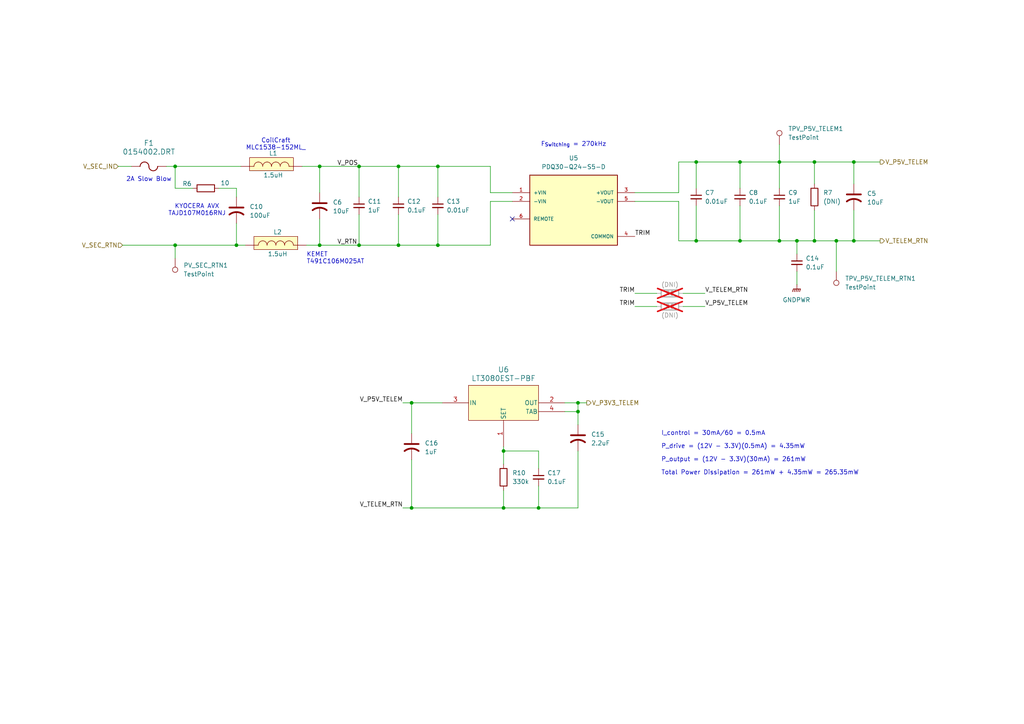
<source format=kicad_sch>
(kicad_sch
	(version 20250114)
	(generator "eeschema")
	(generator_version "9.0")
	(uuid "bbd2feb3-8977-4210-bcc1-d1a8263b246f")
	(paper "A4")
	(lib_symbols
		(symbol "Analog_Dev:LT3080EST-PBF"
			(pin_names
				(offset 0.254)
			)
			(exclude_from_sim no)
			(in_bom yes)
			(on_board yes)
			(property "Reference" "U"
				(at 10.16 16.51 0)
				(effects
					(font
						(size 1.524 1.524)
					)
				)
			)
			(property "Value" "LT3080EST-PBF"
				(at 10.16 13.97 0)
				(effects
					(font
						(size 1.524 1.524)
					)
				)
			)
			(property "Footprint" "SOT-3_ST_LIT"
				(at -14.224 13.208 0)
				(effects
					(font
						(size 1.27 1.27)
						(italic yes)
					)
					(hide yes)
				)
			)
			(property "Datasheet" "https://www.analog.com/media/en/technical-documentation/data-sheets/lt3080.pdf"
				(at -10.922 19.558 0)
				(effects
					(font
						(size 1.27 1.27)
						(italic yes)
					)
					(hide yes)
				)
			)
			(property "Description" "IC REG LIN POS ADJ 1.1A SOT223-3"
				(at -17.78 6.35 0)
				(effects
					(font
						(size 1.27 1.27)
					)
					(hide yes)
				)
			)
			(property "Manufacturer" "Analog Devices Inc."
				(at 0 0 0)
				(effects
					(font
						(size 1.27 1.27)
					)
					(hide yes)
				)
			)
			(property "Man. Part Num" "LT3080EST#PBF"
				(at 0 0 0)
				(effects
					(font
						(size 1.27 1.27)
					)
					(hide yes)
				)
			)
			(property "Distributor" "Digi-Key"
				(at 0 0 0)
				(effects
					(font
						(size 1.27 1.27)
					)
					(hide yes)
				)
			)
			(property "Dist. Part Num" "505-LT3080EST#PBF-ND"
				(at 0 0 0)
				(effects
					(font
						(size 1.27 1.27)
					)
					(hide yes)
				)
			)
			(property "Part Type" "SMD"
				(at 0 0 0)
				(effects
					(font
						(size 1.27 1.27)
					)
					(hide yes)
				)
			)
			(property "Package" "SOT223-3"
				(at 0 0 0)
				(effects
					(font
						(size 1.27 1.27)
					)
					(hide yes)
				)
			)
			(property "Notes" ""
				(at 0 0 0)
				(effects
					(font
						(size 1.27 1.27)
					)
					(hide yes)
				)
			)
			(property "ki_keywords" "LT3080EST#PBF"
				(at 0 0 0)
				(effects
					(font
						(size 1.27 1.27)
					)
					(hide yes)
				)
			)
			(property "ki_fp_filters" "SOT-3_ST_LIT SOT-3_ST_LIT-M SOT-3_ST_LIT-L"
				(at 0 0 0)
				(effects
					(font
						(size 1.27 1.27)
					)
					(hide yes)
				)
			)
			(symbol "LT3080EST-PBF_0_1"
				(pin power_in line
					(at -7.62 5.08 0)
					(length 7.62)
					(name "IN"
						(effects
							(font
								(size 1.27 1.27)
							)
						)
					)
					(number "3"
						(effects
							(font
								(size 1.27 1.27)
							)
						)
					)
				)
				(pin input line
					(at 10.16 -7.62 90)
					(length 7.62)
					(name "SET"
						(effects
							(font
								(size 1.27 1.27)
							)
						)
					)
					(number "1"
						(effects
							(font
								(size 1.27 1.27)
							)
						)
					)
				)
				(pin output line
					(at 27.94 5.08 180)
					(length 7.62)
					(name "OUT"
						(effects
							(font
								(size 1.27 1.27)
							)
						)
					)
					(number "2"
						(effects
							(font
								(size 1.27 1.27)
							)
						)
					)
				)
			)
			(symbol "LT3080EST-PBF_1_1"
				(rectangle
					(start 0 10.16)
					(end 20.32 0)
					(stroke
						(width 0)
						(type default)
					)
					(fill
						(type background)
					)
				)
				(pin output line
					(at 27.94 2.54 180)
					(length 7.62)
					(name "TAB"
						(effects
							(font
								(size 1.27 1.27)
							)
						)
					)
					(number "4"
						(effects
							(font
								(size 1.27 1.27)
							)
						)
					)
				)
			)
			(embedded_fonts no)
		)
		(symbol "CUI:PDQ10-Q24-D5-D"
			(pin_names
				(offset 1.016)
			)
			(exclude_from_sim no)
			(in_bom yes)
			(on_board yes)
			(property "Reference" "U"
				(at -12.7422 10.1937 0)
				(effects
					(font
						(size 1.27 1.27)
					)
					(justify left bottom)
				)
			)
			(property "Value" "PDQ30-Q24-S5-D"
				(at -12.7115 -12.7115 0)
				(effects
					(font
						(size 1.27 1.27)
					)
					(justify left bottom)
				)
			)
			(property "Footprint" "PDQ10-Q24-D5-D:CONV_PDQ10-Q24-D5-D"
				(at 0 0 0)
				(effects
					(font
						(size 1.27 1.27)
					)
					(justify bottom)
					(hide yes)
				)
			)
			(property "Datasheet" "https://www.cui.com/product/resource/pdq30-d.pdf"
				(at 0 0 0)
				(effects
					(font
						(size 1.27 1.27)
					)
					(hide yes)
				)
			)
			(property "Description" "Isolated DC-DC Converter"
				(at 0 0 0)
				(effects
					(font
						(size 1.27 1.27)
					)
					(hide yes)
				)
			)
			(property "PARTREV" "1.0"
				(at 0 0 0)
				(effects
					(font
						(size 1.27 1.27)
					)
					(justify bottom)
					(hide yes)
				)
			)
			(property "Manufacturer" "CUI Inc"
				(at 0 0 0)
				(effects
					(font
						(size 1.27 1.27)
					)
					(justify bottom)
					(hide yes)
				)
			)
			(property "Man. Part Num" "PDQ30-Q24-S5-D"
				(at 0 0 0)
				(effects
					(font
						(size 1.27 1.27)
					)
					(justify bottom)
					(hide yes)
				)
			)
			(property "Distributor" "Digi-Key"
				(at 0 0 0)
				(effects
					(font
						(size 1.27 1.27)
					)
					(hide yes)
				)
			)
			(property "Dist. Part Num" "102-3891-ND"
				(at 0 0 0)
				(effects
					(font
						(size 1.27 1.27)
					)
					(hide yes)
				)
			)
			(property "Part Type" "Through-Hole"
				(at 0 0 0)
				(effects
					(font
						(size 1.27 1.27)
					)
					(hide yes)
				)
			)
			(property "Package" "-"
				(at 0 0 0)
				(effects
					(font
						(size 1.27 1.27)
					)
					(hide yes)
				)
			)
			(property "Notes" ""
				(at 0 0 0)
				(effects
					(font
						(size 1.27 1.27)
					)
					(hide yes)
				)
			)
			(symbol "PDQ10-Q24-D5-D_0_0"
				(rectangle
					(start -12.7 -10.16)
					(end 12.7 10.16)
					(stroke
						(width 0.254)
						(type default)
					)
					(fill
						(type background)
					)
				)
				(pin input line
					(at -17.78 5.08 0)
					(length 5.08)
					(name "+VIN"
						(effects
							(font
								(size 1.016 1.016)
							)
						)
					)
					(number "1"
						(effects
							(font
								(size 1.016 1.016)
							)
						)
					)
				)
				(pin input line
					(at -17.78 2.54 0)
					(length 5.08)
					(name "-VIN"
						(effects
							(font
								(size 1.016 1.016)
							)
						)
					)
					(number "2"
						(effects
							(font
								(size 1.016 1.016)
							)
						)
					)
				)
				(pin input line
					(at -17.78 -2.54 0)
					(length 5.08)
					(name "REMOTE"
						(effects
							(font
								(size 1.016 1.016)
							)
						)
					)
					(number "6"
						(effects
							(font
								(size 1.016 1.016)
							)
						)
					)
				)
				(pin output line
					(at 17.78 5.08 180)
					(length 5.08)
					(name "+VOUT"
						(effects
							(font
								(size 1.016 1.016)
							)
						)
					)
					(number "3"
						(effects
							(font
								(size 1.016 1.016)
							)
						)
					)
				)
				(pin output line
					(at 17.78 2.54 180)
					(length 5.08)
					(name "-VOUT"
						(effects
							(font
								(size 1.016 1.016)
							)
						)
					)
					(number "5"
						(effects
							(font
								(size 1.016 1.016)
							)
						)
					)
				)
				(pin power_in line
					(at 17.78 -7.62 180)
					(length 5.08)
					(name "COMMON"
						(effects
							(font
								(size 1.016 1.016)
							)
						)
					)
					(number "4"
						(effects
							(font
								(size 1.016 1.016)
							)
						)
					)
				)
			)
			(embedded_fonts no)
		)
		(symbol "C_1"
			(pin_numbers
				(hide yes)
			)
			(pin_names
				(offset 0)
				(hide yes)
			)
			(exclude_from_sim no)
			(in_bom yes)
			(on_board yes)
			(property "Reference" "C"
				(at 2.54 5.08 0)
				(effects
					(font
						(size 1.27 1.27)
					)
				)
			)
			(property "Value" ""
				(at 0 0 0)
				(effects
					(font
						(size 1.27 1.27)
					)
				)
			)
			(property "Footprint" ""
				(at 0 0 0)
				(effects
					(font
						(size 1.27 1.27)
					)
					(hide yes)
				)
			)
			(property "Datasheet" ""
				(at 0 0 0)
				(effects
					(font
						(size 1.27 1.27)
					)
					(hide yes)
				)
			)
			(property "Description" ""
				(at 0 0 0)
				(effects
					(font
						(size 1.27 1.27)
					)
					(hide yes)
				)
			)
			(property "Manufacturer" ""
				(at 0 0 0)
				(effects
					(font
						(size 1.27 1.27)
					)
					(hide yes)
				)
			)
			(property "Man. Part Num" ""
				(at 0 0 0)
				(effects
					(font
						(size 1.27 1.27)
					)
					(hide yes)
				)
			)
			(property "Distributor" ""
				(at 0 0 0)
				(effects
					(font
						(size 1.27 1.27)
					)
					(hide yes)
				)
			)
			(property "Dist. Part Num" ""
				(at 0 0 0)
				(effects
					(font
						(size 1.27 1.27)
					)
					(hide yes)
				)
			)
			(property "Package" ""
				(at 0 0 0)
				(effects
					(font
						(size 1.27 1.27)
					)
					(hide yes)
				)
			)
			(property "Part Type" ""
				(at 0 0 0)
				(effects
					(font
						(size 1.27 1.27)
					)
					(hide yes)
				)
			)
			(property "Notes" ""
				(at 0 0 0)
				(effects
					(font
						(size 1.27 1.27)
					)
					(hide yes)
				)
			)
			(symbol "C_1_0_1"
				(polyline
					(pts
						(xy 2.032 1.016) (xy 2.032 4.064)
					)
					(stroke
						(width 0.3048)
						(type default)
					)
					(fill
						(type none)
					)
				)
				(polyline
					(pts
						(xy 3.048 1.016) (xy 3.048 4.064)
					)
					(stroke
						(width 0.3302)
						(type default)
					)
					(fill
						(type none)
					)
				)
			)
			(symbol "C_1_1_1"
				(pin passive line
					(at 0 2.54 0)
					(length 2.032)
					(name "~"
						(effects
							(font
								(size 1.27 1.27)
							)
						)
					)
					(number "1"
						(effects
							(font
								(size 1.27 1.27)
							)
						)
					)
				)
				(pin passive line
					(at 5.08 2.54 180)
					(length 2.032)
					(name "~"
						(effects
							(font
								(size 1.27 1.27)
							)
						)
					)
					(number "2"
						(effects
							(font
								(size 1.27 1.27)
							)
						)
					)
				)
			)
			(embedded_fonts no)
		)
		(symbol "C_2"
			(pin_numbers
				(hide yes)
			)
			(pin_names
				(offset 0)
				(hide yes)
			)
			(exclude_from_sim no)
			(in_bom yes)
			(on_board yes)
			(property "Reference" "C"
				(at 2.54 5.08 0)
				(effects
					(font
						(size 1.27 1.27)
					)
				)
			)
			(property "Value" ""
				(at 0 0 0)
				(effects
					(font
						(size 1.27 1.27)
					)
				)
			)
			(property "Footprint" ""
				(at 0 0 0)
				(effects
					(font
						(size 1.27 1.27)
					)
					(hide yes)
				)
			)
			(property "Datasheet" ""
				(at 0 0 0)
				(effects
					(font
						(size 1.27 1.27)
					)
					(hide yes)
				)
			)
			(property "Description" ""
				(at 0 0 0)
				(effects
					(font
						(size 1.27 1.27)
					)
					(hide yes)
				)
			)
			(property "Manufacturer" ""
				(at 0 0 0)
				(effects
					(font
						(size 1.27 1.27)
					)
					(hide yes)
				)
			)
			(property "Man. Part Num" ""
				(at 0 0 0)
				(effects
					(font
						(size 1.27 1.27)
					)
					(hide yes)
				)
			)
			(property "Distributor" ""
				(at 0 0 0)
				(effects
					(font
						(size 1.27 1.27)
					)
					(hide yes)
				)
			)
			(property "Dist. Part Num" ""
				(at 0 0 0)
				(effects
					(font
						(size 1.27 1.27)
					)
					(hide yes)
				)
			)
			(property "Package" ""
				(at 0 0 0)
				(effects
					(font
						(size 1.27 1.27)
					)
					(hide yes)
				)
			)
			(property "Part Type" ""
				(at 0 0 0)
				(effects
					(font
						(size 1.27 1.27)
					)
					(hide yes)
				)
			)
			(property "Notes" ""
				(at 0 0 0)
				(effects
					(font
						(size 1.27 1.27)
					)
					(hide yes)
				)
			)
			(symbol "C_2_0_1"
				(polyline
					(pts
						(xy 2.032 1.016) (xy 2.032 4.064)
					)
					(stroke
						(width 0.3048)
						(type default)
					)
					(fill
						(type none)
					)
				)
				(polyline
					(pts
						(xy 3.048 1.016) (xy 3.048 4.064)
					)
					(stroke
						(width 0.3302)
						(type default)
					)
					(fill
						(type none)
					)
				)
			)
			(symbol "C_2_1_1"
				(pin passive line
					(at 0 2.54 0)
					(length 2.032)
					(name "~"
						(effects
							(font
								(size 1.27 1.27)
							)
						)
					)
					(number "1"
						(effects
							(font
								(size 1.27 1.27)
							)
						)
					)
				)
				(pin passive line
					(at 5.08 2.54 180)
					(length 2.032)
					(name "~"
						(effects
							(font
								(size 1.27 1.27)
							)
						)
					)
					(number "2"
						(effects
							(font
								(size 1.27 1.27)
							)
						)
					)
				)
			)
			(embedded_fonts no)
		)
		(symbol "C_3"
			(pin_numbers
				(hide yes)
			)
			(pin_names
				(offset 0)
				(hide yes)
			)
			(exclude_from_sim no)
			(in_bom yes)
			(on_board yes)
			(property "Reference" "C"
				(at 2.54 5.08 0)
				(effects
					(font
						(size 1.27 1.27)
					)
				)
			)
			(property "Value" ""
				(at 0 0 0)
				(effects
					(font
						(size 1.27 1.27)
					)
				)
			)
			(property "Footprint" ""
				(at 0 0 0)
				(effects
					(font
						(size 1.27 1.27)
					)
					(hide yes)
				)
			)
			(property "Datasheet" ""
				(at 0 0 0)
				(effects
					(font
						(size 1.27 1.27)
					)
					(hide yes)
				)
			)
			(property "Description" ""
				(at 0 0 0)
				(effects
					(font
						(size 1.27 1.27)
					)
					(hide yes)
				)
			)
			(property "Manufacturer" ""
				(at 0 0 0)
				(effects
					(font
						(size 1.27 1.27)
					)
					(hide yes)
				)
			)
			(property "Man. Part Num" ""
				(at 0 0 0)
				(effects
					(font
						(size 1.27 1.27)
					)
					(hide yes)
				)
			)
			(property "Distributor" ""
				(at 0 0 0)
				(effects
					(font
						(size 1.27 1.27)
					)
					(hide yes)
				)
			)
			(property "Dist. Part Num" ""
				(at 0 0 0)
				(effects
					(font
						(size 1.27 1.27)
					)
					(hide yes)
				)
			)
			(property "Package" ""
				(at 0 0 0)
				(effects
					(font
						(size 1.27 1.27)
					)
					(hide yes)
				)
			)
			(property "Part Type" ""
				(at 0 0 0)
				(effects
					(font
						(size 1.27 1.27)
					)
					(hide yes)
				)
			)
			(property "Notes" ""
				(at 0 0 0)
				(effects
					(font
						(size 1.27 1.27)
					)
					(hide yes)
				)
			)
			(symbol "C_3_0_1"
				(polyline
					(pts
						(xy 2.032 1.016) (xy 2.032 4.064)
					)
					(stroke
						(width 0.3048)
						(type default)
					)
					(fill
						(type none)
					)
				)
				(polyline
					(pts
						(xy 3.048 1.016) (xy 3.048 4.064)
					)
					(stroke
						(width 0.3302)
						(type default)
					)
					(fill
						(type none)
					)
				)
			)
			(symbol "C_3_1_1"
				(pin passive line
					(at 0 2.54 0)
					(length 2.032)
					(name "~"
						(effects
							(font
								(size 1.27 1.27)
							)
						)
					)
					(number "1"
						(effects
							(font
								(size 1.27 1.27)
							)
						)
					)
				)
				(pin passive line
					(at 5.08 2.54 180)
					(length 2.032)
					(name "~"
						(effects
							(font
								(size 1.27 1.27)
							)
						)
					)
					(number "2"
						(effects
							(font
								(size 1.27 1.27)
							)
						)
					)
				)
			)
			(embedded_fonts no)
		)
		(symbol "C_4"
			(pin_numbers
				(hide yes)
			)
			(pin_names
				(offset 0)
				(hide yes)
			)
			(exclude_from_sim no)
			(in_bom yes)
			(on_board yes)
			(property "Reference" "C"
				(at 2.54 5.08 0)
				(effects
					(font
						(size 1.27 1.27)
					)
				)
			)
			(property "Value" ""
				(at 0 0 0)
				(effects
					(font
						(size 1.27 1.27)
					)
				)
			)
			(property "Footprint" ""
				(at 0 0 0)
				(effects
					(font
						(size 1.27 1.27)
					)
					(hide yes)
				)
			)
			(property "Datasheet" ""
				(at 0 0 0)
				(effects
					(font
						(size 1.27 1.27)
					)
					(hide yes)
				)
			)
			(property "Description" ""
				(at 0 0 0)
				(effects
					(font
						(size 1.27 1.27)
					)
					(hide yes)
				)
			)
			(property "Manufacturer" ""
				(at 0 0 0)
				(effects
					(font
						(size 1.27 1.27)
					)
					(hide yes)
				)
			)
			(property "Man. Part Num" ""
				(at 0 0 0)
				(effects
					(font
						(size 1.27 1.27)
					)
					(hide yes)
				)
			)
			(property "Distributor" ""
				(at 0 0 0)
				(effects
					(font
						(size 1.27 1.27)
					)
					(hide yes)
				)
			)
			(property "Dist. Part Num" ""
				(at 0 0 0)
				(effects
					(font
						(size 1.27 1.27)
					)
					(hide yes)
				)
			)
			(property "Package" ""
				(at 0 0 0)
				(effects
					(font
						(size 1.27 1.27)
					)
					(hide yes)
				)
			)
			(property "Part Type" ""
				(at 0 0 0)
				(effects
					(font
						(size 1.27 1.27)
					)
					(hide yes)
				)
			)
			(property "Notes" ""
				(at 0 0 0)
				(effects
					(font
						(size 1.27 1.27)
					)
					(hide yes)
				)
			)
			(symbol "C_4_0_1"
				(polyline
					(pts
						(xy 2.032 1.016) (xy 2.032 4.064)
					)
					(stroke
						(width 0.3048)
						(type default)
					)
					(fill
						(type none)
					)
				)
				(polyline
					(pts
						(xy 3.048 1.016) (xy 3.048 4.064)
					)
					(stroke
						(width 0.3302)
						(type default)
					)
					(fill
						(type none)
					)
				)
			)
			(symbol "C_4_1_1"
				(pin passive line
					(at 0 2.54 0)
					(length 2.032)
					(name "~"
						(effects
							(font
								(size 1.27 1.27)
							)
						)
					)
					(number "1"
						(effects
							(font
								(size 1.27 1.27)
							)
						)
					)
				)
				(pin passive line
					(at 5.08 2.54 180)
					(length 2.032)
					(name "~"
						(effects
							(font
								(size 1.27 1.27)
							)
						)
					)
					(number "2"
						(effects
							(font
								(size 1.27 1.27)
							)
						)
					)
				)
			)
			(embedded_fonts no)
		)
		(symbol "C_5"
			(pin_numbers
				(hide yes)
			)
			(pin_names
				(offset 0)
				(hide yes)
			)
			(exclude_from_sim no)
			(in_bom yes)
			(on_board yes)
			(property "Reference" "C"
				(at 2.54 5.08 0)
				(effects
					(font
						(size 1.27 1.27)
					)
				)
			)
			(property "Value" ""
				(at 0 0 0)
				(effects
					(font
						(size 1.27 1.27)
					)
				)
			)
			(property "Footprint" ""
				(at 0 0 0)
				(effects
					(font
						(size 1.27 1.27)
					)
					(hide yes)
				)
			)
			(property "Datasheet" ""
				(at 0 0 0)
				(effects
					(font
						(size 1.27 1.27)
					)
					(hide yes)
				)
			)
			(property "Description" ""
				(at 0 0 0)
				(effects
					(font
						(size 1.27 1.27)
					)
					(hide yes)
				)
			)
			(property "Manufacturer" ""
				(at 0 0 0)
				(effects
					(font
						(size 1.27 1.27)
					)
					(hide yes)
				)
			)
			(property "Man. Part Num" ""
				(at 0 0 0)
				(effects
					(font
						(size 1.27 1.27)
					)
					(hide yes)
				)
			)
			(property "Distributor" ""
				(at 0 0 0)
				(effects
					(font
						(size 1.27 1.27)
					)
					(hide yes)
				)
			)
			(property "Dist. Part Num" ""
				(at 0 0 0)
				(effects
					(font
						(size 1.27 1.27)
					)
					(hide yes)
				)
			)
			(property "Package" ""
				(at 0 0 0)
				(effects
					(font
						(size 1.27 1.27)
					)
					(hide yes)
				)
			)
			(property "Part Type" ""
				(at 0 0 0)
				(effects
					(font
						(size 1.27 1.27)
					)
					(hide yes)
				)
			)
			(property "Notes" ""
				(at 0 0 0)
				(effects
					(font
						(size 1.27 1.27)
					)
					(hide yes)
				)
			)
			(symbol "C_5_0_1"
				(polyline
					(pts
						(xy 2.032 1.016) (xy 2.032 4.064)
					)
					(stroke
						(width 0.3048)
						(type default)
					)
					(fill
						(type none)
					)
				)
				(polyline
					(pts
						(xy 3.048 1.016) (xy 3.048 4.064)
					)
					(stroke
						(width 0.3302)
						(type default)
					)
					(fill
						(type none)
					)
				)
			)
			(symbol "C_5_1_1"
				(pin passive line
					(at 0 2.54 0)
					(length 2.032)
					(name "~"
						(effects
							(font
								(size 1.27 1.27)
							)
						)
					)
					(number "1"
						(effects
							(font
								(size 1.27 1.27)
							)
						)
					)
				)
				(pin passive line
					(at 5.08 2.54 180)
					(length 2.032)
					(name "~"
						(effects
							(font
								(size 1.27 1.27)
							)
						)
					)
					(number "2"
						(effects
							(font
								(size 1.27 1.27)
							)
						)
					)
				)
			)
			(embedded_fonts no)
		)
		(symbol "C_6"
			(pin_numbers
				(hide yes)
			)
			(pin_names
				(offset 0)
				(hide yes)
			)
			(exclude_from_sim no)
			(in_bom yes)
			(on_board yes)
			(property "Reference" "C"
				(at 2.54 5.08 0)
				(effects
					(font
						(size 1.27 1.27)
					)
				)
			)
			(property "Value" ""
				(at 0 0 0)
				(effects
					(font
						(size 1.27 1.27)
					)
				)
			)
			(property "Footprint" ""
				(at 0 0 0)
				(effects
					(font
						(size 1.27 1.27)
					)
					(hide yes)
				)
			)
			(property "Datasheet" ""
				(at 0 0 0)
				(effects
					(font
						(size 1.27 1.27)
					)
					(hide yes)
				)
			)
			(property "Description" ""
				(at 0 0 0)
				(effects
					(font
						(size 1.27 1.27)
					)
					(hide yes)
				)
			)
			(property "Manufacturer" ""
				(at 0 0 0)
				(effects
					(font
						(size 1.27 1.27)
					)
					(hide yes)
				)
			)
			(property "Man. Part Num" ""
				(at 0 0 0)
				(effects
					(font
						(size 1.27 1.27)
					)
					(hide yes)
				)
			)
			(property "Distributor" ""
				(at 0 0 0)
				(effects
					(font
						(size 1.27 1.27)
					)
					(hide yes)
				)
			)
			(property "Dist. Part Num" ""
				(at 0 0 0)
				(effects
					(font
						(size 1.27 1.27)
					)
					(hide yes)
				)
			)
			(property "Package" ""
				(at 0 0 0)
				(effects
					(font
						(size 1.27 1.27)
					)
					(hide yes)
				)
			)
			(property "Part Type" ""
				(at 0 0 0)
				(effects
					(font
						(size 1.27 1.27)
					)
					(hide yes)
				)
			)
			(property "Notes" ""
				(at 0 0 0)
				(effects
					(font
						(size 1.27 1.27)
					)
					(hide yes)
				)
			)
			(symbol "C_6_0_1"
				(polyline
					(pts
						(xy 2.032 1.016) (xy 2.032 4.064)
					)
					(stroke
						(width 0.3048)
						(type default)
					)
					(fill
						(type none)
					)
				)
				(polyline
					(pts
						(xy 3.048 1.016) (xy 3.048 4.064)
					)
					(stroke
						(width 0.3302)
						(type default)
					)
					(fill
						(type none)
					)
				)
			)
			(symbol "C_6_1_1"
				(pin passive line
					(at 0 2.54 0)
					(length 2.032)
					(name "~"
						(effects
							(font
								(size 1.27 1.27)
							)
						)
					)
					(number "1"
						(effects
							(font
								(size 1.27 1.27)
							)
						)
					)
				)
				(pin passive line
					(at 5.08 2.54 180)
					(length 2.032)
					(name "~"
						(effects
							(font
								(size 1.27 1.27)
							)
						)
					)
					(number "2"
						(effects
							(font
								(size 1.27 1.27)
							)
						)
					)
				)
			)
			(embedded_fonts no)
		)
		(symbol "C_7"
			(pin_numbers
				(hide yes)
			)
			(pin_names
				(offset 0)
				(hide yes)
			)
			(exclude_from_sim no)
			(in_bom yes)
			(on_board yes)
			(property "Reference" "C"
				(at 2.54 5.08 0)
				(effects
					(font
						(size 1.27 1.27)
					)
				)
			)
			(property "Value" ""
				(at 0 0 0)
				(effects
					(font
						(size 1.27 1.27)
					)
				)
			)
			(property "Footprint" ""
				(at 0 0 0)
				(effects
					(font
						(size 1.27 1.27)
					)
					(hide yes)
				)
			)
			(property "Datasheet" ""
				(at 0 0 0)
				(effects
					(font
						(size 1.27 1.27)
					)
					(hide yes)
				)
			)
			(property "Description" ""
				(at 0 0 0)
				(effects
					(font
						(size 1.27 1.27)
					)
					(hide yes)
				)
			)
			(property "Manufacturer" ""
				(at 0 0 0)
				(effects
					(font
						(size 1.27 1.27)
					)
					(hide yes)
				)
			)
			(property "Man. Part Num" ""
				(at 0 0 0)
				(effects
					(font
						(size 1.27 1.27)
					)
					(hide yes)
				)
			)
			(property "Distributor" ""
				(at 0 0 0)
				(effects
					(font
						(size 1.27 1.27)
					)
					(hide yes)
				)
			)
			(property "Dist. Part Num" ""
				(at 0 0 0)
				(effects
					(font
						(size 1.27 1.27)
					)
					(hide yes)
				)
			)
			(property "Package" ""
				(at 0 0 0)
				(effects
					(font
						(size 1.27 1.27)
					)
					(hide yes)
				)
			)
			(property "Part Type" ""
				(at 0 0 0)
				(effects
					(font
						(size 1.27 1.27)
					)
					(hide yes)
				)
			)
			(property "Notes" ""
				(at 0 0 0)
				(effects
					(font
						(size 1.27 1.27)
					)
					(hide yes)
				)
			)
			(symbol "C_7_0_1"
				(polyline
					(pts
						(xy 2.032 1.016) (xy 2.032 4.064)
					)
					(stroke
						(width 0.3048)
						(type default)
					)
					(fill
						(type none)
					)
				)
				(polyline
					(pts
						(xy 3.048 1.016) (xy 3.048 4.064)
					)
					(stroke
						(width 0.3302)
						(type default)
					)
					(fill
						(type none)
					)
				)
			)
			(symbol "C_7_1_1"
				(pin passive line
					(at 0 2.54 0)
					(length 2.032)
					(name "~"
						(effects
							(font
								(size 1.27 1.27)
							)
						)
					)
					(number "1"
						(effects
							(font
								(size 1.27 1.27)
							)
						)
					)
				)
				(pin passive line
					(at 5.08 2.54 180)
					(length 2.032)
					(name "~"
						(effects
							(font
								(size 1.27 1.27)
							)
						)
					)
					(number "2"
						(effects
							(font
								(size 1.27 1.27)
							)
						)
					)
				)
			)
			(embedded_fonts no)
		)
		(symbol "C_Tantalum_1"
			(pin_numbers
				(hide yes)
			)
			(pin_names
				(offset 0)
				(hide yes)
			)
			(exclude_from_sim no)
			(in_bom yes)
			(on_board yes)
			(property "Reference" "C"
				(at 0 0 0)
				(effects
					(font
						(size 1.27 1.27)
					)
				)
			)
			(property "Value" ""
				(at 0 0 0)
				(effects
					(font
						(size 1.27 1.27)
					)
				)
			)
			(property "Footprint" ""
				(at 0 0 0)
				(effects
					(font
						(size 1.27 1.27)
					)
					(hide yes)
				)
			)
			(property "Datasheet" ""
				(at 0 0 0)
				(effects
					(font
						(size 1.27 1.27)
					)
					(hide yes)
				)
			)
			(property "Description" ""
				(at 0 0 0)
				(effects
					(font
						(size 1.27 1.27)
					)
					(hide yes)
				)
			)
			(property "Manufacturer" ""
				(at 0 0 0)
				(effects
					(font
						(size 1.27 1.27)
					)
					(hide yes)
				)
			)
			(property "Man. Part Num" ""
				(at 0 0 0)
				(effects
					(font
						(size 1.27 1.27)
					)
					(hide yes)
				)
			)
			(property "Distributor" ""
				(at 0 0 0)
				(effects
					(font
						(size 1.27 1.27)
					)
					(hide yes)
				)
			)
			(property "Dist. Part Num" ""
				(at 0 0 0)
				(effects
					(font
						(size 1.27 1.27)
					)
					(hide yes)
				)
			)
			(property "Part Type" ""
				(at 0 0 0)
				(effects
					(font
						(size 1.27 1.27)
					)
					(hide yes)
				)
			)
			(property "Package" ""
				(at 0 0 0)
				(effects
					(font
						(size 1.27 1.27)
					)
					(hide yes)
				)
			)
			(property "Notes" ""
				(at 0 0 0)
				(effects
					(font
						(size 1.27 1.27)
					)
					(hide yes)
				)
			)
			(symbol "C_Tantalum_1_0_1"
				(polyline
					(pts
						(xy 4.318 0.508) (xy 4.318 4.572)
					)
					(stroke
						(width 0.508)
						(type default)
					)
					(fill
						(type none)
					)
				)
				(arc
					(start 6.35 0.508)
					(mid 5.6372 2.54)
					(end 6.35 4.572)
					(stroke
						(width 0.508)
						(type default)
					)
					(fill
						(type none)
					)
				)
			)
			(symbol "C_Tantalum_1_1_1"
				(pin passive line
					(at 1.27 2.54 0)
					(length 2.794)
					(name "~"
						(effects
							(font
								(size 1.27 1.27)
							)
						)
					)
					(number "1"
						(effects
							(font
								(size 1.27 1.27)
							)
						)
					)
				)
				(pin passive line
					(at 8.89 2.54 180)
					(length 3.302)
					(name "~"
						(effects
							(font
								(size 1.27 1.27)
							)
						)
					)
					(number "2"
						(effects
							(font
								(size 1.27 1.27)
							)
						)
					)
				)
			)
			(embedded_fonts no)
		)
		(symbol "C_Tantalum_2"
			(pin_numbers
				(hide yes)
			)
			(pin_names
				(offset 0)
				(hide yes)
			)
			(exclude_from_sim no)
			(in_bom yes)
			(on_board yes)
			(property "Reference" "C"
				(at 0 0 0)
				(effects
					(font
						(size 1.27 1.27)
					)
				)
			)
			(property "Value" ""
				(at 0 0 0)
				(effects
					(font
						(size 1.27 1.27)
					)
				)
			)
			(property "Footprint" ""
				(at 0 0 0)
				(effects
					(font
						(size 1.27 1.27)
					)
					(hide yes)
				)
			)
			(property "Datasheet" ""
				(at 0 0 0)
				(effects
					(font
						(size 1.27 1.27)
					)
					(hide yes)
				)
			)
			(property "Description" ""
				(at 0 0 0)
				(effects
					(font
						(size 1.27 1.27)
					)
					(hide yes)
				)
			)
			(property "Manufacturer" ""
				(at 0 0 0)
				(effects
					(font
						(size 1.27 1.27)
					)
					(hide yes)
				)
			)
			(property "Man. Part Num" ""
				(at 0 0 0)
				(effects
					(font
						(size 1.27 1.27)
					)
					(hide yes)
				)
			)
			(property "Distributor" ""
				(at 0 0 0)
				(effects
					(font
						(size 1.27 1.27)
					)
					(hide yes)
				)
			)
			(property "Dist. Part Num" ""
				(at 0 0 0)
				(effects
					(font
						(size 1.27 1.27)
					)
					(hide yes)
				)
			)
			(property "Part Type" ""
				(at 0 0 0)
				(effects
					(font
						(size 1.27 1.27)
					)
					(hide yes)
				)
			)
			(property "Package" ""
				(at 0 0 0)
				(effects
					(font
						(size 1.27 1.27)
					)
					(hide yes)
				)
			)
			(property "Notes" ""
				(at 0 0 0)
				(effects
					(font
						(size 1.27 1.27)
					)
					(hide yes)
				)
			)
			(symbol "C_Tantalum_2_0_1"
				(polyline
					(pts
						(xy 4.318 0.508) (xy 4.318 4.572)
					)
					(stroke
						(width 0.508)
						(type default)
					)
					(fill
						(type none)
					)
				)
				(arc
					(start 6.35 0.508)
					(mid 5.6372 2.54)
					(end 6.35 4.572)
					(stroke
						(width 0.508)
						(type default)
					)
					(fill
						(type none)
					)
				)
			)
			(symbol "C_Tantalum_2_1_1"
				(pin passive line
					(at 1.27 2.54 0)
					(length 2.794)
					(name "~"
						(effects
							(font
								(size 1.27 1.27)
							)
						)
					)
					(number "1"
						(effects
							(font
								(size 1.27 1.27)
							)
						)
					)
				)
				(pin passive line
					(at 8.89 2.54 180)
					(length 3.302)
					(name "~"
						(effects
							(font
								(size 1.27 1.27)
							)
						)
					)
					(number "2"
						(effects
							(font
								(size 1.27 1.27)
							)
						)
					)
				)
			)
			(embedded_fonts no)
		)
		(symbol "C_Tantalum_3"
			(pin_numbers
				(hide yes)
			)
			(pin_names
				(offset 0)
				(hide yes)
			)
			(exclude_from_sim no)
			(in_bom yes)
			(on_board yes)
			(property "Reference" "C"
				(at 0 0 0)
				(effects
					(font
						(size 1.27 1.27)
					)
				)
			)
			(property "Value" ""
				(at 0 0 0)
				(effects
					(font
						(size 1.27 1.27)
					)
				)
			)
			(property "Footprint" ""
				(at 0 0 0)
				(effects
					(font
						(size 1.27 1.27)
					)
					(hide yes)
				)
			)
			(property "Datasheet" ""
				(at 0 0 0)
				(effects
					(font
						(size 1.27 1.27)
					)
					(hide yes)
				)
			)
			(property "Description" ""
				(at 0 0 0)
				(effects
					(font
						(size 1.27 1.27)
					)
					(hide yes)
				)
			)
			(property "Manufacturer" ""
				(at 0 0 0)
				(effects
					(font
						(size 1.27 1.27)
					)
					(hide yes)
				)
			)
			(property "Man. Part Num" ""
				(at 0 0 0)
				(effects
					(font
						(size 1.27 1.27)
					)
					(hide yes)
				)
			)
			(property "Distributor" ""
				(at 0 0 0)
				(effects
					(font
						(size 1.27 1.27)
					)
					(hide yes)
				)
			)
			(property "Dist. Part Num" ""
				(at 0 0 0)
				(effects
					(font
						(size 1.27 1.27)
					)
					(hide yes)
				)
			)
			(property "Part Type" ""
				(at 0 0 0)
				(effects
					(font
						(size 1.27 1.27)
					)
					(hide yes)
				)
			)
			(property "Package" ""
				(at 0 0 0)
				(effects
					(font
						(size 1.27 1.27)
					)
					(hide yes)
				)
			)
			(property "Notes" ""
				(at 0 0 0)
				(effects
					(font
						(size 1.27 1.27)
					)
					(hide yes)
				)
			)
			(symbol "C_Tantalum_3_0_1"
				(polyline
					(pts
						(xy 4.318 0.508) (xy 4.318 4.572)
					)
					(stroke
						(width 0.508)
						(type default)
					)
					(fill
						(type none)
					)
				)
				(arc
					(start 6.35 0.508)
					(mid 5.6372 2.54)
					(end 6.35 4.572)
					(stroke
						(width 0.508)
						(type default)
					)
					(fill
						(type none)
					)
				)
			)
			(symbol "C_Tantalum_3_1_1"
				(pin passive line
					(at 1.27 2.54 0)
					(length 2.794)
					(name "~"
						(effects
							(font
								(size 1.27 1.27)
							)
						)
					)
					(number "1"
						(effects
							(font
								(size 1.27 1.27)
							)
						)
					)
				)
				(pin passive line
					(at 8.89 2.54 180)
					(length 3.302)
					(name "~"
						(effects
							(font
								(size 1.27 1.27)
							)
						)
					)
					(number "2"
						(effects
							(font
								(size 1.27 1.27)
							)
						)
					)
				)
			)
			(embedded_fonts no)
		)
		(symbol "C_Tantalum_4"
			(pin_numbers
				(hide yes)
			)
			(pin_names
				(offset 0)
				(hide yes)
			)
			(exclude_from_sim no)
			(in_bom yes)
			(on_board yes)
			(property "Reference" "C"
				(at 0 0 0)
				(effects
					(font
						(size 1.27 1.27)
					)
				)
			)
			(property "Value" ""
				(at 0 0 0)
				(effects
					(font
						(size 1.27 1.27)
					)
				)
			)
			(property "Footprint" ""
				(at 0 0 0)
				(effects
					(font
						(size 1.27 1.27)
					)
					(hide yes)
				)
			)
			(property "Datasheet" ""
				(at 0 0 0)
				(effects
					(font
						(size 1.27 1.27)
					)
					(hide yes)
				)
			)
			(property "Description" ""
				(at 0 0 0)
				(effects
					(font
						(size 1.27 1.27)
					)
					(hide yes)
				)
			)
			(property "Manufacturer" ""
				(at 0 0 0)
				(effects
					(font
						(size 1.27 1.27)
					)
					(hide yes)
				)
			)
			(property "Man. Part Num" ""
				(at 0 0 0)
				(effects
					(font
						(size 1.27 1.27)
					)
					(hide yes)
				)
			)
			(property "Distributor" ""
				(at 0 0 0)
				(effects
					(font
						(size 1.27 1.27)
					)
					(hide yes)
				)
			)
			(property "Dist. Part Num" ""
				(at 0 0 0)
				(effects
					(font
						(size 1.27 1.27)
					)
					(hide yes)
				)
			)
			(property "Part Type" ""
				(at 0 0 0)
				(effects
					(font
						(size 1.27 1.27)
					)
					(hide yes)
				)
			)
			(property "Package" ""
				(at 0 0 0)
				(effects
					(font
						(size 1.27 1.27)
					)
					(hide yes)
				)
			)
			(property "Notes" ""
				(at 0 0 0)
				(effects
					(font
						(size 1.27 1.27)
					)
					(hide yes)
				)
			)
			(symbol "C_Tantalum_4_0_1"
				(polyline
					(pts
						(xy 4.318 0.508) (xy 4.318 4.572)
					)
					(stroke
						(width 0.508)
						(type default)
					)
					(fill
						(type none)
					)
				)
				(arc
					(start 6.35 0.508)
					(mid 5.6372 2.54)
					(end 6.35 4.572)
					(stroke
						(width 0.508)
						(type default)
					)
					(fill
						(type none)
					)
				)
			)
			(symbol "C_Tantalum_4_1_1"
				(pin passive line
					(at 1.27 2.54 0)
					(length 2.794)
					(name "~"
						(effects
							(font
								(size 1.27 1.27)
							)
						)
					)
					(number "1"
						(effects
							(font
								(size 1.27 1.27)
							)
						)
					)
				)
				(pin passive line
					(at 8.89 2.54 180)
					(length 3.302)
					(name "~"
						(effects
							(font
								(size 1.27 1.27)
							)
						)
					)
					(number "2"
						(effects
							(font
								(size 1.27 1.27)
							)
						)
					)
				)
			)
			(embedded_fonts no)
		)
		(symbol "CoilCraft:MLC7542"
			(pin_numbers
				(hide yes)
			)
			(pin_names
				(offset 0)
				(hide yes)
			)
			(exclude_from_sim no)
			(in_bom yes)
			(on_board yes)
			(property "Reference" "L"
				(at 5.334 3.81 0)
				(effects
					(font
						(size 1.27 1.27)
					)
				)
			)
			(property "Value" ""
				(at 6.35 3.302 0)
				(effects
					(font
						(size 1.27 1.27)
					)
				)
			)
			(property "Footprint" ""
				(at 6.35 3.302 0)
				(effects
					(font
						(size 1.27 1.27)
					)
					(hide yes)
				)
			)
			(property "Datasheet" ""
				(at 6.35 3.302 0)
				(effects
					(font
						(size 1.27 1.27)
					)
					(hide yes)
				)
			)
			(property "Description" ""
				(at 6.35 3.302 0)
				(effects
					(font
						(size 1.27 1.27)
					)
					(hide yes)
				)
			)
			(property "Manufacturer" "Coil Craft"
				(at 0 0 0)
				(effects
					(font
						(size 1.27 1.27)
					)
					(hide yes)
				)
			)
			(property "Man. Part Num" ""
				(at 0 0 0)
				(effects
					(font
						(size 1.27 1.27)
					)
					(hide yes)
				)
			)
			(property "Distributor" "Coil Craft"
				(at 0 0 0)
				(effects
					(font
						(size 1.27 1.27)
					)
					(hide yes)
				)
			)
			(property "Dist. Part Num" ""
				(at 0 0 0)
				(effects
					(font
						(size 1.27 1.27)
					)
					(hide yes)
				)
			)
			(property "Package" ""
				(at 0 0 0)
				(effects
					(font
						(size 1.27 1.27)
					)
					(hide yes)
				)
			)
			(property "Notes" ""
				(at 0 0 0)
				(effects
					(font
						(size 1.27 1.27)
					)
					(hide yes)
				)
			)
			(property "Part Type" "SMD"
				(at 0 0 0)
				(effects
					(font
						(size 1.27 1.27)
					)
					(hide yes)
				)
			)
			(symbol "MLC7542_0_1"
				(arc
					(start 1.27 0)
					(mid 1.642 0.898)
					(end 2.54 1.27)
					(stroke
						(width 0)
						(type default)
					)
					(fill
						(type none)
					)
				)
				(arc
					(start 2.54 1.27)
					(mid 3.438 0.898)
					(end 3.81 0)
					(stroke
						(width 0)
						(type default)
					)
					(fill
						(type none)
					)
				)
				(arc
					(start 3.81 0)
					(mid 4.182 0.898)
					(end 5.08 1.27)
					(stroke
						(width 0)
						(type default)
					)
					(fill
						(type none)
					)
				)
				(arc
					(start 5.08 1.27)
					(mid 5.978 0.898)
					(end 6.35 0)
					(stroke
						(width 0)
						(type default)
					)
					(fill
						(type none)
					)
				)
				(arc
					(start 6.35 0)
					(mid 6.722 0.898)
					(end 7.62 1.27)
					(stroke
						(width 0)
						(type default)
					)
					(fill
						(type none)
					)
				)
				(arc
					(start 7.62 1.27)
					(mid 8.518 0.898)
					(end 8.89 0)
					(stroke
						(width 0)
						(type default)
					)
					(fill
						(type none)
					)
				)
				(arc
					(start 8.89 0)
					(mid 9.262 0.898)
					(end 10.16 1.27)
					(stroke
						(width 0)
						(type default)
					)
					(fill
						(type none)
					)
				)
				(arc
					(start 10.16 1.27)
					(mid 11.058 0.898)
					(end 11.43 0)
					(stroke
						(width 0)
						(type default)
					)
					(fill
						(type none)
					)
				)
			)
			(symbol "MLC7542_1_1"
				(rectangle
					(start 0 2.54)
					(end 12.7 -1.27)
					(stroke
						(width 0)
						(type default)
					)
					(fill
						(type background)
					)
				)
				(polyline
					(pts
						(xy 1.27 0) (xy 0 0)
					)
					(stroke
						(width 0)
						(type default)
					)
					(fill
						(type none)
					)
				)
				(polyline
					(pts
						(xy 11.43 0) (xy 12.7 0)
					)
					(stroke
						(width 0)
						(type default)
					)
					(fill
						(type none)
					)
				)
				(pin bidirectional line
					(at -2.54 0 0)
					(length 2.54)
					(name "1"
						(effects
							(font
								(size 1.27 1.27)
							)
						)
					)
					(number "1"
						(effects
							(font
								(size 1.27 1.27)
							)
						)
					)
				)
				(pin bidirectional line
					(at 15.24 0 180)
					(length 2.54)
					(name "2"
						(effects
							(font
								(size 1.27 1.27)
							)
						)
					)
					(number "2"
						(effects
							(font
								(size 1.27 1.27)
							)
						)
					)
				)
			)
			(embedded_fonts no)
		)
		(symbol "Connector:TestPoint"
			(pin_numbers
				(hide yes)
			)
			(pin_names
				(offset 0.762)
				(hide yes)
			)
			(exclude_from_sim no)
			(in_bom yes)
			(on_board yes)
			(property "Reference" "TP"
				(at 0 6.858 0)
				(effects
					(font
						(size 1.27 1.27)
					)
				)
			)
			(property "Value" "TestPoint"
				(at 0 5.08 0)
				(effects
					(font
						(size 1.27 1.27)
					)
				)
			)
			(property "Footprint" ""
				(at 5.08 0 0)
				(effects
					(font
						(size 1.27 1.27)
					)
					(hide yes)
				)
			)
			(property "Datasheet" "~"
				(at 5.08 0 0)
				(effects
					(font
						(size 1.27 1.27)
					)
					(hide yes)
				)
			)
			(property "Description" "test point"
				(at 0 0 0)
				(effects
					(font
						(size 1.27 1.27)
					)
					(hide yes)
				)
			)
			(property "ki_keywords" "test point tp"
				(at 0 0 0)
				(effects
					(font
						(size 1.27 1.27)
					)
					(hide yes)
				)
			)
			(property "ki_fp_filters" "Pin* Test*"
				(at 0 0 0)
				(effects
					(font
						(size 1.27 1.27)
					)
					(hide yes)
				)
			)
			(symbol "TestPoint_0_1"
				(circle
					(center 0 3.302)
					(radius 0.762)
					(stroke
						(width 0)
						(type default)
					)
					(fill
						(type none)
					)
				)
			)
			(symbol "TestPoint_1_1"
				(pin passive line
					(at 0 0 90)
					(length 2.54)
					(name "1"
						(effects
							(font
								(size 1.27 1.27)
							)
						)
					)
					(number "1"
						(effects
							(font
								(size 1.27 1.27)
							)
						)
					)
				)
			)
			(embedded_fonts no)
		)
		(symbol "Device:R"
			(pin_numbers
				(hide yes)
			)
			(pin_names
				(offset 0)
			)
			(exclude_from_sim no)
			(in_bom yes)
			(on_board yes)
			(property "Reference" "R"
				(at 2.032 0 90)
				(effects
					(font
						(size 1.27 1.27)
					)
				)
			)
			(property "Value" "R"
				(at 0 0 90)
				(effects
					(font
						(size 1.27 1.27)
					)
				)
			)
			(property "Footprint" ""
				(at -1.778 0 90)
				(effects
					(font
						(size 1.27 1.27)
					)
					(hide yes)
				)
			)
			(property "Datasheet" "~"
				(at 0 0 0)
				(effects
					(font
						(size 1.27 1.27)
					)
					(hide yes)
				)
			)
			(property "Description" "Resistor"
				(at 0 0 0)
				(effects
					(font
						(size 1.27 1.27)
					)
					(hide yes)
				)
			)
			(property "ki_keywords" "R res resistor"
				(at 0 0 0)
				(effects
					(font
						(size 1.27 1.27)
					)
					(hide yes)
				)
			)
			(property "ki_fp_filters" "R_*"
				(at 0 0 0)
				(effects
					(font
						(size 1.27 1.27)
					)
					(hide yes)
				)
			)
			(symbol "R_0_1"
				(rectangle
					(start -1.016 -2.54)
					(end 1.016 2.54)
					(stroke
						(width 0.254)
						(type default)
					)
					(fill
						(type none)
					)
				)
			)
			(symbol "R_1_1"
				(pin passive line
					(at 0 3.81 270)
					(length 1.27)
					(name "~"
						(effects
							(font
								(size 1.27 1.27)
							)
						)
					)
					(number "1"
						(effects
							(font
								(size 1.27 1.27)
							)
						)
					)
				)
				(pin passive line
					(at 0 -3.81 90)
					(length 1.27)
					(name "~"
						(effects
							(font
								(size 1.27 1.27)
							)
						)
					)
					(number "2"
						(effects
							(font
								(size 1.27 1.27)
							)
						)
					)
				)
			)
			(embedded_fonts no)
		)
		(symbol "LittlFuse:0154002.DRT"
			(pin_numbers
				(hide yes)
			)
			(pin_names
				(offset 0.254)
				(hide yes)
			)
			(exclude_from_sim no)
			(in_bom yes)
			(on_board yes)
			(property "Reference" "F"
				(at 5.08 3.175 0)
				(effects
					(font
						(size 1.524 1.524)
					)
				)
			)
			(property "Value" "0154002.DRT"
				(at 5.08 -3.175 0)
				(effects
					(font
						(size 1.524 1.524)
					)
				)
			)
			(property "Footprint" "LittlFuse:0154Series_LTF"
				(at 0 0 0)
				(effects
					(font
						(size 1.27 1.27)
						(italic yes)
					)
					(hide yes)
				)
			)
			(property "Datasheet" "https://www.littelfuse.com/assetdocs/littelfuse-fuse-154-series-data-sheet?assetguid=a8a8a462-7295-481b-a91b-d770dabf005b"
				(at 0 0 0)
				(effects
					(font
						(size 1.27 1.27)
						(italic yes)
					)
					(hide yes)
				)
			)
			(property "Description" "FUSE BRD MNT 2A 125VAC/VDC 2SMD"
				(at 0 0 0)
				(effects
					(font
						(size 1.27 1.27)
					)
					(hide yes)
				)
			)
			(property "Manufacturer" "Littelfuse Inc."
				(at 0 0 0)
				(effects
					(font
						(size 1.27 1.27)
					)
					(hide yes)
				)
			)
			(property "Man. Part Num" "0154002.DRT"
				(at 0 0 0)
				(effects
					(font
						(size 1.27 1.27)
					)
					(hide yes)
				)
			)
			(property "Distributor" "Digi-Key"
				(at 0 0 0)
				(effects
					(font
						(size 1.27 1.27)
					)
					(hide yes)
				)
			)
			(property "Dist. Part Num" "F1305CT-ND"
				(at 0 0 0)
				(effects
					(font
						(size 1.27 1.27)
					)
					(hide yes)
				)
			)
			(property "Part Type" "SMD"
				(at 0 0 0)
				(effects
					(font
						(size 1.27 1.27)
					)
					(hide yes)
				)
			)
			(property "Package" "2-SMD, Square End Block with Holder"
				(at 0 0 0)
				(effects
					(font
						(size 1.27 1.27)
					)
					(hide yes)
				)
			)
			(property "Notes" ""
				(at 0 0 0)
				(effects
					(font
						(size 1.27 1.27)
					)
					(hide yes)
				)
			)
			(property "ki_keywords" "0154002.DRT"
				(at 0 0 0)
				(effects
					(font
						(size 1.27 1.27)
					)
					(hide yes)
				)
			)
			(property "ki_fp_filters" "0154Series_LTF"
				(at 0 0 0)
				(effects
					(font
						(size 1.27 1.27)
					)
					(hide yes)
				)
			)
			(symbol "0154002.DRT_1_1"
				(arc
					(start 2.54 0)
					(mid 3.81 1.2645)
					(end 5.08 0)
					(stroke
						(width 0.254)
						(type default)
					)
					(fill
						(type none)
					)
				)
				(arc
					(start 7.62 0)
					(mid 6.35 -1.2645)
					(end 5.08 0)
					(stroke
						(width 0.254)
						(type default)
					)
					(fill
						(type none)
					)
				)
				(pin unspecified line
					(at 0 0 0)
					(length 2.54)
					(name "1"
						(effects
							(font
								(size 1.27 1.27)
							)
						)
					)
					(number "1"
						(effects
							(font
								(size 1.27 1.27)
							)
						)
					)
				)
				(pin unspecified line
					(at 10.16 0 180)
					(length 2.54)
					(name "2"
						(effects
							(font
								(size 1.27 1.27)
							)
						)
					)
					(number "2"
						(effects
							(font
								(size 1.27 1.27)
							)
						)
					)
				)
			)
			(symbol "0154002.DRT_1_2"
				(arc
					(start 0 7.62)
					(mid 1.2645 6.35)
					(end 0 5.08)
					(stroke
						(width 0.254)
						(type default)
					)
					(fill
						(type none)
					)
				)
				(arc
					(start 0 2.54)
					(mid -1.2645 3.81)
					(end 0 5.08)
					(stroke
						(width 0.254)
						(type default)
					)
					(fill
						(type none)
					)
				)
				(pin unspecified line
					(at 0 10.16 270)
					(length 2.54)
					(name "2"
						(effects
							(font
								(size 1.27 1.27)
							)
						)
					)
					(number "2"
						(effects
							(font
								(size 1.27 1.27)
							)
						)
					)
				)
				(pin unspecified line
					(at 0 0 90)
					(length 2.54)
					(name "1"
						(effects
							(font
								(size 1.27 1.27)
							)
						)
					)
					(number "1"
						(effects
							(font
								(size 1.27 1.27)
							)
						)
					)
				)
			)
			(embedded_fonts no)
		)
		(symbol "MLC7542_1"
			(pin_numbers
				(hide yes)
			)
			(pin_names
				(offset 0)
				(hide yes)
			)
			(exclude_from_sim no)
			(in_bom yes)
			(on_board yes)
			(property "Reference" "L"
				(at 5.334 3.81 0)
				(effects
					(font
						(size 1.27 1.27)
					)
				)
			)
			(property "Value" ""
				(at 6.35 3.302 0)
				(effects
					(font
						(size 1.27 1.27)
					)
				)
			)
			(property "Footprint" ""
				(at 6.35 3.302 0)
				(effects
					(font
						(size 1.27 1.27)
					)
					(hide yes)
				)
			)
			(property "Datasheet" ""
				(at 6.35 3.302 0)
				(effects
					(font
						(size 1.27 1.27)
					)
					(hide yes)
				)
			)
			(property "Description" ""
				(at 6.35 3.302 0)
				(effects
					(font
						(size 1.27 1.27)
					)
					(hide yes)
				)
			)
			(property "Manufacturer" "Coil Craft"
				(at 0 0 0)
				(effects
					(font
						(size 1.27 1.27)
					)
					(hide yes)
				)
			)
			(property "Man. Part Num" ""
				(at 0 0 0)
				(effects
					(font
						(size 1.27 1.27)
					)
					(hide yes)
				)
			)
			(property "Distributor" "Coil Craft"
				(at 0 0 0)
				(effects
					(font
						(size 1.27 1.27)
					)
					(hide yes)
				)
			)
			(property "Dist. Part Num" ""
				(at 0 0 0)
				(effects
					(font
						(size 1.27 1.27)
					)
					(hide yes)
				)
			)
			(property "Package" ""
				(at 0 0 0)
				(effects
					(font
						(size 1.27 1.27)
					)
					(hide yes)
				)
			)
			(property "Notes" ""
				(at 0 0 0)
				(effects
					(font
						(size 1.27 1.27)
					)
					(hide yes)
				)
			)
			(property "Part Type" "SMD"
				(at 0 0 0)
				(effects
					(font
						(size 1.27 1.27)
					)
					(hide yes)
				)
			)
			(symbol "MLC7542_1_0_1"
				(arc
					(start 1.27 0)
					(mid 1.642 0.898)
					(end 2.54 1.27)
					(stroke
						(width 0)
						(type default)
					)
					(fill
						(type none)
					)
				)
				(arc
					(start 2.54 1.27)
					(mid 3.438 0.898)
					(end 3.81 0)
					(stroke
						(width 0)
						(type default)
					)
					(fill
						(type none)
					)
				)
				(arc
					(start 3.81 0)
					(mid 4.182 0.898)
					(end 5.08 1.27)
					(stroke
						(width 0)
						(type default)
					)
					(fill
						(type none)
					)
				)
				(arc
					(start 5.08 1.27)
					(mid 5.978 0.898)
					(end 6.35 0)
					(stroke
						(width 0)
						(type default)
					)
					(fill
						(type none)
					)
				)
				(arc
					(start 6.35 0)
					(mid 6.722 0.898)
					(end 7.62 1.27)
					(stroke
						(width 0)
						(type default)
					)
					(fill
						(type none)
					)
				)
				(arc
					(start 7.62 1.27)
					(mid 8.518 0.898)
					(end 8.89 0)
					(stroke
						(width 0)
						(type default)
					)
					(fill
						(type none)
					)
				)
				(arc
					(start 8.89 0)
					(mid 9.262 0.898)
					(end 10.16 1.27)
					(stroke
						(width 0)
						(type default)
					)
					(fill
						(type none)
					)
				)
				(arc
					(start 10.16 1.27)
					(mid 11.058 0.898)
					(end 11.43 0)
					(stroke
						(width 0)
						(type default)
					)
					(fill
						(type none)
					)
				)
			)
			(symbol "MLC7542_1_1_1"
				(rectangle
					(start 0 2.54)
					(end 12.7 -1.27)
					(stroke
						(width 0)
						(type default)
					)
					(fill
						(type background)
					)
				)
				(polyline
					(pts
						(xy 1.27 0) (xy 0 0)
					)
					(stroke
						(width 0)
						(type default)
					)
					(fill
						(type none)
					)
				)
				(polyline
					(pts
						(xy 11.43 0) (xy 12.7 0)
					)
					(stroke
						(width 0)
						(type default)
					)
					(fill
						(type none)
					)
				)
				(pin bidirectional line
					(at -2.54 0 0)
					(length 2.54)
					(name "1"
						(effects
							(font
								(size 1.27 1.27)
							)
						)
					)
					(number "1"
						(effects
							(font
								(size 1.27 1.27)
							)
						)
					)
				)
				(pin bidirectional line
					(at 15.24 0 180)
					(length 2.54)
					(name "2"
						(effects
							(font
								(size 1.27 1.27)
							)
						)
					)
					(number "2"
						(effects
							(font
								(size 1.27 1.27)
							)
						)
					)
				)
			)
			(embedded_fonts no)
		)
		(symbol "Passive_Parts:C"
			(pin_numbers
				(hide yes)
			)
			(pin_names
				(offset 0)
				(hide yes)
			)
			(exclude_from_sim no)
			(in_bom yes)
			(on_board yes)
			(property "Reference" "C"
				(at 2.54 5.08 0)
				(effects
					(font
						(size 1.27 1.27)
					)
				)
			)
			(property "Value" ""
				(at 0 0 0)
				(effects
					(font
						(size 1.27 1.27)
					)
				)
			)
			(property "Footprint" ""
				(at 0 0 0)
				(effects
					(font
						(size 1.27 1.27)
					)
					(hide yes)
				)
			)
			(property "Datasheet" ""
				(at 0 0 0)
				(effects
					(font
						(size 1.27 1.27)
					)
					(hide yes)
				)
			)
			(property "Description" ""
				(at 0 0 0)
				(effects
					(font
						(size 1.27 1.27)
					)
					(hide yes)
				)
			)
			(property "Manufacturer" ""
				(at 0 0 0)
				(effects
					(font
						(size 1.27 1.27)
					)
					(hide yes)
				)
			)
			(property "Man. Part Num" ""
				(at 0 0 0)
				(effects
					(font
						(size 1.27 1.27)
					)
					(hide yes)
				)
			)
			(property "Distributor" ""
				(at 0 0 0)
				(effects
					(font
						(size 1.27 1.27)
					)
					(hide yes)
				)
			)
			(property "Dist. Part Num" ""
				(at 0 0 0)
				(effects
					(font
						(size 1.27 1.27)
					)
					(hide yes)
				)
			)
			(property "Package" ""
				(at 0 0 0)
				(effects
					(font
						(size 1.27 1.27)
					)
					(hide yes)
				)
			)
			(property "Part Type" ""
				(at 0 0 0)
				(effects
					(font
						(size 1.27 1.27)
					)
					(hide yes)
				)
			)
			(property "Notes" ""
				(at 0 0 0)
				(effects
					(font
						(size 1.27 1.27)
					)
					(hide yes)
				)
			)
			(symbol "C_0_1"
				(polyline
					(pts
						(xy 2.032 1.016) (xy 2.032 4.064)
					)
					(stroke
						(width 0.3048)
						(type default)
					)
					(fill
						(type none)
					)
				)
				(polyline
					(pts
						(xy 3.048 1.016) (xy 3.048 4.064)
					)
					(stroke
						(width 0.3302)
						(type default)
					)
					(fill
						(type none)
					)
				)
			)
			(symbol "C_1_1"
				(pin passive line
					(at 0 2.54 0)
					(length 2.032)
					(name "~"
						(effects
							(font
								(size 1.27 1.27)
							)
						)
					)
					(number "1"
						(effects
							(font
								(size 1.27 1.27)
							)
						)
					)
				)
				(pin passive line
					(at 5.08 2.54 180)
					(length 2.032)
					(name "~"
						(effects
							(font
								(size 1.27 1.27)
							)
						)
					)
					(number "2"
						(effects
							(font
								(size 1.27 1.27)
							)
						)
					)
				)
			)
			(embedded_fonts no)
		)
		(symbol "Passive_Parts:C_Tantalum"
			(pin_numbers
				(hide yes)
			)
			(pin_names
				(offset 0)
				(hide yes)
			)
			(exclude_from_sim no)
			(in_bom yes)
			(on_board yes)
			(property "Reference" "C"
				(at 0 0 0)
				(effects
					(font
						(size 1.27 1.27)
					)
				)
			)
			(property "Value" ""
				(at 0 0 0)
				(effects
					(font
						(size 1.27 1.27)
					)
				)
			)
			(property "Footprint" ""
				(at 0 0 0)
				(effects
					(font
						(size 1.27 1.27)
					)
					(hide yes)
				)
			)
			(property "Datasheet" ""
				(at 0 0 0)
				(effects
					(font
						(size 1.27 1.27)
					)
					(hide yes)
				)
			)
			(property "Description" ""
				(at 0 0 0)
				(effects
					(font
						(size 1.27 1.27)
					)
					(hide yes)
				)
			)
			(property "Manufacturer" ""
				(at 0 0 0)
				(effects
					(font
						(size 1.27 1.27)
					)
					(hide yes)
				)
			)
			(property "Man. Part Num" ""
				(at 0 0 0)
				(effects
					(font
						(size 1.27 1.27)
					)
					(hide yes)
				)
			)
			(property "Distributor" ""
				(at 0 0 0)
				(effects
					(font
						(size 1.27 1.27)
					)
					(hide yes)
				)
			)
			(property "Dist. Part Num" ""
				(at 0 0 0)
				(effects
					(font
						(size 1.27 1.27)
					)
					(hide yes)
				)
			)
			(property "Part Type" ""
				(at 0 0 0)
				(effects
					(font
						(size 1.27 1.27)
					)
					(hide yes)
				)
			)
			(property "Package" ""
				(at 0 0 0)
				(effects
					(font
						(size 1.27 1.27)
					)
					(hide yes)
				)
			)
			(property "Notes" ""
				(at 0 0 0)
				(effects
					(font
						(size 1.27 1.27)
					)
					(hide yes)
				)
			)
			(symbol "C_Tantalum_0_1"
				(polyline
					(pts
						(xy 4.318 0.508) (xy 4.318 4.572)
					)
					(stroke
						(width 0.508)
						(type default)
					)
					(fill
						(type none)
					)
				)
				(arc
					(start 6.35 0.508)
					(mid 5.6372 2.54)
					(end 6.35 4.572)
					(stroke
						(width 0.508)
						(type default)
					)
					(fill
						(type none)
					)
				)
			)
			(symbol "C_Tantalum_1_1"
				(pin passive line
					(at 1.27 2.54 0)
					(length 2.794)
					(name "~"
						(effects
							(font
								(size 1.27 1.27)
							)
						)
					)
					(number "1"
						(effects
							(font
								(size 1.27 1.27)
							)
						)
					)
				)
				(pin passive line
					(at 8.89 2.54 180)
					(length 3.302)
					(name "~"
						(effects
							(font
								(size 1.27 1.27)
							)
						)
					)
					(number "2"
						(effects
							(font
								(size 1.27 1.27)
							)
						)
					)
				)
			)
			(embedded_fonts no)
		)
		(symbol "Passive_Parts:R"
			(pin_numbers
				(hide yes)
			)
			(pin_names
				(offset 0)
				(hide yes)
			)
			(exclude_from_sim no)
			(in_bom yes)
			(on_board yes)
			(property "Reference" "R"
				(at 2.54 5.08 0)
				(effects
					(font
						(size 1.27 1.27)
					)
				)
			)
			(property "Value" ""
				(at 0 0 0)
				(effects
					(font
						(size 1.27 1.27)
					)
				)
			)
			(property "Footprint" ""
				(at 0 0 0)
				(effects
					(font
						(size 1.27 1.27)
					)
					(hide yes)
				)
			)
			(property "Datasheet" ""
				(at 0 0 0)
				(effects
					(font
						(size 1.27 1.27)
					)
					(hide yes)
				)
			)
			(property "Description" ""
				(at 0 0 0)
				(effects
					(font
						(size 1.27 1.27)
					)
					(hide yes)
				)
			)
			(property "Manufacturer" ""
				(at 0 0 0)
				(effects
					(font
						(size 1.27 1.27)
					)
					(hide yes)
				)
			)
			(property "Man. Part Num" ""
				(at 0 0 0)
				(effects
					(font
						(size 1.27 1.27)
					)
					(hide yes)
				)
			)
			(property "Distributor" ""
				(at 0 0 0)
				(effects
					(font
						(size 1.27 1.27)
					)
					(hide yes)
				)
			)
			(property "Dist. Part Num" ""
				(at 0 0 0)
				(effects
					(font
						(size 1.27 1.27)
					)
					(hide yes)
				)
			)
			(property "Part Type" ""
				(at 0 0 0)
				(effects
					(font
						(size 1.27 1.27)
					)
					(hide yes)
				)
			)
			(property "Notes" ""
				(at 0 0 0)
				(effects
					(font
						(size 1.27 1.27)
					)
					(hide yes)
				)
			)
			(property "Package" ""
				(at 0 0 0)
				(effects
					(font
						(size 1.27 1.27)
					)
					(hide yes)
				)
			)
			(symbol "R_0_1"
				(rectangle
					(start 5.08 1.524)
					(end 0 3.556)
					(stroke
						(width 0.254)
						(type default)
					)
					(fill
						(type none)
					)
				)
			)
			(symbol "R_1_1"
				(pin passive line
					(at -1.27 2.54 0)
					(length 1.27)
					(name "~"
						(effects
							(font
								(size 1.27 1.27)
							)
						)
					)
					(number "1"
						(effects
							(font
								(size 1.27 1.27)
							)
						)
					)
				)
				(pin passive line
					(at 6.35 2.54 180)
					(length 1.27)
					(name "~"
						(effects
							(font
								(size 1.27 1.27)
							)
						)
					)
					(number "2"
						(effects
							(font
								(size 1.27 1.27)
							)
						)
					)
				)
			)
			(embedded_fonts no)
		)
		(symbol "R_1"
			(pin_numbers
				(hide yes)
			)
			(pin_names
				(offset 0)
				(hide yes)
			)
			(exclude_from_sim no)
			(in_bom yes)
			(on_board yes)
			(property "Reference" "R"
				(at 2.54 5.08 0)
				(effects
					(font
						(size 1.27 1.27)
					)
				)
			)
			(property "Value" ""
				(at 0 0 0)
				(effects
					(font
						(size 1.27 1.27)
					)
				)
			)
			(property "Footprint" ""
				(at 0 0 0)
				(effects
					(font
						(size 1.27 1.27)
					)
					(hide yes)
				)
			)
			(property "Datasheet" ""
				(at 0 0 0)
				(effects
					(font
						(size 1.27 1.27)
					)
					(hide yes)
				)
			)
			(property "Description" ""
				(at 0 0 0)
				(effects
					(font
						(size 1.27 1.27)
					)
					(hide yes)
				)
			)
			(property "Manufacturer" ""
				(at 0 0 0)
				(effects
					(font
						(size 1.27 1.27)
					)
					(hide yes)
				)
			)
			(property "Man. Part Num" ""
				(at 0 0 0)
				(effects
					(font
						(size 1.27 1.27)
					)
					(hide yes)
				)
			)
			(property "Distributor" ""
				(at 0 0 0)
				(effects
					(font
						(size 1.27 1.27)
					)
					(hide yes)
				)
			)
			(property "Dist. Part Num" ""
				(at 0 0 0)
				(effects
					(font
						(size 1.27 1.27)
					)
					(hide yes)
				)
			)
			(property "Part Type" ""
				(at 0 0 0)
				(effects
					(font
						(size 1.27 1.27)
					)
					(hide yes)
				)
			)
			(property "Notes" ""
				(at 0 0 0)
				(effects
					(font
						(size 1.27 1.27)
					)
					(hide yes)
				)
			)
			(property "Package" ""
				(at 0 0 0)
				(effects
					(font
						(size 1.27 1.27)
					)
					(hide yes)
				)
			)
			(symbol "R_1_0_1"
				(rectangle
					(start 5.08 1.524)
					(end 0 3.556)
					(stroke
						(width 0.254)
						(type default)
					)
					(fill
						(type none)
					)
				)
			)
			(symbol "R_1_1_1"
				(pin passive line
					(at -1.27 2.54 0)
					(length 1.27)
					(name "~"
						(effects
							(font
								(size 1.27 1.27)
							)
						)
					)
					(number "1"
						(effects
							(font
								(size 1.27 1.27)
							)
						)
					)
				)
				(pin passive line
					(at 6.35 2.54 180)
					(length 1.27)
					(name "~"
						(effects
							(font
								(size 1.27 1.27)
							)
						)
					)
					(number "2"
						(effects
							(font
								(size 1.27 1.27)
							)
						)
					)
				)
			)
			(embedded_fonts no)
		)
		(symbol "power:GNDPWR"
			(power)
			(pin_numbers
				(hide yes)
			)
			(pin_names
				(offset 0)
				(hide yes)
			)
			(exclude_from_sim no)
			(in_bom yes)
			(on_board yes)
			(property "Reference" "#PWR"
				(at 0 -5.08 0)
				(effects
					(font
						(size 1.27 1.27)
					)
					(hide yes)
				)
			)
			(property "Value" "GNDPWR"
				(at 0 -3.302 0)
				(effects
					(font
						(size 1.27 1.27)
					)
				)
			)
			(property "Footprint" ""
				(at 0 -1.27 0)
				(effects
					(font
						(size 1.27 1.27)
					)
					(hide yes)
				)
			)
			(property "Datasheet" ""
				(at 0 -1.27 0)
				(effects
					(font
						(size 1.27 1.27)
					)
					(hide yes)
				)
			)
			(property "Description" "Power symbol creates a global label with name \"GNDPWR\" , global ground"
				(at 0 0 0)
				(effects
					(font
						(size 1.27 1.27)
					)
					(hide yes)
				)
			)
			(property "ki_keywords" "global ground"
				(at 0 0 0)
				(effects
					(font
						(size 1.27 1.27)
					)
					(hide yes)
				)
			)
			(symbol "GNDPWR_0_1"
				(polyline
					(pts
						(xy -1.016 -1.27) (xy -1.27 -2.032) (xy -1.27 -2.032)
					)
					(stroke
						(width 0.2032)
						(type default)
					)
					(fill
						(type none)
					)
				)
				(polyline
					(pts
						(xy -0.508 -1.27) (xy -0.762 -2.032) (xy -0.762 -2.032)
					)
					(stroke
						(width 0.2032)
						(type default)
					)
					(fill
						(type none)
					)
				)
				(polyline
					(pts
						(xy 0 -1.27) (xy 0 0)
					)
					(stroke
						(width 0)
						(type default)
					)
					(fill
						(type none)
					)
				)
				(polyline
					(pts
						(xy 0 -1.27) (xy -0.254 -2.032) (xy -0.254 -2.032)
					)
					(stroke
						(width 0.2032)
						(type default)
					)
					(fill
						(type none)
					)
				)
				(polyline
					(pts
						(xy 0.508 -1.27) (xy 0.254 -2.032) (xy 0.254 -2.032)
					)
					(stroke
						(width 0.2032)
						(type default)
					)
					(fill
						(type none)
					)
				)
				(polyline
					(pts
						(xy 1.016 -1.27) (xy -1.016 -1.27) (xy -1.016 -1.27)
					)
					(stroke
						(width 0.2032)
						(type default)
					)
					(fill
						(type none)
					)
				)
				(polyline
					(pts
						(xy 1.016 -1.27) (xy 0.762 -2.032) (xy 0.762 -2.032) (xy 0.762 -2.032)
					)
					(stroke
						(width 0.2032)
						(type default)
					)
					(fill
						(type none)
					)
				)
			)
			(symbol "GNDPWR_1_1"
				(pin power_in line
					(at 0 0 270)
					(length 0)
					(name "~"
						(effects
							(font
								(size 1.27 1.27)
							)
						)
					)
					(number "1"
						(effects
							(font
								(size 1.27 1.27)
							)
						)
					)
				)
			)
			(embedded_fonts no)
		)
	)
	(text "Total Power Dissipation = 261mW + 4.35mW = 265.35mW"
		(exclude_from_sim no)
		(at 191.77 137.16 0)
		(effects
			(font
				(size 1.27 1.27)
			)
			(justify left)
		)
		(uuid "08738b17-e58a-47f6-aafd-baf7863545e2")
	)
	(text "CoilCraft\nMLC1538-152ML_"
		(exclude_from_sim no)
		(at 80.01 41.91 0)
		(effects
			(font
				(size 1.27 1.27)
			)
		)
		(uuid "1edf2521-749c-484f-9d3a-07544fcb93a2")
	)
	(text "KEMET\nT491C106M025AT"
		(exclude_from_sim no)
		(at 88.9 74.93 0)
		(effects
			(font
				(size 1.27 1.27)
			)
			(justify left)
		)
		(uuid "28a508b4-0c3b-4f38-8bcb-dfd8ea37e1b9")
	)
	(text "2A Slow Blow"
		(exclude_from_sim no)
		(at 43.18 52.07 0)
		(effects
			(font
				(size 1.27 1.27)
			)
		)
		(uuid "42513ac7-7a97-414c-9cac-e0de52db76fb")
	)
	(text "P_output = (12V - 3.3V)(30mA) = 261mW"
		(exclude_from_sim no)
		(at 191.77 133.35 0)
		(effects
			(font
				(size 1.27 1.27)
			)
			(justify left)
		)
		(uuid "83734d85-d8dd-49af-804a-8010578ba82e")
	)
	(text "KYOCERA AVX\nTAJD107M016RNJ"
		(exclude_from_sim no)
		(at 57.15 60.96 0)
		(effects
			(font
				(size 1.27 1.27)
			)
		)
		(uuid "a9371ad8-8f5a-4cbb-9904-91dec0746e25")
	)
	(text "I_control = 30mA/60 = 0.5mA"
		(exclude_from_sim no)
		(at 191.77 125.73 0)
		(effects
			(font
				(size 1.27 1.27)
			)
			(justify left)
		)
		(uuid "afe5a8c4-14a0-463c-9387-387ef8511ec7")
	)
	(text "F_{Switching} = 270kHz"
		(exclude_from_sim no)
		(at 166.37 41.91 0)
		(effects
			(font
				(size 1.27 1.27)
			)
		)
		(uuid "b39b109a-dda7-4aae-968d-384db16dacde")
	)
	(text "P_drive = (12V - 3.3V)(0.5mA) = 4.35mW"
		(exclude_from_sim no)
		(at 191.77 129.54 0)
		(effects
			(font
				(size 1.27 1.27)
			)
			(justify left)
		)
		(uuid "ce908e52-5e7d-4609-a23f-6c005aa63d5d")
	)
	(junction
		(at 226.06 46.99)
		(diameter 0)
		(color 0 0 0 0)
		(uuid "04021e82-9ae6-4321-9b46-13fd71fd9e8c")
	)
	(junction
		(at 242.57 69.85)
		(diameter 0)
		(color 0 0 0 0)
		(uuid "0752de9c-526e-4385-b99f-1731bb5fe1e6")
	)
	(junction
		(at 167.64 119.38)
		(diameter 0)
		(color 0 0 0 0)
		(uuid "08615460-1313-424e-8bc3-b380f85cc031")
	)
	(junction
		(at 104.14 48.26)
		(diameter 0)
		(color 0 0 0 0)
		(uuid "12690e95-df14-4b42-bf84-a779f09af194")
	)
	(junction
		(at 115.57 48.26)
		(diameter 0)
		(color 0 0 0 0)
		(uuid "225a9ab9-fda5-4933-922d-74cf615d8d7f")
	)
	(junction
		(at 92.71 71.12)
		(diameter 0)
		(color 0 0 0 0)
		(uuid "23a22f6e-11e9-41c7-a553-eaacfd57662a")
	)
	(junction
		(at 236.22 46.99)
		(diameter 0)
		(color 0 0 0 0)
		(uuid "2809e41a-77dd-4f35-a125-f55566285db2")
	)
	(junction
		(at 50.8 48.26)
		(diameter 0)
		(color 0 0 0 0)
		(uuid "3208db0b-214f-4a3f-8e35-7d92062f407a")
	)
	(junction
		(at 167.64 116.84)
		(diameter 0)
		(color 0 0 0 0)
		(uuid "35b7bd10-ccd7-4278-8f29-d01b27a3670d")
	)
	(junction
		(at 50.8 71.12)
		(diameter 0)
		(color 0 0 0 0)
		(uuid "399a7bb9-b0bd-4dba-a4e7-bc8026b7d0b4")
	)
	(junction
		(at 119.38 147.32)
		(diameter 0)
		(color 0 0 0 0)
		(uuid "5ba408b4-f23a-44ba-a5a3-720eeb4631e8")
	)
	(junction
		(at 92.71 48.26)
		(diameter 0)
		(color 0 0 0 0)
		(uuid "61c776d1-08c1-41ef-86d8-964b2952a29c")
	)
	(junction
		(at 104.14 71.12)
		(diameter 0)
		(color 0 0 0 0)
		(uuid "68134ca0-53f1-4f95-b2ab-ead1a0a5fb7f")
	)
	(junction
		(at 226.06 69.85)
		(diameter 0)
		(color 0 0 0 0)
		(uuid "68fe3588-8b44-46ba-8230-bfd810cfd384")
	)
	(junction
		(at 68.58 71.12)
		(diameter 0)
		(color 0 0 0 0)
		(uuid "746f4f66-f0d4-4f4f-8421-35382557f295")
	)
	(junction
		(at 236.22 69.85)
		(diameter 0)
		(color 0 0 0 0)
		(uuid "7b06a45c-c160-4c98-bf63-2fecfcb3a7fc")
	)
	(junction
		(at 156.21 147.32)
		(diameter 0)
		(color 0 0 0 0)
		(uuid "7b34dc5a-bfe7-49be-b0aa-7856f25f8f42")
	)
	(junction
		(at 146.05 130.81)
		(diameter 0)
		(color 0 0 0 0)
		(uuid "7d168621-491f-4321-bb3a-afca6a21482a")
	)
	(junction
		(at 231.14 69.85)
		(diameter 0)
		(color 0 0 0 0)
		(uuid "87d6ca0f-f7ff-4e9b-8ca6-2a6d5556085c")
	)
	(junction
		(at 127 71.12)
		(diameter 0)
		(color 0 0 0 0)
		(uuid "8aa776a6-e2a7-44d1-8e32-58939f6c6b64")
	)
	(junction
		(at 201.93 46.99)
		(diameter 0)
		(color 0 0 0 0)
		(uuid "91bad999-4adb-4c7c-af57-7f9d38414380")
	)
	(junction
		(at 214.63 46.99)
		(diameter 0)
		(color 0 0 0 0)
		(uuid "a30ac5dc-0af2-403b-b49b-c115be7ae369")
	)
	(junction
		(at 214.63 69.85)
		(diameter 0)
		(color 0 0 0 0)
		(uuid "a8917a41-9db7-44a0-9086-a5657a17a423")
	)
	(junction
		(at 146.05 147.32)
		(diameter 0)
		(color 0 0 0 0)
		(uuid "a9374d8e-a259-4191-87a2-1e204858eb17")
	)
	(junction
		(at 127 48.26)
		(diameter 0)
		(color 0 0 0 0)
		(uuid "ac832c56-3e34-4ffc-acce-69e39e396eb5")
	)
	(junction
		(at 247.65 46.99)
		(diameter 0)
		(color 0 0 0 0)
		(uuid "c3a18a58-0b99-4a50-85f0-692efcf436cb")
	)
	(junction
		(at 115.57 71.12)
		(diameter 0)
		(color 0 0 0 0)
		(uuid "d6481816-ee5c-4c41-9486-a4975333eea4")
	)
	(junction
		(at 201.93 69.85)
		(diameter 0)
		(color 0 0 0 0)
		(uuid "db71877d-a117-452f-ae42-324a96f82bc4")
	)
	(junction
		(at 247.65 69.85)
		(diameter 0)
		(color 0 0 0 0)
		(uuid "eaab6576-e732-4b21-8f2a-d10365aede19")
	)
	(junction
		(at 119.38 116.84)
		(diameter 0)
		(color 0 0 0 0)
		(uuid "eb028657-e2f8-4076-bb27-a6c4ad657b30")
	)
	(no_connect
		(at 148.59 63.5)
		(uuid "e8d1b87f-032c-4911-98d7-c8621e776fc5")
	)
	(wire
		(pts
			(xy 247.65 46.99) (xy 255.27 46.99)
		)
		(stroke
			(width 0)
			(type default)
		)
		(uuid "05b4f32a-741d-4035-9ebc-0779dbe9f3a2")
	)
	(wire
		(pts
			(xy 146.05 142.24) (xy 146.05 147.32)
		)
		(stroke
			(width 0)
			(type default)
		)
		(uuid "06d12b76-b3c4-4657-844c-a9fd3f5be289")
	)
	(wire
		(pts
			(xy 247.65 46.99) (xy 247.65 53.34)
		)
		(stroke
			(width 0)
			(type default)
		)
		(uuid "0d599503-d6d8-4534-85a1-7ea7e820715b")
	)
	(wire
		(pts
			(xy 214.63 46.99) (xy 214.63 54.61)
		)
		(stroke
			(width 0)
			(type default)
		)
		(uuid "0dc205c8-e256-482b-ac42-431281930f78")
	)
	(wire
		(pts
			(xy 201.93 59.69) (xy 201.93 69.85)
		)
		(stroke
			(width 0)
			(type default)
		)
		(uuid "0de619a4-3f4e-4a1c-a419-a9f25d097826")
	)
	(wire
		(pts
			(xy 226.06 59.69) (xy 226.06 69.85)
		)
		(stroke
			(width 0)
			(type default)
		)
		(uuid "0e4146ca-8150-4c1a-adcd-13b04859209e")
	)
	(wire
		(pts
			(xy 115.57 48.26) (xy 115.57 57.15)
		)
		(stroke
			(width 0)
			(type default)
		)
		(uuid "0f9dc126-e910-4674-813f-90c95ac181a0")
	)
	(wire
		(pts
			(xy 92.71 48.26) (xy 92.71 55.88)
		)
		(stroke
			(width 0)
			(type default)
		)
		(uuid "0fd2d487-250d-41f3-9541-0565673826b1")
	)
	(wire
		(pts
			(xy 184.15 85.09) (xy 190.5 85.09)
		)
		(stroke
			(width 0)
			(type default)
		)
		(uuid "103db4bd-d847-4086-b40f-cc907152ce6d")
	)
	(wire
		(pts
			(xy 184.15 88.9) (xy 190.5 88.9)
		)
		(stroke
			(width 0)
			(type default)
		)
		(uuid "136307c8-8546-462f-b937-a221242aa2be")
	)
	(wire
		(pts
			(xy 34.29 48.26) (xy 38.1 48.26)
		)
		(stroke
			(width 0)
			(type default)
		)
		(uuid "1ce7586f-d7e9-424f-87b6-fec8972ada0e")
	)
	(wire
		(pts
			(xy 116.84 147.32) (xy 119.38 147.32)
		)
		(stroke
			(width 0)
			(type default)
		)
		(uuid "23aefdbd-44d2-4962-9894-d0ea75a894db")
	)
	(wire
		(pts
			(xy 236.22 60.96) (xy 236.22 69.85)
		)
		(stroke
			(width 0)
			(type default)
		)
		(uuid "29dc1b3c-3968-43a9-89fc-edc3e099cd14")
	)
	(wire
		(pts
			(xy 87.63 48.26) (xy 92.71 48.26)
		)
		(stroke
			(width 0)
			(type default)
		)
		(uuid "312e0ad0-9a23-46f6-af6e-f6f34a9db2fa")
	)
	(wire
		(pts
			(xy 156.21 130.81) (xy 146.05 130.81)
		)
		(stroke
			(width 0)
			(type default)
		)
		(uuid "32bc197c-355c-4787-b6c4-7b2773406322")
	)
	(wire
		(pts
			(xy 104.14 71.12) (xy 115.57 71.12)
		)
		(stroke
			(width 0)
			(type default)
		)
		(uuid "333cd64f-a14c-44af-8cd3-6de768cc7a2b")
	)
	(wire
		(pts
			(xy 119.38 133.35) (xy 119.38 147.32)
		)
		(stroke
			(width 0)
			(type default)
		)
		(uuid "3a1b0e55-6469-4c03-86c7-2e0ce95d0be0")
	)
	(wire
		(pts
			(xy 201.93 69.85) (xy 214.63 69.85)
		)
		(stroke
			(width 0)
			(type default)
		)
		(uuid "3e397f40-98b2-40c9-880c-2561430d4667")
	)
	(wire
		(pts
			(xy 146.05 129.54) (xy 146.05 130.81)
		)
		(stroke
			(width 0)
			(type default)
		)
		(uuid "4128008d-f7ff-4164-bcf8-2ffc2fc7efc1")
	)
	(wire
		(pts
			(xy 201.93 46.99) (xy 214.63 46.99)
		)
		(stroke
			(width 0)
			(type default)
		)
		(uuid "43e47acc-864b-464d-86bc-b7b93bbcbae2")
	)
	(wire
		(pts
			(xy 146.05 130.81) (xy 146.05 134.62)
		)
		(stroke
			(width 0)
			(type default)
		)
		(uuid "456a7eab-860c-440f-836d-ca1ff1c7cddc")
	)
	(wire
		(pts
			(xy 156.21 135.89) (xy 156.21 130.81)
		)
		(stroke
			(width 0)
			(type default)
		)
		(uuid "47065efe-2e0a-4490-964b-3489223e02d1")
	)
	(wire
		(pts
			(xy 92.71 48.26) (xy 104.14 48.26)
		)
		(stroke
			(width 0)
			(type default)
		)
		(uuid "4993125d-5776-4e17-a2f9-5906f294eaa8")
	)
	(wire
		(pts
			(xy 115.57 48.26) (xy 127 48.26)
		)
		(stroke
			(width 0)
			(type default)
		)
		(uuid "4c92e066-ebab-457a-90b6-0962db1ba093")
	)
	(wire
		(pts
			(xy 146.05 147.32) (xy 156.21 147.32)
		)
		(stroke
			(width 0)
			(type default)
		)
		(uuid "4cd08724-266e-46f4-8042-90f8412e3b70")
	)
	(wire
		(pts
			(xy 92.71 71.12) (xy 104.14 71.12)
		)
		(stroke
			(width 0)
			(type default)
		)
		(uuid "4d076fc9-7f9a-4beb-97a2-a1503003c5ac")
	)
	(wire
		(pts
			(xy 119.38 116.84) (xy 128.27 116.84)
		)
		(stroke
			(width 0)
			(type default)
		)
		(uuid "4d4c55a9-0e78-4828-b02e-158dc4bb736a")
	)
	(wire
		(pts
			(xy 184.15 55.88) (xy 196.85 55.88)
		)
		(stroke
			(width 0)
			(type default)
		)
		(uuid "53f2536d-6f9f-4b07-b9a0-575e60cd02b6")
	)
	(wire
		(pts
			(xy 127 71.12) (xy 127 62.23)
		)
		(stroke
			(width 0)
			(type default)
		)
		(uuid "543ea884-947d-45bf-84af-523094327d6b")
	)
	(wire
		(pts
			(xy 50.8 74.93) (xy 50.8 71.12)
		)
		(stroke
			(width 0)
			(type default)
		)
		(uuid "56f397f6-f279-4e86-887e-4100983b42f2")
	)
	(wire
		(pts
			(xy 247.65 69.85) (xy 255.27 69.85)
		)
		(stroke
			(width 0)
			(type default)
		)
		(uuid "570b4495-e772-4c90-b41c-c8129bf6ce21")
	)
	(wire
		(pts
			(xy 48.26 48.26) (xy 50.8 48.26)
		)
		(stroke
			(width 0)
			(type default)
		)
		(uuid "59290d95-ac7e-417f-828e-e70c54046aa6")
	)
	(wire
		(pts
			(xy 236.22 69.85) (xy 242.57 69.85)
		)
		(stroke
			(width 0)
			(type default)
		)
		(uuid "5c80baa7-1efb-42cf-80f8-c409f79bdfbc")
	)
	(wire
		(pts
			(xy 231.14 69.85) (xy 231.14 73.66)
		)
		(stroke
			(width 0)
			(type default)
		)
		(uuid "65793a85-402b-4d72-a1b4-ed9b7bcae2f5")
	)
	(wire
		(pts
			(xy 242.57 69.85) (xy 247.65 69.85)
		)
		(stroke
			(width 0)
			(type default)
		)
		(uuid "66ede08c-c510-48ee-980f-e5dff1af9daa")
	)
	(wire
		(pts
			(xy 68.58 64.77) (xy 68.58 71.12)
		)
		(stroke
			(width 0)
			(type default)
		)
		(uuid "672a2936-fc00-47a7-a926-d82f7a8ae3af")
	)
	(wire
		(pts
			(xy 167.64 123.19) (xy 167.64 119.38)
		)
		(stroke
			(width 0)
			(type default)
		)
		(uuid "6a3bc00e-403c-417d-90d4-a10b26f34d6c")
	)
	(wire
		(pts
			(xy 156.21 147.32) (xy 167.64 147.32)
		)
		(stroke
			(width 0)
			(type default)
		)
		(uuid "6a685bff-83d1-4103-87ed-8fa216ee089c")
	)
	(wire
		(pts
			(xy 50.8 48.26) (xy 50.8 54.61)
		)
		(stroke
			(width 0)
			(type default)
		)
		(uuid "7367c7c5-a293-4297-ab66-5598043ba41c")
	)
	(wire
		(pts
			(xy 214.63 69.85) (xy 226.06 69.85)
		)
		(stroke
			(width 0)
			(type default)
		)
		(uuid "756fdd2c-9660-490c-9a57-8005abfa015c")
	)
	(wire
		(pts
			(xy 167.64 116.84) (xy 163.83 116.84)
		)
		(stroke
			(width 0)
			(type default)
		)
		(uuid "77898de7-edc6-4b07-820e-ad446ac33ede")
	)
	(wire
		(pts
			(xy 68.58 54.61) (xy 68.58 57.15)
		)
		(stroke
			(width 0)
			(type default)
		)
		(uuid "7aee7d71-2e6b-4ed3-9431-76460de47958")
	)
	(wire
		(pts
			(xy 142.24 55.88) (xy 142.24 48.26)
		)
		(stroke
			(width 0)
			(type default)
		)
		(uuid "7e4b6c60-e72a-4ffe-ae77-97c41f077e0c")
	)
	(wire
		(pts
			(xy 170.18 116.84) (xy 167.64 116.84)
		)
		(stroke
			(width 0)
			(type default)
		)
		(uuid "80c6385c-30d5-46a9-9fb8-c8888c956090")
	)
	(wire
		(pts
			(xy 167.64 119.38) (xy 167.64 116.84)
		)
		(stroke
			(width 0)
			(type default)
		)
		(uuid "80de71a8-1ff5-412a-b1e6-845b31b6482f")
	)
	(wire
		(pts
			(xy 63.5 54.61) (xy 68.58 54.61)
		)
		(stroke
			(width 0)
			(type default)
		)
		(uuid "8733e795-2194-4912-ba27-8a53cec5cc7a")
	)
	(wire
		(pts
			(xy 119.38 116.84) (xy 119.38 125.73)
		)
		(stroke
			(width 0)
			(type default)
		)
		(uuid "88d0dbf5-2f5b-49e1-883e-2b974999e06c")
	)
	(wire
		(pts
			(xy 226.06 41.91) (xy 226.06 46.99)
		)
		(stroke
			(width 0)
			(type default)
		)
		(uuid "8c5670ac-1493-4e48-bb05-c6bd6576a1d9")
	)
	(wire
		(pts
			(xy 116.84 116.84) (xy 119.38 116.84)
		)
		(stroke
			(width 0)
			(type default)
		)
		(uuid "910497e1-6b3f-4e5f-b416-f100809efb5f")
	)
	(wire
		(pts
			(xy 163.83 119.38) (xy 167.64 119.38)
		)
		(stroke
			(width 0)
			(type default)
		)
		(uuid "9dfb817b-cc49-4bd0-ae8d-7dfa1ff9a122")
	)
	(wire
		(pts
			(xy 142.24 71.12) (xy 142.24 58.42)
		)
		(stroke
			(width 0)
			(type default)
		)
		(uuid "a6475251-6e76-445d-a7a1-6a004d779e7b")
	)
	(wire
		(pts
			(xy 196.85 58.42) (xy 196.85 69.85)
		)
		(stroke
			(width 0)
			(type default)
		)
		(uuid "a71a4eca-0aa4-4b7f-875a-927af6b4ff6b")
	)
	(wire
		(pts
			(xy 226.06 46.99) (xy 226.06 54.61)
		)
		(stroke
			(width 0)
			(type default)
		)
		(uuid "a7db8e47-7b3b-43f7-9140-51c9e98ad44f")
	)
	(wire
		(pts
			(xy 231.14 82.55) (xy 231.14 78.74)
		)
		(stroke
			(width 0)
			(type default)
		)
		(uuid "aa07fd1c-a8ec-467b-af96-a2dd581fb51c")
	)
	(wire
		(pts
			(xy 214.63 59.69) (xy 214.63 69.85)
		)
		(stroke
			(width 0)
			(type default)
		)
		(uuid "ab29bcf3-c524-4c3a-9c7c-7887acd82289")
	)
	(wire
		(pts
			(xy 201.93 46.99) (xy 201.93 54.61)
		)
		(stroke
			(width 0)
			(type default)
		)
		(uuid "ace4d1ae-6014-4bbd-8b5b-ea6996dd8d0f")
	)
	(wire
		(pts
			(xy 50.8 48.26) (xy 69.85 48.26)
		)
		(stroke
			(width 0)
			(type default)
		)
		(uuid "ada097c6-06b1-47d7-8abe-905285e995fc")
	)
	(wire
		(pts
			(xy 236.22 46.99) (xy 236.22 53.34)
		)
		(stroke
			(width 0)
			(type default)
		)
		(uuid "af20339f-162c-4363-b057-f8b66bd69842")
	)
	(wire
		(pts
			(xy 104.14 48.26) (xy 104.14 57.15)
		)
		(stroke
			(width 0)
			(type default)
		)
		(uuid "b074188c-10a9-4b92-8a51-2d500ac39501")
	)
	(wire
		(pts
			(xy 115.57 62.23) (xy 115.57 71.12)
		)
		(stroke
			(width 0)
			(type default)
		)
		(uuid "b2e4b4f9-83ce-4f53-ab8f-541461ac517f")
	)
	(wire
		(pts
			(xy 50.8 71.12) (xy 68.58 71.12)
		)
		(stroke
			(width 0)
			(type default)
		)
		(uuid "b7449d1d-87ba-4aa1-9d61-c31bef7e444c")
	)
	(wire
		(pts
			(xy 127 48.26) (xy 127 57.15)
		)
		(stroke
			(width 0)
			(type default)
		)
		(uuid "b7bf6b03-0adb-4c31-80eb-918f51a5e56b")
	)
	(wire
		(pts
			(xy 198.12 88.9) (xy 204.47 88.9)
		)
		(stroke
			(width 0)
			(type default)
		)
		(uuid "c0ce97f7-4c75-45d4-9d60-f2ce17266a1a")
	)
	(wire
		(pts
			(xy 115.57 71.12) (xy 127 71.12)
		)
		(stroke
			(width 0)
			(type default)
		)
		(uuid "c213cc3e-99c4-492c-a893-11f7ccf771c5")
	)
	(wire
		(pts
			(xy 88.9 71.12) (xy 92.71 71.12)
		)
		(stroke
			(width 0)
			(type default)
		)
		(uuid "c2e6d336-ef95-465e-b8dc-ce283190fda8")
	)
	(wire
		(pts
			(xy 226.06 46.99) (xy 236.22 46.99)
		)
		(stroke
			(width 0)
			(type default)
		)
		(uuid "c300c023-3004-45be-a966-c97386b68dbd")
	)
	(wire
		(pts
			(xy 50.8 54.61) (xy 55.88 54.61)
		)
		(stroke
			(width 0)
			(type default)
		)
		(uuid "ca6a351e-bce2-4f81-9459-cc6202487e3f")
	)
	(wire
		(pts
			(xy 142.24 58.42) (xy 148.59 58.42)
		)
		(stroke
			(width 0)
			(type default)
		)
		(uuid "ce23fc48-6d31-4fc4-bdd5-906f30e21ef5")
	)
	(wire
		(pts
			(xy 104.14 48.26) (xy 115.57 48.26)
		)
		(stroke
			(width 0)
			(type default)
		)
		(uuid "cfe804bc-1709-495c-ba2b-3ec1b8bad31a")
	)
	(wire
		(pts
			(xy 92.71 63.5) (xy 92.71 71.12)
		)
		(stroke
			(width 0)
			(type default)
		)
		(uuid "d2b72db1-0a8f-4701-a79b-03aa8ab842c4")
	)
	(wire
		(pts
			(xy 198.12 85.09) (xy 204.47 85.09)
		)
		(stroke
			(width 0)
			(type default)
		)
		(uuid "d452ef16-f69e-4ae0-901d-0295139a6cfd")
	)
	(wire
		(pts
			(xy 167.64 130.81) (xy 167.64 147.32)
		)
		(stroke
			(width 0)
			(type default)
		)
		(uuid "d6e2cc90-a49c-4fca-b6c3-241977703982")
	)
	(wire
		(pts
			(xy 104.14 62.23) (xy 104.14 71.12)
		)
		(stroke
			(width 0)
			(type default)
		)
		(uuid "d8f9c318-df1c-4fa0-a623-2e72d908cc1a")
	)
	(wire
		(pts
			(xy 127 71.12) (xy 142.24 71.12)
		)
		(stroke
			(width 0)
			(type default)
		)
		(uuid "dc0c2ad6-00d7-4b97-8124-d149155ce629")
	)
	(wire
		(pts
			(xy 35.56 71.12) (xy 50.8 71.12)
		)
		(stroke
			(width 0)
			(type default)
		)
		(uuid "debdac7b-5c1d-49e3-b24f-09f4d7d5a6ec")
	)
	(wire
		(pts
			(xy 242.57 78.74) (xy 242.57 69.85)
		)
		(stroke
			(width 0)
			(type default)
		)
		(uuid "e04132cf-1c3a-4d8b-94f9-309826a5ed7c")
	)
	(wire
		(pts
			(xy 127 48.26) (xy 142.24 48.26)
		)
		(stroke
			(width 0)
			(type default)
		)
		(uuid "e09749da-6b61-422f-9cc7-ecb127f4862d")
	)
	(wire
		(pts
			(xy 214.63 46.99) (xy 226.06 46.99)
		)
		(stroke
			(width 0)
			(type default)
		)
		(uuid "e37e4f19-4815-4978-861e-7e1e004b3b68")
	)
	(wire
		(pts
			(xy 196.85 69.85) (xy 201.93 69.85)
		)
		(stroke
			(width 0)
			(type default)
		)
		(uuid "e4888e3f-5788-4b03-8924-d2dad00bced9")
	)
	(wire
		(pts
			(xy 156.21 140.97) (xy 156.21 147.32)
		)
		(stroke
			(width 0)
			(type default)
		)
		(uuid "e568309d-b44b-41ec-a997-9d8dab36321d")
	)
	(wire
		(pts
			(xy 226.06 69.85) (xy 231.14 69.85)
		)
		(stroke
			(width 0)
			(type default)
		)
		(uuid "e9328898-b015-436f-8fb1-d1341ef9b0fb")
	)
	(wire
		(pts
			(xy 247.65 69.85) (xy 247.65 60.96)
		)
		(stroke
			(width 0)
			(type default)
		)
		(uuid "e998ec8b-b2df-4b89-812a-ff7ebd22f818")
	)
	(wire
		(pts
			(xy 231.14 69.85) (xy 236.22 69.85)
		)
		(stroke
			(width 0)
			(type default)
		)
		(uuid "eb820214-cfc3-4690-9cdb-3ec8773c99d9")
	)
	(wire
		(pts
			(xy 196.85 55.88) (xy 196.85 46.99)
		)
		(stroke
			(width 0)
			(type default)
		)
		(uuid "ee36197a-6d21-497b-b683-a0bcb4b4d9c8")
	)
	(wire
		(pts
			(xy 148.59 55.88) (xy 142.24 55.88)
		)
		(stroke
			(width 0)
			(type default)
		)
		(uuid "f3225fcd-3714-420b-bdc7-7c2f8a626a63")
	)
	(wire
		(pts
			(xy 196.85 46.99) (xy 201.93 46.99)
		)
		(stroke
			(width 0)
			(type default)
		)
		(uuid "f8a12bf7-9efe-45d7-8d72-3e0c047ddccd")
	)
	(wire
		(pts
			(xy 184.15 58.42) (xy 196.85 58.42)
		)
		(stroke
			(width 0)
			(type default)
		)
		(uuid "f9610b20-36b5-4ffd-8544-c0a58845b71c")
	)
	(wire
		(pts
			(xy 236.22 46.99) (xy 247.65 46.99)
		)
		(stroke
			(width 0)
			(type default)
		)
		(uuid "fabac6ec-4023-423c-9975-524bf9eca383")
	)
	(wire
		(pts
			(xy 119.38 147.32) (xy 146.05 147.32)
		)
		(stroke
			(width 0)
			(type default)
		)
		(uuid "fe7b1bc6-0871-41d7-abbd-ea9969726279")
	)
	(wire
		(pts
			(xy 68.58 71.12) (xy 71.12 71.12)
		)
		(stroke
			(width 0)
			(type default)
		)
		(uuid "fe848765-8fd8-4526-bc3e-b87fe16814f9")
	)
	(label "V_POS"
		(at 97.79 48.26 0)
		(effects
			(font
				(size 1.27 1.27)
			)
			(justify left bottom)
		)
		(uuid "1211660b-1079-4843-b6b6-4c2877d0f45a")
	)
	(label "TRIM"
		(at 184.15 68.58 0)
		(effects
			(font
				(size 1.27 1.27)
			)
			(justify left bottom)
		)
		(uuid "204effda-09a6-4877-9aa7-46b8f6af94d1")
	)
	(label "V_TELEM_RTN"
		(at 116.84 147.32 180)
		(effects
			(font
				(size 1.27 1.27)
			)
			(justify right bottom)
		)
		(uuid "4801dd20-2009-4c6a-b12c-85ab84bdd1ef")
	)
	(label "V_TELEM_RTN"
		(at 204.47 85.09 0)
		(effects
			(font
				(size 1.27 1.27)
			)
			(justify left bottom)
		)
		(uuid "7c2eda08-4aca-4e15-953d-1987b77b45c3")
	)
	(label "V_P5V_TELEM"
		(at 116.84 116.84 180)
		(effects
			(font
				(size 1.27 1.27)
			)
			(justify right bottom)
		)
		(uuid "bdce6e6e-a394-41aa-8403-da2b9a8d7c0c")
	)
	(label "TRIM"
		(at 184.15 88.9 180)
		(effects
			(font
				(size 1.27 1.27)
			)
			(justify right bottom)
		)
		(uuid "c2d3fcea-0f23-45cd-b229-6e9e82db64bb")
	)
	(label "V_P5V_TELEM"
		(at 204.47 88.9 0)
		(effects
			(font
				(size 1.27 1.27)
			)
			(justify left bottom)
		)
		(uuid "c7fda5f5-38f3-4f0c-8de8-59d97cebb365")
	)
	(label "TRIM"
		(at 184.15 85.09 180)
		(effects
			(font
				(size 1.27 1.27)
			)
			(justify right bottom)
		)
		(uuid "c8500136-b366-4fcd-bb48-31cc6dc04b7e")
	)
	(label "V_RTN"
		(at 97.79 71.12 0)
		(effects
			(font
				(size 1.27 1.27)
			)
			(justify left bottom)
		)
		(uuid "ccf69337-0677-4e00-bc6c-8cf7d80008f5")
	)
	(hierarchical_label "V_SEC_IN"
		(shape input)
		(at 34.29 48.26 180)
		(effects
			(font
				(size 1.27 1.27)
			)
			(justify right)
		)
		(uuid "5c5cf975-8412-4d1a-9bfa-6e4de678b82a")
	)
	(hierarchical_label "V_P5V_TELEM"
		(shape output)
		(at 255.27 46.99 0)
		(effects
			(font
				(size 1.27 1.27)
			)
			(justify left)
		)
		(uuid "8515150d-2fc5-46a6-a766-a98013036056")
	)
	(hierarchical_label "V_TELEM_RTN"
		(shape output)
		(at 255.27 69.85 0)
		(effects
			(font
				(size 1.27 1.27)
			)
			(justify left)
		)
		(uuid "904604aa-f6fb-4bd7-9bb7-0da5ca957244")
	)
	(hierarchical_label "V_P3V3_TELEM"
		(shape output)
		(at 170.18 116.84 0)
		(effects
			(font
				(size 1.27 1.27)
			)
			(justify left)
		)
		(uuid "9306809d-772c-4cff-8cbe-7959347381e8")
	)
	(hierarchical_label "V_SEC_RTN"
		(shape input)
		(at 35.56 71.12 180)
		(effects
			(font
				(size 1.27 1.27)
			)
			(justify right)
		)
		(uuid "ad4c97a3-8a90-4a19-9be9-f9402731db9e")
	)
	(symbol
		(lib_name "C_Tantalum_2")
		(lib_id "Passive_Parts:C_Tantalum")
		(at 90.17 54.61 270)
		(unit 1)
		(exclude_from_sim no)
		(in_bom yes)
		(on_board yes)
		(dnp no)
		(fields_autoplaced yes)
		(uuid "32645759-9ce1-43de-9671-2fcf1ee2c2d6")
		(property "Reference" "C6"
			(at 96.52 58.6739 90)
			(effects
				(font
					(size 1.27 1.27)
				)
				(justify left)
			)
		)
		(property "Value" "10uF"
			(at 96.52 61.2139 90)
			(effects
				(font
					(size 1.27 1.27)
				)
				(justify left)
			)
		)
		(property "Footprint" "Capacitor_Tantalum_SMD:CP_EIA-6032-20_AVX-F"
			(at 90.17 54.61 0)
			(effects
				(font
					(size 1.27 1.27)
				)
				(hide yes)
			)
		)
		(property "Datasheet" "https://search.kemet.com/download/datasheet/T491C106M025AT7280"
			(at 90.17 54.61 0)
			(effects
				(font
					(size 1.27 1.27)
				)
				(hide yes)
			)
		)
		(property "Description" "CAP TANT 10UF 20% 25V 2312"
			(at 90.17 54.61 0)
			(effects
				(font
					(size 1.27 1.27)
				)
				(hide yes)
			)
		)
		(property "Manufacturer" "KEMET"
			(at 90.17 54.61 0)
			(effects
				(font
					(size 1.27 1.27)
				)
				(hide yes)
			)
		)
		(property "Man. Part Num" "T491C106M025AT"
			(at 90.17 54.61 0)
			(effects
				(font
					(size 1.27 1.27)
				)
				(hide yes)
			)
		)
		(property "Distributor" "Digi-Key"
			(at 90.17 54.61 0)
			(effects
				(font
					(size 1.27 1.27)
				)
				(hide yes)
			)
		)
		(property "Dist. Part Num" "399-3736-1-ND"
			(at 90.17 54.61 0)
			(effects
				(font
					(size 1.27 1.27)
				)
				(hide yes)
			)
		)
		(property "Part Type" "SMD"
			(at 90.17 54.61 0)
			(effects
				(font
					(size 1.27 1.27)
				)
				(hide yes)
			)
		)
		(property "Package" "2312 (6032 Metric)"
			(at 90.17 54.61 0)
			(effects
				(font
					(size 1.27 1.27)
				)
				(hide yes)
			)
		)
		(property "Notes" ""
			(at 90.17 54.61 0)
			(effects
				(font
					(size 1.27 1.27)
				)
				(hide yes)
			)
		)
		(property "DATASHEET-URL" ""
			(at 90.17 54.61 90)
			(effects
				(font
					(size 1.27 1.27)
				)
				(hide yes)
			)
		)
		(property "GENDER" ""
			(at 90.17 54.61 90)
			(effects
				(font
					(size 1.27 1.27)
				)
				(hide yes)
			)
		)
		(property "MF" ""
			(at 90.17 54.61 90)
			(effects
				(font
					(size 1.27 1.27)
				)
				(hide yes)
			)
		)
		(property "MP" ""
			(at 90.17 54.61 90)
			(effects
				(font
					(size 1.27 1.27)
				)
				(hide yes)
			)
		)
		(property "Man. Part Nu," ""
			(at 90.17 54.61 90)
			(effects
				(font
					(size 1.27 1.27)
				)
				(hide yes)
			)
		)
		(property "PART-NUMBER" ""
			(at 90.17 54.61 90)
			(effects
				(font
					(size 1.27 1.27)
				)
				(hide yes)
			)
		)
		(property "PINS" ""
			(at 90.17 54.61 90)
			(effects
				(font
					(size 1.27 1.27)
				)
				(hide yes)
			)
		)
		(property "Purchase-URL" ""
			(at 90.17 54.61 90)
			(effects
				(font
					(size 1.27 1.27)
				)
				(hide yes)
			)
		)
		(property "TYPE" ""
			(at 90.17 54.61 90)
			(effects
				(font
					(size 1.27 1.27)
				)
				(hide yes)
			)
		)
		(property "WE-NUMBER" ""
			(at 90.17 54.61 90)
			(effects
				(font
					(size 1.27 1.27)
				)
				(hide yes)
			)
		)
		(property "WORKING-VOLTAGE" ""
			(at 90.17 54.61 90)
			(effects
				(font
					(size 1.27 1.27)
				)
				(hide yes)
			)
		)
		(property "MAXIMUM_PACKAGE_HEIGHT" ""
			(at 90.17 54.61 90)
			(effects
				(font
					(size 1.27 1.27)
				)
				(hide yes)
			)
		)
		(property "SNAPEDA_PN" ""
			(at 90.17 54.61 90)
			(effects
				(font
					(size 1.27 1.27)
				)
				(hide yes)
			)
		)
		(property "STANDARD" ""
			(at 90.17 54.61 90)
			(effects
				(font
					(size 1.27 1.27)
				)
				(hide yes)
			)
		)
		(pin "2"
			(uuid "0ea88458-463b-4fd3-98c4-b52993e6f48d")
		)
		(pin "1"
			(uuid "001b4ea6-3475-458c-a3cc-80750077953e")
		)
		(instances
			(project "14_COMMS_TELEM"
				(path "/b7b038d0-dec0-4686-9ec5-5c1fa7f24a6d/8aae58ab-58a6-4d44-b782-b781669fc55e"
					(reference "C6")
					(unit 1)
				)
			)
		)
	)
	(symbol
		(lib_id "Device:R")
		(at 194.31 85.09 90)
		(unit 1)
		(exclude_from_sim no)
		(in_bom yes)
		(on_board yes)
		(dnp yes)
		(uuid "376fe320-657c-4818-a701-5a8a97d497a9")
		(property "Reference" "R8"
			(at 194.31 85.09 90)
			(effects
				(font
					(size 1.27 1.27)
				)
			)
		)
		(property "Value" "(DNI)"
			(at 194.31 82.55 90)
			(effects
				(font
					(size 1.27 1.27)
				)
			)
		)
		(property "Footprint" "Resistor_SMD:R_0805_2012Metric"
			(at 194.31 86.868 90)
			(effects
				(font
					(size 1.27 1.27)
				)
				(hide yes)
			)
		)
		(property "Datasheet" "~"
			(at 194.31 85.09 0)
			(effects
				(font
					(size 1.27 1.27)
				)
				(hide yes)
			)
		)
		(property "Description" "Resistor"
			(at 194.31 85.09 0)
			(effects
				(font
					(size 1.27 1.27)
				)
				(hide yes)
			)
		)
		(property "DATASHEET-URL" ""
			(at 194.31 85.09 90)
			(effects
				(font
					(size 1.27 1.27)
				)
				(hide yes)
			)
		)
		(property "GENDER" ""
			(at 194.31 85.09 90)
			(effects
				(font
					(size 1.27 1.27)
				)
				(hide yes)
			)
		)
		(property "MF" ""
			(at 194.31 85.09 90)
			(effects
				(font
					(size 1.27 1.27)
				)
				(hide yes)
			)
		)
		(property "MP" ""
			(at 194.31 85.09 90)
			(effects
				(font
					(size 1.27 1.27)
				)
				(hide yes)
			)
		)
		(property "Man. Part Nu," ""
			(at 194.31 85.09 90)
			(effects
				(font
					(size 1.27 1.27)
				)
				(hide yes)
			)
		)
		(property "PART-NUMBER" ""
			(at 194.31 85.09 90)
			(effects
				(font
					(size 1.27 1.27)
				)
				(hide yes)
			)
		)
		(property "PINS" ""
			(at 194.31 85.09 90)
			(effects
				(font
					(size 1.27 1.27)
				)
				(hide yes)
			)
		)
		(property "Purchase-URL" ""
			(at 194.31 85.09 90)
			(effects
				(font
					(size 1.27 1.27)
				)
				(hide yes)
			)
		)
		(property "TYPE" ""
			(at 194.31 85.09 90)
			(effects
				(font
					(size 1.27 1.27)
				)
				(hide yes)
			)
		)
		(property "WE-NUMBER" ""
			(at 194.31 85.09 90)
			(effects
				(font
					(size 1.27 1.27)
				)
				(hide yes)
			)
		)
		(property "WORKING-VOLTAGE" ""
			(at 194.31 85.09 90)
			(effects
				(font
					(size 1.27 1.27)
				)
				(hide yes)
			)
		)
		(property "MAXIMUM_PACKAGE_HEIGHT" ""
			(at 194.31 85.09 90)
			(effects
				(font
					(size 1.27 1.27)
				)
				(hide yes)
			)
		)
		(property "SNAPEDA_PN" ""
			(at 194.31 85.09 90)
			(effects
				(font
					(size 1.27 1.27)
				)
				(hide yes)
			)
		)
		(property "STANDARD" ""
			(at 194.31 85.09 90)
			(effects
				(font
					(size 1.27 1.27)
				)
				(hide yes)
			)
		)
		(pin "1"
			(uuid "c97b0068-5813-4404-9672-2eaba67182a1")
		)
		(pin "2"
			(uuid "68df59b2-da06-4f8a-916c-a32aad3f9f4e")
		)
		(instances
			(project "14_COMMS_TELEM"
				(path "/b7b038d0-dec0-4686-9ec5-5c1fa7f24a6d/8aae58ab-58a6-4d44-b782-b781669fc55e"
					(reference "R8")
					(unit 1)
				)
			)
		)
	)
	(symbol
		(lib_name "C_5")
		(lib_id "Passive_Parts:C")
		(at 113.03 57.15 270)
		(unit 1)
		(exclude_from_sim no)
		(in_bom yes)
		(on_board yes)
		(dnp no)
		(fields_autoplaced yes)
		(uuid "3a0fefec-e6ae-4038-ac54-dd41eafb58c1")
		(property "Reference" "C12"
			(at 118.11 58.4262 90)
			(effects
				(font
					(size 1.27 1.27)
				)
				(justify left)
			)
		)
		(property "Value" "0.1uF"
			(at 118.11 60.9662 90)
			(effects
				(font
					(size 1.27 1.27)
				)
				(justify left)
			)
		)
		(property "Footprint" "Capacitor_SMD:C_0603_1608Metric"
			(at 113.03 57.15 0)
			(effects
				(font
					(size 1.27 1.27)
				)
				(hide yes)
			)
		)
		(property "Datasheet" "https://mm.digikey.com/Volume0/opasdata/d220001/medias/docus/3584/CL10B105KP8NNNC_Spec.pdf"
			(at 113.03 57.15 0)
			(effects
				(font
					(size 1.27 1.27)
				)
				(hide yes)
			)
		)
		(property "Description" "CAP CER 0.1UF 25V X7R 0603"
			(at 113.03 57.15 0)
			(effects
				(font
					(size 1.27 1.27)
				)
				(hide yes)
			)
		)
		(property "Manufacturer" "YAGEO"
			(at 113.03 57.15 0)
			(effects
				(font
					(size 1.27 1.27)
				)
				(hide yes)
			)
		)
		(property "Man. Part Num" "CC0603KRX7R8BB104"
			(at 113.03 57.15 0)
			(effects
				(font
					(size 1.27 1.27)
				)
				(hide yes)
			)
		)
		(property "Distributor" "Digi-Key"
			(at 113.03 57.15 0)
			(effects
				(font
					(size 1.27 1.27)
				)
				(hide yes)
			)
		)
		(property "Dist. Part Num" "311-1341-1-ND"
			(at 113.03 57.15 0)
			(effects
				(font
					(size 1.27 1.27)
				)
				(hide yes)
			)
		)
		(property "Package" "0603"
			(at 113.03 57.15 0)
			(effects
				(font
					(size 1.27 1.27)
				)
				(hide yes)
			)
		)
		(property "Part Type" "SMD"
			(at 113.03 57.15 0)
			(effects
				(font
					(size 1.27 1.27)
				)
				(hide yes)
			)
		)
		(property "Notes" ""
			(at 113.03 57.15 0)
			(effects
				(font
					(size 1.27 1.27)
				)
				(hide yes)
			)
		)
		(property "DATASHEET-URL" ""
			(at 113.03 57.15 90)
			(effects
				(font
					(size 1.27 1.27)
				)
				(hide yes)
			)
		)
		(property "GENDER" ""
			(at 113.03 57.15 90)
			(effects
				(font
					(size 1.27 1.27)
				)
				(hide yes)
			)
		)
		(property "MF" ""
			(at 113.03 57.15 90)
			(effects
				(font
					(size 1.27 1.27)
				)
				(hide yes)
			)
		)
		(property "MP" ""
			(at 113.03 57.15 90)
			(effects
				(font
					(size 1.27 1.27)
				)
				(hide yes)
			)
		)
		(property "Man. Part Nu," ""
			(at 113.03 57.15 90)
			(effects
				(font
					(size 1.27 1.27)
				)
				(hide yes)
			)
		)
		(property "PART-NUMBER" ""
			(at 113.03 57.15 90)
			(effects
				(font
					(size 1.27 1.27)
				)
				(hide yes)
			)
		)
		(property "PINS" ""
			(at 113.03 57.15 90)
			(effects
				(font
					(size 1.27 1.27)
				)
				(hide yes)
			)
		)
		(property "Purchase-URL" ""
			(at 113.03 57.15 90)
			(effects
				(font
					(size 1.27 1.27)
				)
				(hide yes)
			)
		)
		(property "TYPE" ""
			(at 113.03 57.15 90)
			(effects
				(font
					(size 1.27 1.27)
				)
				(hide yes)
			)
		)
		(property "WE-NUMBER" ""
			(at 113.03 57.15 90)
			(effects
				(font
					(size 1.27 1.27)
				)
				(hide yes)
			)
		)
		(property "WORKING-VOLTAGE" ""
			(at 113.03 57.15 90)
			(effects
				(font
					(size 1.27 1.27)
				)
				(hide yes)
			)
		)
		(property "MAXIMUM_PACKAGE_HEIGHT" ""
			(at 113.03 57.15 90)
			(effects
				(font
					(size 1.27 1.27)
				)
				(hide yes)
			)
		)
		(property "SNAPEDA_PN" ""
			(at 113.03 57.15 90)
			(effects
				(font
					(size 1.27 1.27)
				)
				(hide yes)
			)
		)
		(property "STANDARD" ""
			(at 113.03 57.15 90)
			(effects
				(font
					(size 1.27 1.27)
				)
				(hide yes)
			)
		)
		(pin "2"
			(uuid "23e8ef53-ad6d-436f-a1fa-4fcf5d875675")
		)
		(pin "1"
			(uuid "10dcbe60-1a5a-4c23-8746-9b7f765cfd2b")
		)
		(instances
			(project "14_COMMS_TELEM"
				(path "/b7b038d0-dec0-4686-9ec5-5c1fa7f24a6d/8aae58ab-58a6-4d44-b782-b781669fc55e"
					(reference "C12")
					(unit 1)
				)
			)
		)
	)
	(symbol
		(lib_name "C_Tantalum_4")
		(lib_id "Passive_Parts:C_Tantalum")
		(at 116.84 124.46 270)
		(unit 1)
		(exclude_from_sim no)
		(in_bom yes)
		(on_board yes)
		(dnp no)
		(fields_autoplaced yes)
		(uuid "3b3fd027-eb47-4867-804a-65e0217eb98b")
		(property "Reference" "C16"
			(at 123.19 128.5239 90)
			(effects
				(font
					(size 1.27 1.27)
				)
				(justify left)
			)
		)
		(property "Value" "1uF"
			(at 123.19 131.0639 90)
			(effects
				(font
					(size 1.27 1.27)
				)
				(justify left)
			)
		)
		(property "Footprint" "Capacitor_Tantalum_SMD:CP_EIA-2012-15_AVX-P"
			(at 116.84 124.46 0)
			(effects
				(font
					(size 1.27 1.27)
				)
				(hide yes)
			)
		)
		(property "Datasheet" "https://datasheets.kyocera-avx.com/F92.pdf"
			(at 116.84 124.46 0)
			(effects
				(font
					(size 1.27 1.27)
				)
				(hide yes)
			)
		)
		(property "Description" "CAP TANT 1UF 20% 16V 0805"
			(at 116.84 124.46 0)
			(effects
				(font
					(size 1.27 1.27)
				)
				(hide yes)
			)
		)
		(property "Manufacturer" "KYOCERA AVX"
			(at 116.84 124.46 0)
			(effects
				(font
					(size 1.27 1.27)
				)
				(hide yes)
			)
		)
		(property "Man. Part Num" "F921C105MPA"
			(at 116.84 124.46 0)
			(effects
				(font
					(size 1.27 1.27)
				)
				(hide yes)
			)
		)
		(property "Distributor" "Digi-Key"
			(at 116.84 124.46 0)
			(effects
				(font
					(size 1.27 1.27)
				)
				(hide yes)
			)
		)
		(property "Dist. Part Num" "478-8126-1-ND"
			(at 116.84 124.46 0)
			(effects
				(font
					(size 1.27 1.27)
				)
				(hide yes)
			)
		)
		(property "Part Type" "SMD"
			(at 116.84 124.46 0)
			(effects
				(font
					(size 1.27 1.27)
				)
				(hide yes)
			)
		)
		(property "Package" "0805 (2012 Metric)"
			(at 116.84 124.46 0)
			(effects
				(font
					(size 1.27 1.27)
				)
				(hide yes)
			)
		)
		(property "Notes" ""
			(at 116.84 124.46 0)
			(effects
				(font
					(size 1.27 1.27)
				)
				(hide yes)
			)
		)
		(property "DATASHEET-URL" ""
			(at 116.84 124.46 90)
			(effects
				(font
					(size 1.27 1.27)
				)
				(hide yes)
			)
		)
		(property "GENDER" ""
			(at 116.84 124.46 90)
			(effects
				(font
					(size 1.27 1.27)
				)
				(hide yes)
			)
		)
		(property "MF" ""
			(at 116.84 124.46 90)
			(effects
				(font
					(size 1.27 1.27)
				)
				(hide yes)
			)
		)
		(property "MP" ""
			(at 116.84 124.46 90)
			(effects
				(font
					(size 1.27 1.27)
				)
				(hide yes)
			)
		)
		(property "Man. Part Nu," ""
			(at 116.84 124.46 90)
			(effects
				(font
					(size 1.27 1.27)
				)
				(hide yes)
			)
		)
		(property "PART-NUMBER" ""
			(at 116.84 124.46 90)
			(effects
				(font
					(size 1.27 1.27)
				)
				(hide yes)
			)
		)
		(property "PINS" ""
			(at 116.84 124.46 90)
			(effects
				(font
					(size 1.27 1.27)
				)
				(hide yes)
			)
		)
		(property "Purchase-URL" ""
			(at 116.84 124.46 90)
			(effects
				(font
					(size 1.27 1.27)
				)
				(hide yes)
			)
		)
		(property "TYPE" ""
			(at 116.84 124.46 90)
			(effects
				(font
					(size 1.27 1.27)
				)
				(hide yes)
			)
		)
		(property "WE-NUMBER" ""
			(at 116.84 124.46 90)
			(effects
				(font
					(size 1.27 1.27)
				)
				(hide yes)
			)
		)
		(property "WORKING-VOLTAGE" ""
			(at 116.84 124.46 90)
			(effects
				(font
					(size 1.27 1.27)
				)
				(hide yes)
			)
		)
		(property "MAXIMUM_PACKAGE_HEIGHT" ""
			(at 116.84 124.46 90)
			(effects
				(font
					(size 1.27 1.27)
				)
				(hide yes)
			)
		)
		(property "SNAPEDA_PN" ""
			(at 116.84 124.46 90)
			(effects
				(font
					(size 1.27 1.27)
				)
				(hide yes)
			)
		)
		(property "STANDARD" ""
			(at 116.84 124.46 90)
			(effects
				(font
					(size 1.27 1.27)
				)
				(hide yes)
			)
		)
		(pin "2"
			(uuid "976e5d83-f1af-4f61-8596-20778149d4c7")
		)
		(pin "1"
			(uuid "64d886ad-b945-4689-8f2b-283353d2b23b")
		)
		(instances
			(project "14_COMMS_TELEM"
				(path "/b7b038d0-dec0-4686-9ec5-5c1fa7f24a6d/8aae58ab-58a6-4d44-b782-b781669fc55e"
					(reference "C16")
					(unit 1)
				)
			)
		)
	)
	(symbol
		(lib_name "C_Tantalum_1")
		(lib_id "Passive_Parts:C_Tantalum")
		(at 245.11 52.07 270)
		(unit 1)
		(exclude_from_sim no)
		(in_bom yes)
		(on_board yes)
		(dnp no)
		(fields_autoplaced yes)
		(uuid "474dd177-b1d5-4610-afe1-2e9159c83594")
		(property "Reference" "C5"
			(at 251.46 56.1339 90)
			(effects
				(font
					(size 1.27 1.27)
				)
				(justify left)
			)
		)
		(property "Value" "10uF"
			(at 251.46 58.6739 90)
			(effects
				(font
					(size 1.27 1.27)
				)
				(justify left)
			)
		)
		(property "Footprint" "Capacitor_Tantalum_SMD:CP_EIA-3216-12_Kemet-S"
			(at 245.11 52.07 0)
			(effects
				(font
					(size 1.27 1.27)
				)
				(hide yes)
			)
		)
		(property "Datasheet" "https://datasheets.kyocera-avx.com/TAJ.pdf"
			(at 245.11 52.07 0)
			(effects
				(font
					(size 1.27 1.27)
				)
				(hide yes)
			)
		)
		(property "Description" "CAP TANT 10UF 10% 16V 1206"
			(at 245.11 52.07 0)
			(effects
				(font
					(size 1.27 1.27)
				)
				(hide yes)
			)
		)
		(property "Manufacturer" "KYOCERA AVX"
			(at 245.11 52.07 0)
			(effects
				(font
					(size 1.27 1.27)
				)
				(hide yes)
			)
		)
		(property "Man. Part Num" "TAJA106K016RNJ"
			(at 245.11 52.07 0)
			(effects
				(font
					(size 1.27 1.27)
				)
				(hide yes)
			)
		)
		(property "Distributor" "Digi-Key"
			(at 245.11 52.07 0)
			(effects
				(font
					(size 1.27 1.27)
				)
				(hide yes)
			)
		)
		(property "Dist. Part Num" "478-1655-1-ND"
			(at 245.11 52.07 0)
			(effects
				(font
					(size 1.27 1.27)
				)
				(hide yes)
			)
		)
		(property "Part Type" "SMD"
			(at 245.11 52.07 0)
			(effects
				(font
					(size 1.27 1.27)
				)
				(hide yes)
			)
		)
		(property "Package" "1206 (3216 Metric)"
			(at 245.11 52.07 0)
			(effects
				(font
					(size 1.27 1.27)
				)
				(hide yes)
			)
		)
		(property "Notes" ""
			(at 245.11 52.07 0)
			(effects
				(font
					(size 1.27 1.27)
				)
				(hide yes)
			)
		)
		(property "DATASHEET-URL" ""
			(at 245.11 52.07 90)
			(effects
				(font
					(size 1.27 1.27)
				)
				(hide yes)
			)
		)
		(property "GENDER" ""
			(at 245.11 52.07 90)
			(effects
				(font
					(size 1.27 1.27)
				)
				(hide yes)
			)
		)
		(property "MF" ""
			(at 245.11 52.07 90)
			(effects
				(font
					(size 1.27 1.27)
				)
				(hide yes)
			)
		)
		(property "MP" ""
			(at 245.11 52.07 90)
			(effects
				(font
					(size 1.27 1.27)
				)
				(hide yes)
			)
		)
		(property "Man. Part Nu," ""
			(at 245.11 52.07 90)
			(effects
				(font
					(size 1.27 1.27)
				)
				(hide yes)
			)
		)
		(property "PART-NUMBER" ""
			(at 245.11 52.07 90)
			(effects
				(font
					(size 1.27 1.27)
				)
				(hide yes)
			)
		)
		(property "PINS" ""
			(at 245.11 52.07 90)
			(effects
				(font
					(size 1.27 1.27)
				)
				(hide yes)
			)
		)
		(property "Purchase-URL" ""
			(at 245.11 52.07 90)
			(effects
				(font
					(size 1.27 1.27)
				)
				(hide yes)
			)
		)
		(property "TYPE" ""
			(at 245.11 52.07 90)
			(effects
				(font
					(size 1.27 1.27)
				)
				(hide yes)
			)
		)
		(property "WE-NUMBER" ""
			(at 245.11 52.07 90)
			(effects
				(font
					(size 1.27 1.27)
				)
				(hide yes)
			)
		)
		(property "WORKING-VOLTAGE" ""
			(at 245.11 52.07 90)
			(effects
				(font
					(size 1.27 1.27)
				)
				(hide yes)
			)
		)
		(property "MAXIMUM_PACKAGE_HEIGHT" ""
			(at 245.11 52.07 90)
			(effects
				(font
					(size 1.27 1.27)
				)
				(hide yes)
			)
		)
		(property "SNAPEDA_PN" ""
			(at 245.11 52.07 90)
			(effects
				(font
					(size 1.27 1.27)
				)
				(hide yes)
			)
		)
		(property "STANDARD" ""
			(at 245.11 52.07 90)
			(effects
				(font
					(size 1.27 1.27)
				)
				(hide yes)
			)
		)
		(pin "2"
			(uuid "b1db2ad1-47e3-4fb0-9e4b-f3c43b3a0f5c")
		)
		(pin "1"
			(uuid "1718c280-df9e-4c83-81b3-5973f4afd8bb")
		)
		(instances
			(project "14_COMMS_TELEM"
				(path "/b7b038d0-dec0-4686-9ec5-5c1fa7f24a6d/8aae58ab-58a6-4d44-b782-b781669fc55e"
					(reference "C5")
					(unit 1)
				)
			)
		)
	)
	(symbol
		(lib_id "Passive_Parts:C_Tantalum")
		(at 165.1 121.92 270)
		(unit 1)
		(exclude_from_sim no)
		(in_bom yes)
		(on_board yes)
		(dnp no)
		(fields_autoplaced yes)
		(uuid "4f670d66-7db4-4a5a-b390-f0b581c1d099")
		(property "Reference" "C15"
			(at 171.45 125.9839 90)
			(effects
				(font
					(size 1.27 1.27)
				)
				(justify left)
			)
		)
		(property "Value" "2.2uF"
			(at 171.45 128.5239 90)
			(effects
				(font
					(size 1.27 1.27)
				)
				(justify left)
			)
		)
		(property "Footprint" "Capacitor_Tantalum_SMD:CP_EIA-3216-12_Kemet-S"
			(at 165.1 121.92 0)
			(effects
				(font
					(size 1.27 1.27)
				)
				(hide yes)
			)
		)
		(property "Datasheet" "https://datasheets.kyocera-avx.com/TAJ.pdf"
			(at 165.1 121.92 0)
			(effects
				(font
					(size 1.27 1.27)
				)
				(hide yes)
			)
		)
		(property "Description" "CAP TANT 2.2UF 10% 35V 1206"
			(at 165.1 121.92 0)
			(effects
				(font
					(size 1.27 1.27)
				)
				(hide yes)
			)
		)
		(property "Manufacturer" "KYOCERA AVX"
			(at 165.1 121.92 0)
			(effects
				(font
					(size 1.27 1.27)
				)
				(hide yes)
			)
		)
		(property "Man. Part Num" "TAJA225K035RNJ"
			(at 165.1 121.92 0)
			(effects
				(font
					(size 1.27 1.27)
				)
				(hide yes)
			)
		)
		(property "Distributor" "Digi-Key"
			(at 165.1 121.92 0)
			(effects
				(font
					(size 1.27 1.27)
				)
				(hide yes)
			)
		)
		(property "Dist. Part Num" "478-3073-1-ND"
			(at 165.1 121.92 0)
			(effects
				(font
					(size 1.27 1.27)
				)
				(hide yes)
			)
		)
		(property "Part Type" "SMD"
			(at 165.1 121.92 0)
			(effects
				(font
					(size 1.27 1.27)
				)
				(hide yes)
			)
		)
		(property "Package" "1206 (3216 Metric)"
			(at 165.1 121.92 0)
			(effects
				(font
					(size 1.27 1.27)
				)
				(hide yes)
			)
		)
		(property "Notes" ""
			(at 165.1 121.92 0)
			(effects
				(font
					(size 1.27 1.27)
				)
				(hide yes)
			)
		)
		(property "DATASHEET-URL" ""
			(at 165.1 121.92 90)
			(effects
				(font
					(size 1.27 1.27)
				)
				(hide yes)
			)
		)
		(property "GENDER" ""
			(at 165.1 121.92 90)
			(effects
				(font
					(size 1.27 1.27)
				)
				(hide yes)
			)
		)
		(property "MF" ""
			(at 165.1 121.92 90)
			(effects
				(font
					(size 1.27 1.27)
				)
				(hide yes)
			)
		)
		(property "MP" ""
			(at 165.1 121.92 90)
			(effects
				(font
					(size 1.27 1.27)
				)
				(hide yes)
			)
		)
		(property "Man. Part Nu," ""
			(at 165.1 121.92 90)
			(effects
				(font
					(size 1.27 1.27)
				)
				(hide yes)
			)
		)
		(property "PART-NUMBER" ""
			(at 165.1 121.92 90)
			(effects
				(font
					(size 1.27 1.27)
				)
				(hide yes)
			)
		)
		(property "PINS" ""
			(at 165.1 121.92 90)
			(effects
				(font
					(size 1.27 1.27)
				)
				(hide yes)
			)
		)
		(property "Purchase-URL" ""
			(at 165.1 121.92 90)
			(effects
				(font
					(size 1.27 1.27)
				)
				(hide yes)
			)
		)
		(property "TYPE" ""
			(at 165.1 121.92 90)
			(effects
				(font
					(size 1.27 1.27)
				)
				(hide yes)
			)
		)
		(property "WE-NUMBER" ""
			(at 165.1 121.92 90)
			(effects
				(font
					(size 1.27 1.27)
				)
				(hide yes)
			)
		)
		(property "WORKING-VOLTAGE" ""
			(at 165.1 121.92 90)
			(effects
				(font
					(size 1.27 1.27)
				)
				(hide yes)
			)
		)
		(property "MAXIMUM_PACKAGE_HEIGHT" ""
			(at 165.1 121.92 90)
			(effects
				(font
					(size 1.27 1.27)
				)
				(hide yes)
			)
		)
		(property "SNAPEDA_PN" ""
			(at 165.1 121.92 90)
			(effects
				(font
					(size 1.27 1.27)
				)
				(hide yes)
			)
		)
		(property "STANDARD" ""
			(at 165.1 121.92 90)
			(effects
				(font
					(size 1.27 1.27)
				)
				(hide yes)
			)
		)
		(pin "2"
			(uuid "05c7771f-0dd0-49e8-8127-078a183539e8")
		)
		(pin "1"
			(uuid "8f09ee71-dc1c-4cfa-8bbb-bc7825147999")
		)
		(instances
			(project "14_COMMS_TELEM"
				(path "/b7b038d0-dec0-4686-9ec5-5c1fa7f24a6d/8aae58ab-58a6-4d44-b782-b781669fc55e"
					(reference "C15")
					(unit 1)
				)
			)
		)
	)
	(symbol
		(lib_name "C_7")
		(lib_id "Passive_Parts:C")
		(at 228.6 73.66 270)
		(unit 1)
		(exclude_from_sim no)
		(in_bom yes)
		(on_board yes)
		(dnp no)
		(fields_autoplaced yes)
		(uuid "67621aaa-4835-420a-870c-e6e493886a92")
		(property "Reference" "C14"
			(at 233.68 74.9362 90)
			(effects
				(font
					(size 1.27 1.27)
				)
				(justify left)
			)
		)
		(property "Value" "0.1uF"
			(at 233.68 77.4762 90)
			(effects
				(font
					(size 1.27 1.27)
				)
				(justify left)
			)
		)
		(property "Footprint" "Capacitor_SMD:C_0603_1608Metric"
			(at 228.6 73.66 0)
			(effects
				(font
					(size 1.27 1.27)
				)
				(hide yes)
			)
		)
		(property "Datasheet" "https://mm.digikey.com/Volume0/opasdata/d220001/medias/docus/3584/CL10B105KP8NNNC_Spec.pdf"
			(at 228.6 73.66 0)
			(effects
				(font
					(size 1.27 1.27)
				)
				(hide yes)
			)
		)
		(property "Description" "CAP CER 0.1UF 25V X7R 0603"
			(at 228.6 73.66 0)
			(effects
				(font
					(size 1.27 1.27)
				)
				(hide yes)
			)
		)
		(property "Manufacturer" "YAGEO"
			(at 228.6 73.66 0)
			(effects
				(font
					(size 1.27 1.27)
				)
				(hide yes)
			)
		)
		(property "Man. Part Num" "CC0603KRX7R8BB104"
			(at 228.6 73.66 0)
			(effects
				(font
					(size 1.27 1.27)
				)
				(hide yes)
			)
		)
		(property "Distributor" "Digi-Key"
			(at 228.6 73.66 0)
			(effects
				(font
					(size 1.27 1.27)
				)
				(hide yes)
			)
		)
		(property "Dist. Part Num" "311-1341-1-ND"
			(at 228.6 73.66 0)
			(effects
				(font
					(size 1.27 1.27)
				)
				(hide yes)
			)
		)
		(property "Package" "0603"
			(at 228.6 73.66 0)
			(effects
				(font
					(size 1.27 1.27)
				)
				(hide yes)
			)
		)
		(property "Part Type" "SMD"
			(at 228.6 73.66 0)
			(effects
				(font
					(size 1.27 1.27)
				)
				(hide yes)
			)
		)
		(property "Notes" ""
			(at 228.6 73.66 0)
			(effects
				(font
					(size 1.27 1.27)
				)
				(hide yes)
			)
		)
		(property "DATASHEET-URL" ""
			(at 228.6 73.66 90)
			(effects
				(font
					(size 1.27 1.27)
				)
				(hide yes)
			)
		)
		(property "GENDER" ""
			(at 228.6 73.66 90)
			(effects
				(font
					(size 1.27 1.27)
				)
				(hide yes)
			)
		)
		(property "MF" ""
			(at 228.6 73.66 90)
			(effects
				(font
					(size 1.27 1.27)
				)
				(hide yes)
			)
		)
		(property "MP" ""
			(at 228.6 73.66 90)
			(effects
				(font
					(size 1.27 1.27)
				)
				(hide yes)
			)
		)
		(property "Man. Part Nu," ""
			(at 228.6 73.66 90)
			(effects
				(font
					(size 1.27 1.27)
				)
				(hide yes)
			)
		)
		(property "PART-NUMBER" ""
			(at 228.6 73.66 90)
			(effects
				(font
					(size 1.27 1.27)
				)
				(hide yes)
			)
		)
		(property "PINS" ""
			(at 228.6 73.66 90)
			(effects
				(font
					(size 1.27 1.27)
				)
				(hide yes)
			)
		)
		(property "Purchase-URL" ""
			(at 228.6 73.66 90)
			(effects
				(font
					(size 1.27 1.27)
				)
				(hide yes)
			)
		)
		(property "TYPE" ""
			(at 228.6 73.66 90)
			(effects
				(font
					(size 1.27 1.27)
				)
				(hide yes)
			)
		)
		(property "WE-NUMBER" ""
			(at 228.6 73.66 90)
			(effects
				(font
					(size 1.27 1.27)
				)
				(hide yes)
			)
		)
		(property "WORKING-VOLTAGE" ""
			(at 228.6 73.66 90)
			(effects
				(font
					(size 1.27 1.27)
				)
				(hide yes)
			)
		)
		(property "MAXIMUM_PACKAGE_HEIGHT" ""
			(at 228.6 73.66 90)
			(effects
				(font
					(size 1.27 1.27)
				)
				(hide yes)
			)
		)
		(property "SNAPEDA_PN" ""
			(at 228.6 73.66 90)
			(effects
				(font
					(size 1.27 1.27)
				)
				(hide yes)
			)
		)
		(property "STANDARD" ""
			(at 228.6 73.66 90)
			(effects
				(font
					(size 1.27 1.27)
				)
				(hide yes)
			)
		)
		(pin "1"
			(uuid "23bb5cff-b14f-4159-9502-581e6f80a2e1")
		)
		(pin "2"
			(uuid "5b5b0779-8517-4358-bf45-1c83968ff636")
		)
		(instances
			(project "14_COMMS_TELEM"
				(path "/b7b038d0-dec0-4686-9ec5-5c1fa7f24a6d/8aae58ab-58a6-4d44-b782-b781669fc55e"
					(reference "C14")
					(unit 1)
				)
			)
		)
	)
	(symbol
		(lib_id "Device:R")
		(at 194.31 88.9 90)
		(unit 1)
		(exclude_from_sim no)
		(in_bom yes)
		(on_board yes)
		(dnp yes)
		(uuid "70d33fd8-660c-444a-a2d0-cf62aebc2fd3")
		(property "Reference" "R9"
			(at 194.31 88.9 90)
			(effects
				(font
					(size 1.27 1.27)
				)
			)
		)
		(property "Value" "(DNI)"
			(at 194.31 91.44 90)
			(effects
				(font
					(size 1.27 1.27)
				)
			)
		)
		(property "Footprint" "Resistor_SMD:R_0805_2012Metric"
			(at 194.31 90.678 90)
			(effects
				(font
					(size 1.27 1.27)
				)
				(hide yes)
			)
		)
		(property "Datasheet" "~"
			(at 194.31 88.9 0)
			(effects
				(font
					(size 1.27 1.27)
				)
				(hide yes)
			)
		)
		(property "Description" "Resistor"
			(at 194.31 88.9 0)
			(effects
				(font
					(size 1.27 1.27)
				)
				(hide yes)
			)
		)
		(property "DATASHEET-URL" ""
			(at 194.31 88.9 90)
			(effects
				(font
					(size 1.27 1.27)
				)
				(hide yes)
			)
		)
		(property "GENDER" ""
			(at 194.31 88.9 90)
			(effects
				(font
					(size 1.27 1.27)
				)
				(hide yes)
			)
		)
		(property "MF" ""
			(at 194.31 88.9 90)
			(effects
				(font
					(size 1.27 1.27)
				)
				(hide yes)
			)
		)
		(property "MP" ""
			(at 194.31 88.9 90)
			(effects
				(font
					(size 1.27 1.27)
				)
				(hide yes)
			)
		)
		(property "Man. Part Nu," ""
			(at 194.31 88.9 90)
			(effects
				(font
					(size 1.27 1.27)
				)
				(hide yes)
			)
		)
		(property "PART-NUMBER" ""
			(at 194.31 88.9 90)
			(effects
				(font
					(size 1.27 1.27)
				)
				(hide yes)
			)
		)
		(property "PINS" ""
			(at 194.31 88.9 90)
			(effects
				(font
					(size 1.27 1.27)
				)
				(hide yes)
			)
		)
		(property "Purchase-URL" ""
			(at 194.31 88.9 90)
			(effects
				(font
					(size 1.27 1.27)
				)
				(hide yes)
			)
		)
		(property "TYPE" ""
			(at 194.31 88.9 90)
			(effects
				(font
					(size 1.27 1.27)
				)
				(hide yes)
			)
		)
		(property "WE-NUMBER" ""
			(at 194.31 88.9 90)
			(effects
				(font
					(size 1.27 1.27)
				)
				(hide yes)
			)
		)
		(property "WORKING-VOLTAGE" ""
			(at 194.31 88.9 90)
			(effects
				(font
					(size 1.27 1.27)
				)
				(hide yes)
			)
		)
		(property "MAXIMUM_PACKAGE_HEIGHT" ""
			(at 194.31 88.9 90)
			(effects
				(font
					(size 1.27 1.27)
				)
				(hide yes)
			)
		)
		(property "SNAPEDA_PN" ""
			(at 194.31 88.9 90)
			(effects
				(font
					(size 1.27 1.27)
				)
				(hide yes)
			)
		)
		(property "STANDARD" ""
			(at 194.31 88.9 90)
			(effects
				(font
					(size 1.27 1.27)
				)
				(hide yes)
			)
		)
		(pin "1"
			(uuid "0c981b08-4062-4442-8599-b2559773360b")
		)
		(pin "2"
			(uuid "dcb61c06-52bb-45cf-b1ea-7dd7fd153e59")
		)
		(instances
			(project "14_COMMS_TELEM"
				(path "/b7b038d0-dec0-4686-9ec5-5c1fa7f24a6d/8aae58ab-58a6-4d44-b782-b781669fc55e"
					(reference "R9")
					(unit 1)
				)
			)
		)
	)
	(symbol
		(lib_id "Connector:TestPoint")
		(at 226.06 41.91 0)
		(unit 1)
		(exclude_from_sim no)
		(in_bom yes)
		(on_board yes)
		(dnp no)
		(fields_autoplaced yes)
		(uuid "7773397c-e59a-4b52-abd3-194b88163ced")
		(property "Reference" "TPV_P5V_TELEM1"
			(at 228.6 37.3379 0)
			(effects
				(font
					(size 1.27 1.27)
				)
				(justify left)
			)
		)
		(property "Value" "TestPoint"
			(at 228.6 39.8779 0)
			(effects
				(font
					(size 1.27 1.27)
				)
				(justify left)
			)
		)
		(property "Footprint" "TestPoint:TestPoint_Keystone_5005-5009_Compact"
			(at 231.14 41.91 0)
			(effects
				(font
					(size 1.27 1.27)
				)
				(hide yes)
			)
		)
		(property "Datasheet" "https://www.keyelco.com/userAssets/file/M65p56.pdf"
			(at 231.14 41.91 0)
			(effects
				(font
					(size 1.27 1.27)
				)
				(hide yes)
			)
		)
		(property "Description" "test point"
			(at 226.06 41.91 0)
			(effects
				(font
					(size 1.27 1.27)
				)
				(hide yes)
			)
		)
		(property "Manufacturer" "Keystone Electronics"
			(at 226.06 41.91 0)
			(effects
				(font
					(size 1.27 1.27)
				)
				(hide yes)
			)
		)
		(property "ManufacturerPN" "5005"
			(at 226.06 41.91 0)
			(effects
				(font
					(size 1.27 1.27)
				)
				(hide yes)
			)
		)
		(property "Vendor" "Digikey"
			(at 226.06 41.91 0)
			(effects
				(font
					(size 1.27 1.27)
				)
				(hide yes)
			)
		)
		(property "VendorPN" "36-5005-ND"
			(at 226.06 41.91 0)
			(effects
				(font
					(size 1.27 1.27)
				)
				(hide yes)
			)
		)
		(property "VendorURL" "https://www.digikey.com/en/products/detail/keystone-electronics/5005/255329"
			(at 226.06 41.91 0)
			(effects
				(font
					(size 1.27 1.27)
				)
				(hide yes)
			)
		)
		(property "DATASHEET-URL" ""
			(at 226.06 41.91 0)
			(effects
				(font
					(size 1.27 1.27)
				)
				(hide yes)
			)
		)
		(property "GENDER" ""
			(at 226.06 41.91 0)
			(effects
				(font
					(size 1.27 1.27)
				)
				(hide yes)
			)
		)
		(property "MF" ""
			(at 226.06 41.91 0)
			(effects
				(font
					(size 1.27 1.27)
				)
				(hide yes)
			)
		)
		(property "MP" ""
			(at 226.06 41.91 0)
			(effects
				(font
					(size 1.27 1.27)
				)
				(hide yes)
			)
		)
		(property "Man. Part Nu," ""
			(at 226.06 41.91 0)
			(effects
				(font
					(size 1.27 1.27)
				)
				(hide yes)
			)
		)
		(property "PART-NUMBER" ""
			(at 226.06 41.91 0)
			(effects
				(font
					(size 1.27 1.27)
				)
				(hide yes)
			)
		)
		(property "PINS" ""
			(at 226.06 41.91 0)
			(effects
				(font
					(size 1.27 1.27)
				)
				(hide yes)
			)
		)
		(property "Purchase-URL" ""
			(at 226.06 41.91 0)
			(effects
				(font
					(size 1.27 1.27)
				)
				(hide yes)
			)
		)
		(property "TYPE" ""
			(at 226.06 41.91 0)
			(effects
				(font
					(size 1.27 1.27)
				)
				(hide yes)
			)
		)
		(property "WE-NUMBER" ""
			(at 226.06 41.91 0)
			(effects
				(font
					(size 1.27 1.27)
				)
				(hide yes)
			)
		)
		(property "WORKING-VOLTAGE" ""
			(at 226.06 41.91 0)
			(effects
				(font
					(size 1.27 1.27)
				)
				(hide yes)
			)
		)
		(property "MAXIMUM_PACKAGE_HEIGHT" ""
			(at 226.06 41.91 0)
			(effects
				(font
					(size 1.27 1.27)
				)
				(hide yes)
			)
		)
		(property "SNAPEDA_PN" ""
			(at 226.06 41.91 0)
			(effects
				(font
					(size 1.27 1.27)
				)
				(hide yes)
			)
		)
		(property "STANDARD" ""
			(at 226.06 41.91 0)
			(effects
				(font
					(size 1.27 1.27)
				)
				(hide yes)
			)
		)
		(pin "1"
			(uuid "19d91d69-d585-4556-9330-7ea3d988ea37")
		)
		(instances
			(project "14_COMMS_TELEM"
				(path "/b7b038d0-dec0-4686-9ec5-5c1fa7f24a6d/8aae58ab-58a6-4d44-b782-b781669fc55e"
					(reference "TPV_P5V_TELEM1")
					(unit 1)
				)
			)
		)
	)
	(symbol
		(lib_name "MLC7542_1")
		(lib_id "CoilCraft:MLC7542")
		(at 72.39 48.26 0)
		(unit 1)
		(exclude_from_sim no)
		(in_bom yes)
		(on_board yes)
		(dnp no)
		(uuid "78b0e2ff-3b88-489f-8866-3564855d52f3")
		(property "Reference" "L1"
			(at 79.248 44.45 0)
			(effects
				(font
					(size 1.27 1.27)
				)
			)
		)
		(property "Value" "1.5uH"
			(at 79.248 50.8 0)
			(effects
				(font
					(size 1.27 1.27)
				)
			)
		)
		(property "Footprint" "CoilCraft:MLC1538-"
			(at 78.74 44.958 0)
			(effects
				(font
					(size 1.27 1.27)
				)
				(hide yes)
			)
		)
		(property "Datasheet" "https://www.coilcraft.com/getmedia/052845f0-6909-42f5-b57d-543d9924763c/mlc.pdf"
			(at 78.74 44.958 0)
			(effects
				(font
					(size 1.27 1.27)
				)
				(hide yes)
			)
		)
		(property "Description" "Shielded Power Inductors MLC12xx/15xx"
			(at 78.74 44.958 0)
			(effects
				(font
					(size 1.27 1.27)
				)
				(hide yes)
			)
		)
		(property "Manufacturer" "Coil Craft"
			(at 72.39 48.26 0)
			(effects
				(font
					(size 1.27 1.27)
				)
				(hide yes)
			)
		)
		(property "Man. Part Num" "MLC1538-152ML_"
			(at 72.39 48.26 0)
			(effects
				(font
					(size 1.27 1.27)
				)
				(hide yes)
			)
		)
		(property "Distributor" "Coil Craft"
			(at 72.39 48.26 0)
			(effects
				(font
					(size 1.27 1.27)
				)
				(hide yes)
			)
		)
		(property "Dist. Part Num" "MLC1538-152ML_"
			(at 72.39 48.26 0)
			(effects
				(font
					(size 1.27 1.27)
				)
				(hide yes)
			)
		)
		(property "Package" "-"
			(at 72.39 48.26 0)
			(effects
				(font
					(size 1.27 1.27)
				)
				(hide yes)
			)
		)
		(property "Notes" "-"
			(at 72.39 48.26 0)
			(effects
				(font
					(size 1.27 1.27)
				)
				(hide yes)
			)
		)
		(property "Part Type" "SMD"
			(at 72.39 48.26 0)
			(effects
				(font
					(size 1.27 1.27)
				)
				(hide yes)
			)
		)
		(property "DATASHEET-URL" ""
			(at 72.39 48.26 0)
			(effects
				(font
					(size 1.27 1.27)
				)
				(hide yes)
			)
		)
		(property "GENDER" ""
			(at 72.39 48.26 0)
			(effects
				(font
					(size 1.27 1.27)
				)
				(hide yes)
			)
		)
		(property "MF" ""
			(at 72.39 48.26 0)
			(effects
				(font
					(size 1.27 1.27)
				)
				(hide yes)
			)
		)
		(property "MP" ""
			(at 72.39 48.26 0)
			(effects
				(font
					(size 1.27 1.27)
				)
				(hide yes)
			)
		)
		(property "Man. Part Nu," ""
			(at 72.39 48.26 0)
			(effects
				(font
					(size 1.27 1.27)
				)
				(hide yes)
			)
		)
		(property "PART-NUMBER" ""
			(at 72.39 48.26 0)
			(effects
				(font
					(size 1.27 1.27)
				)
				(hide yes)
			)
		)
		(property "PINS" ""
			(at 72.39 48.26 0)
			(effects
				(font
					(size 1.27 1.27)
				)
				(hide yes)
			)
		)
		(property "Purchase-URL" ""
			(at 72.39 48.26 0)
			(effects
				(font
					(size 1.27 1.27)
				)
				(hide yes)
			)
		)
		(property "TYPE" ""
			(at 72.39 48.26 0)
			(effects
				(font
					(size 1.27 1.27)
				)
				(hide yes)
			)
		)
		(property "WE-NUMBER" ""
			(at 72.39 48.26 0)
			(effects
				(font
					(size 1.27 1.27)
				)
				(hide yes)
			)
		)
		(property "WORKING-VOLTAGE" ""
			(at 72.39 48.26 0)
			(effects
				(font
					(size 1.27 1.27)
				)
				(hide yes)
			)
		)
		(property "MAXIMUM_PACKAGE_HEIGHT" ""
			(at 72.39 48.26 0)
			(effects
				(font
					(size 1.27 1.27)
				)
				(hide yes)
			)
		)
		(property "SNAPEDA_PN" ""
			(at 72.39 48.26 0)
			(effects
				(font
					(size 1.27 1.27)
				)
				(hide yes)
			)
		)
		(property "STANDARD" ""
			(at 72.39 48.26 0)
			(effects
				(font
					(size 1.27 1.27)
				)
				(hide yes)
			)
		)
		(pin "2"
			(uuid "749757e1-d340-4fa1-bde9-132ba7b9100e")
		)
		(pin "1"
			(uuid "6eb58414-9ffd-4f31-8f8a-4bfad01d62ee")
		)
		(instances
			(project "14_COMMS_TELEM"
				(path "/b7b038d0-dec0-4686-9ec5-5c1fa7f24a6d/8aae58ab-58a6-4d44-b782-b781669fc55e"
					(reference "L1")
					(unit 1)
				)
			)
		)
	)
	(symbol
		(lib_name "C_1")
		(lib_id "Passive_Parts:C")
		(at 223.52 54.61 270)
		(unit 1)
		(exclude_from_sim no)
		(in_bom yes)
		(on_board yes)
		(dnp no)
		(fields_autoplaced yes)
		(uuid "90a66f9d-d5ca-432f-af36-258f446a8e28")
		(property "Reference" "C9"
			(at 228.6 55.8862 90)
			(effects
				(font
					(size 1.27 1.27)
				)
				(justify left)
			)
		)
		(property "Value" "1uF"
			(at 228.6 58.4262 90)
			(effects
				(font
					(size 1.27 1.27)
				)
				(justify left)
			)
		)
		(property "Footprint" "Capacitor_SMD:C_0603_1608Metric"
			(at 223.52 54.61 0)
			(effects
				(font
					(size 1.27 1.27)
				)
				(hide yes)
			)
		)
		(property "Datasheet" "https://content.kemet.com/datasheets/KEM_C1002_X7R_SMD.pdf"
			(at 223.52 54.61 0)
			(effects
				(font
					(size 1.27 1.27)
				)
				(hide yes)
			)
		)
		(property "Description" "CAP CER 1UF 16V X7R 0603"
			(at 223.52 54.61 0)
			(effects
				(font
					(size 1.27 1.27)
				)
				(hide yes)
			)
		)
		(property "Manufacturer" "KEMET"
			(at 223.52 54.61 0)
			(effects
				(font
					(size 1.27 1.27)
				)
				(hide yes)
			)
		)
		(property "Man. Part Num" "C0603C105K4RACTU"
			(at 223.52 54.61 0)
			(effects
				(font
					(size 1.27 1.27)
				)
				(hide yes)
			)
		)
		(property "Distributor" "Digi-Key"
			(at 223.52 54.61 0)
			(effects
				(font
					(size 1.27 1.27)
				)
				(hide yes)
			)
		)
		(property "Dist. Part Num" "399-C0603C105K4RACTUCT-ND"
			(at 223.52 54.61 0)
			(effects
				(font
					(size 1.27 1.27)
				)
				(hide yes)
			)
		)
		(property "Package" "0603"
			(at 223.52 54.61 0)
			(effects
				(font
					(size 1.27 1.27)
				)
				(hide yes)
			)
		)
		(property "Part Type" "SMD"
			(at 223.52 54.61 0)
			(effects
				(font
					(size 1.27 1.27)
				)
				(hide yes)
			)
		)
		(property "Notes" ""
			(at 223.52 54.61 0)
			(effects
				(font
					(size 1.27 1.27)
				)
				(hide yes)
			)
		)
		(property "DATASHEET-URL" ""
			(at 223.52 54.61 90)
			(effects
				(font
					(size 1.27 1.27)
				)
				(hide yes)
			)
		)
		(property "GENDER" ""
			(at 223.52 54.61 90)
			(effects
				(font
					(size 1.27 1.27)
				)
				(hide yes)
			)
		)
		(property "MF" ""
			(at 223.52 54.61 90)
			(effects
				(font
					(size 1.27 1.27)
				)
				(hide yes)
			)
		)
		(property "MP" ""
			(at 223.52 54.61 90)
			(effects
				(font
					(size 1.27 1.27)
				)
				(hide yes)
			)
		)
		(property "Man. Part Nu," ""
			(at 223.52 54.61 90)
			(effects
				(font
					(size 1.27 1.27)
				)
				(hide yes)
			)
		)
		(property "PART-NUMBER" ""
			(at 223.52 54.61 90)
			(effects
				(font
					(size 1.27 1.27)
				)
				(hide yes)
			)
		)
		(property "PINS" ""
			(at 223.52 54.61 90)
			(effects
				(font
					(size 1.27 1.27)
				)
				(hide yes)
			)
		)
		(property "Purchase-URL" ""
			(at 223.52 54.61 90)
			(effects
				(font
					(size 1.27 1.27)
				)
				(hide yes)
			)
		)
		(property "TYPE" ""
			(at 223.52 54.61 90)
			(effects
				(font
					(size 1.27 1.27)
				)
				(hide yes)
			)
		)
		(property "WE-NUMBER" ""
			(at 223.52 54.61 90)
			(effects
				(font
					(size 1.27 1.27)
				)
				(hide yes)
			)
		)
		(property "WORKING-VOLTAGE" ""
			(at 223.52 54.61 90)
			(effects
				(font
					(size 1.27 1.27)
				)
				(hide yes)
			)
		)
		(property "MAXIMUM_PACKAGE_HEIGHT" ""
			(at 223.52 54.61 90)
			(effects
				(font
					(size 1.27 1.27)
				)
				(hide yes)
			)
		)
		(property "SNAPEDA_PN" ""
			(at 223.52 54.61 90)
			(effects
				(font
					(size 1.27 1.27)
				)
				(hide yes)
			)
		)
		(property "STANDARD" ""
			(at 223.52 54.61 90)
			(effects
				(font
					(size 1.27 1.27)
				)
				(hide yes)
			)
		)
		(pin "2"
			(uuid "3f94d57c-0988-4144-9944-262c2ef56f36")
		)
		(pin "1"
			(uuid "8613124e-fa5c-440f-97a6-a57d78ee9687")
		)
		(instances
			(project "14_COMMS_TELEM"
				(path "/b7b038d0-dec0-4686-9ec5-5c1fa7f24a6d/8aae58ab-58a6-4d44-b782-b781669fc55e"
					(reference "C9")
					(unit 1)
				)
			)
		)
	)
	(symbol
		(lib_id "Passive_Parts:C")
		(at 153.67 135.89 270)
		(unit 1)
		(exclude_from_sim no)
		(in_bom yes)
		(on_board yes)
		(dnp no)
		(fields_autoplaced yes)
		(uuid "986cf9b1-129a-4fe7-80ee-e916f9059566")
		(property "Reference" "C17"
			(at 158.75 137.1662 90)
			(effects
				(font
					(size 1.27 1.27)
				)
				(justify left)
			)
		)
		(property "Value" "0.1uF"
			(at 158.75 139.7062 90)
			(effects
				(font
					(size 1.27 1.27)
				)
				(justify left)
			)
		)
		(property "Footprint" "Capacitor_SMD:C_0603_1608Metric"
			(at 153.67 135.89 0)
			(effects
				(font
					(size 1.27 1.27)
				)
				(hide yes)
			)
		)
		(property "Datasheet" "https://mm.digikey.com/Volume0/opasdata/d220001/medias/docus/3584/CL10B105KP8NNNC_Spec.pdf"
			(at 153.67 135.89 0)
			(effects
				(font
					(size 1.27 1.27)
				)
				(hide yes)
			)
		)
		(property "Description" "CAP CER 0.1UF 25V X7R 0603"
			(at 153.67 135.89 0)
			(effects
				(font
					(size 1.27 1.27)
				)
				(hide yes)
			)
		)
		(property "Manufacturer" "YAGEO"
			(at 153.67 135.89 0)
			(effects
				(font
					(size 1.27 1.27)
				)
				(hide yes)
			)
		)
		(property "Man. Part Num" "CC0603KRX7R8BB104"
			(at 153.67 135.89 0)
			(effects
				(font
					(size 1.27 1.27)
				)
				(hide yes)
			)
		)
		(property "Distributor" "Digi-Key"
			(at 153.67 135.89 0)
			(effects
				(font
					(size 1.27 1.27)
				)
				(hide yes)
			)
		)
		(property "Dist. Part Num" "311-1341-1-ND"
			(at 153.67 135.89 0)
			(effects
				(font
					(size 1.27 1.27)
				)
				(hide yes)
			)
		)
		(property "Package" "0603"
			(at 153.67 135.89 0)
			(effects
				(font
					(size 1.27 1.27)
				)
				(hide yes)
			)
		)
		(property "Part Type" "SMD"
			(at 153.67 135.89 0)
			(effects
				(font
					(size 1.27 1.27)
				)
				(hide yes)
			)
		)
		(property "Notes" ""
			(at 153.67 135.89 0)
			(effects
				(font
					(size 1.27 1.27)
				)
				(hide yes)
			)
		)
		(property "DATASHEET-URL" ""
			(at 153.67 135.89 90)
			(effects
				(font
					(size 1.27 1.27)
				)
				(hide yes)
			)
		)
		(property "GENDER" ""
			(at 153.67 135.89 90)
			(effects
				(font
					(size 1.27 1.27)
				)
				(hide yes)
			)
		)
		(property "MF" ""
			(at 153.67 135.89 90)
			(effects
				(font
					(size 1.27 1.27)
				)
				(hide yes)
			)
		)
		(property "MP" ""
			(at 153.67 135.89 90)
			(effects
				(font
					(size 1.27 1.27)
				)
				(hide yes)
			)
		)
		(property "Man. Part Nu," ""
			(at 153.67 135.89 90)
			(effects
				(font
					(size 1.27 1.27)
				)
				(hide yes)
			)
		)
		(property "PART-NUMBER" ""
			(at 153.67 135.89 90)
			(effects
				(font
					(size 1.27 1.27)
				)
				(hide yes)
			)
		)
		(property "PINS" ""
			(at 153.67 135.89 90)
			(effects
				(font
					(size 1.27 1.27)
				)
				(hide yes)
			)
		)
		(property "Purchase-URL" ""
			(at 153.67 135.89 90)
			(effects
				(font
					(size 1.27 1.27)
				)
				(hide yes)
			)
		)
		(property "TYPE" ""
			(at 153.67 135.89 90)
			(effects
				(font
					(size 1.27 1.27)
				)
				(hide yes)
			)
		)
		(property "WE-NUMBER" ""
			(at 153.67 135.89 90)
			(effects
				(font
					(size 1.27 1.27)
				)
				(hide yes)
			)
		)
		(property "WORKING-VOLTAGE" ""
			(at 153.67 135.89 90)
			(effects
				(font
					(size 1.27 1.27)
				)
				(hide yes)
			)
		)
		(property "MAXIMUM_PACKAGE_HEIGHT" ""
			(at 153.67 135.89 90)
			(effects
				(font
					(size 1.27 1.27)
				)
				(hide yes)
			)
		)
		(property "SNAPEDA_PN" ""
			(at 153.67 135.89 90)
			(effects
				(font
					(size 1.27 1.27)
				)
				(hide yes)
			)
		)
		(property "STANDARD" ""
			(at 153.67 135.89 90)
			(effects
				(font
					(size 1.27 1.27)
				)
				(hide yes)
			)
		)
		(pin "1"
			(uuid "85b9ddb7-c7d4-4868-9ce6-1c2179376cff")
		)
		(pin "2"
			(uuid "adea9e1d-d250-44fb-b6bf-7923be5c4f99")
		)
		(instances
			(project "14_COMMS_TELEM"
				(path "/b7b038d0-dec0-4686-9ec5-5c1fa7f24a6d/8aae58ab-58a6-4d44-b782-b781669fc55e"
					(reference "C17")
					(unit 1)
				)
			)
		)
	)
	(symbol
		(lib_id "Connector:TestPoint")
		(at 50.8 74.93 180)
		(unit 1)
		(exclude_from_sim no)
		(in_bom yes)
		(on_board yes)
		(dnp no)
		(fields_autoplaced yes)
		(uuid "9df45ab1-fc88-46dd-a15f-47a3515a5366")
		(property "Reference" "PV_SEC_RTN1"
			(at 53.2102 76.9619 0)
			(effects
				(font
					(size 1.27 1.27)
				)
				(justify right)
			)
		)
		(property "Value" "TestPoint"
			(at 53.2102 79.5019 0)
			(effects
				(font
					(size 1.27 1.27)
				)
				(justify right)
			)
		)
		(property "Footprint" "TestPoint:TestPoint_Keystone_5005-5009_Compact"
			(at 45.72 74.93 0)
			(effects
				(font
					(size 1.27 1.27)
				)
				(hide yes)
			)
		)
		(property "Datasheet" "~"
			(at 45.72 74.93 0)
			(effects
				(font
					(size 1.27 1.27)
				)
				(hide yes)
			)
		)
		(property "Description" "test point"
			(at 50.8 74.93 0)
			(effects
				(font
					(size 1.27 1.27)
				)
				(hide yes)
			)
		)
		(property "DATASHEET-URL" ""
			(at 50.8 74.93 0)
			(effects
				(font
					(size 1.27 1.27)
				)
				(hide yes)
			)
		)
		(property "GENDER" ""
			(at 50.8 74.93 0)
			(effects
				(font
					(size 1.27 1.27)
				)
				(hide yes)
			)
		)
		(property "MF" ""
			(at 50.8 74.93 0)
			(effects
				(font
					(size 1.27 1.27)
				)
				(hide yes)
			)
		)
		(property "MP" ""
			(at 50.8 74.93 0)
			(effects
				(font
					(size 1.27 1.27)
				)
				(hide yes)
			)
		)
		(property "Man. Part Nu," ""
			(at 50.8 74.93 0)
			(effects
				(font
					(size 1.27 1.27)
				)
				(hide yes)
			)
		)
		(property "PART-NUMBER" ""
			(at 50.8 74.93 0)
			(effects
				(font
					(size 1.27 1.27)
				)
				(hide yes)
			)
		)
		(property "PINS" ""
			(at 50.8 74.93 0)
			(effects
				(font
					(size 1.27 1.27)
				)
				(hide yes)
			)
		)
		(property "Purchase-URL" ""
			(at 50.8 74.93 0)
			(effects
				(font
					(size 1.27 1.27)
				)
				(hide yes)
			)
		)
		(property "TYPE" ""
			(at 50.8 74.93 0)
			(effects
				(font
					(size 1.27 1.27)
				)
				(hide yes)
			)
		)
		(property "WE-NUMBER" ""
			(at 50.8 74.93 0)
			(effects
				(font
					(size 1.27 1.27)
				)
				(hide yes)
			)
		)
		(property "WORKING-VOLTAGE" ""
			(at 50.8 74.93 0)
			(effects
				(font
					(size 1.27 1.27)
				)
				(hide yes)
			)
		)
		(property "MAXIMUM_PACKAGE_HEIGHT" ""
			(at 50.8 74.93 0)
			(effects
				(font
					(size 1.27 1.27)
				)
				(hide yes)
			)
		)
		(property "SNAPEDA_PN" ""
			(at 50.8 74.93 0)
			(effects
				(font
					(size 1.27 1.27)
				)
				(hide yes)
			)
		)
		(property "STANDARD" ""
			(at 50.8 74.93 0)
			(effects
				(font
					(size 1.27 1.27)
				)
				(hide yes)
			)
		)
		(pin "1"
			(uuid "9e0a329d-9c66-4074-bc84-575cf8b67ad3")
		)
		(instances
			(project "14_COMMS_TELEM"
				(path "/b7b038d0-dec0-4686-9ec5-5c1fa7f24a6d/8aae58ab-58a6-4d44-b782-b781669fc55e"
					(reference "PV_SEC_RTN1")
					(unit 1)
				)
			)
		)
	)
	(symbol
		(lib_id "Analog_Dev:LT3080EST-PBF")
		(at 135.89 121.92 0)
		(unit 1)
		(exclude_from_sim no)
		(in_bom yes)
		(on_board yes)
		(dnp no)
		(fields_autoplaced yes)
		(uuid "aa0d5dc9-a38d-4517-8c9d-533e3095356f")
		(property "Reference" "U6"
			(at 146.05 107.1974 0)
			(effects
				(font
					(size 1.524 1.524)
				)
			)
		)
		(property "Value" "LT3080EST-PBF"
			(at 146.05 109.7374 0)
			(effects
				(font
					(size 1.524 1.524)
				)
			)
		)
		(property "Footprint" "Analog_Devices:SOT-3_ST_LIT"
			(at 121.666 108.712 0)
			(effects
				(font
					(size 1.27 1.27)
					(italic yes)
				)
				(hide yes)
			)
		)
		(property "Datasheet" "https://www.analog.com/media/en/technical-documentation/data-sheets/lt3080.pdf"
			(at 124.968 102.362 0)
			(effects
				(font
					(size 1.27 1.27)
					(italic yes)
				)
				(hide yes)
			)
		)
		(property "Description" "IC REG LIN POS ADJ 1.1A SOT223-3"
			(at 118.11 115.57 0)
			(effects
				(font
					(size 1.27 1.27)
				)
				(hide yes)
			)
		)
		(property "Manufacturer" "Analog Devices Inc."
			(at 135.89 121.92 0)
			(effects
				(font
					(size 1.27 1.27)
				)
				(hide yes)
			)
		)
		(property "Man. Part Num" "LT3080EST#PBF"
			(at 135.89 121.92 0)
			(effects
				(font
					(size 1.27 1.27)
				)
				(hide yes)
			)
		)
		(property "Distributor" "Digi-Key"
			(at 135.89 121.92 0)
			(effects
				(font
					(size 1.27 1.27)
				)
				(hide yes)
			)
		)
		(property "Dist. Part Num" "505-LT3080EST#PBF-ND"
			(at 135.89 121.92 0)
			(effects
				(font
					(size 1.27 1.27)
				)
				(hide yes)
			)
		)
		(property "Part Type" "SMD"
			(at 135.89 121.92 0)
			(effects
				(font
					(size 1.27 1.27)
				)
				(hide yes)
			)
		)
		(property "Package" "SOT223-3"
			(at 135.89 121.92 0)
			(effects
				(font
					(size 1.27 1.27)
				)
				(hide yes)
			)
		)
		(property "Notes" ""
			(at 135.89 121.92 0)
			(effects
				(font
					(size 1.27 1.27)
				)
				(hide yes)
			)
		)
		(property "DATASHEET-URL" ""
			(at 135.89 121.92 0)
			(effects
				(font
					(size 1.27 1.27)
				)
				(hide yes)
			)
		)
		(property "GENDER" ""
			(at 135.89 121.92 0)
			(effects
				(font
					(size 1.27 1.27)
				)
				(hide yes)
			)
		)
		(property "MF" ""
			(at 135.89 121.92 0)
			(effects
				(font
					(size 1.27 1.27)
				)
				(hide yes)
			)
		)
		(property "MP" ""
			(at 135.89 121.92 0)
			(effects
				(font
					(size 1.27 1.27)
				)
				(hide yes)
			)
		)
		(property "Man. Part Nu," ""
			(at 135.89 121.92 0)
			(effects
				(font
					(size 1.27 1.27)
				)
				(hide yes)
			)
		)
		(property "PART-NUMBER" ""
			(at 135.89 121.92 0)
			(effects
				(font
					(size 1.27 1.27)
				)
				(hide yes)
			)
		)
		(property "PINS" ""
			(at 135.89 121.92 0)
			(effects
				(font
					(size 1.27 1.27)
				)
				(hide yes)
			)
		)
		(property "Purchase-URL" ""
			(at 135.89 121.92 0)
			(effects
				(font
					(size 1.27 1.27)
				)
				(hide yes)
			)
		)
		(property "TYPE" ""
			(at 135.89 121.92 0)
			(effects
				(font
					(size 1.27 1.27)
				)
				(hide yes)
			)
		)
		(property "WE-NUMBER" ""
			(at 135.89 121.92 0)
			(effects
				(font
					(size 1.27 1.27)
				)
				(hide yes)
			)
		)
		(property "WORKING-VOLTAGE" ""
			(at 135.89 121.92 0)
			(effects
				(font
					(size 1.27 1.27)
				)
				(hide yes)
			)
		)
		(property "MAXIMUM_PACKAGE_HEIGHT" ""
			(at 135.89 121.92 0)
			(effects
				(font
					(size 1.27 1.27)
				)
				(hide yes)
			)
		)
		(property "SNAPEDA_PN" ""
			(at 135.89 121.92 0)
			(effects
				(font
					(size 1.27 1.27)
				)
				(hide yes)
			)
		)
		(property "STANDARD" ""
			(at 135.89 121.92 0)
			(effects
				(font
					(size 1.27 1.27)
				)
				(hide yes)
			)
		)
		(pin "4"
			(uuid "4aabe09f-e3c6-477b-9676-82d427c95e3a")
		)
		(pin "2"
			(uuid "98e5b069-9958-49d1-8cec-b44fee1c1bc8")
		)
		(pin "1"
			(uuid "b22d82f5-5a3f-4392-a54c-300de5e7ac4d")
		)
		(pin "3"
			(uuid "2f37559c-5632-48d6-b7ae-4681e4af0e64")
		)
		(instances
			(project "14_COMMS_TELEM"
				(path "/b7b038d0-dec0-4686-9ec5-5c1fa7f24a6d/8aae58ab-58a6-4d44-b782-b781669fc55e"
					(reference "U6")
					(unit 1)
				)
			)
		)
	)
	(symbol
		(lib_id "Connector:TestPoint")
		(at 242.57 78.74 180)
		(unit 1)
		(exclude_from_sim no)
		(in_bom yes)
		(on_board yes)
		(dnp no)
		(fields_autoplaced yes)
		(uuid "b07f9779-5cb9-4356-be4f-dce7e953b339")
		(property "Reference" "TPV_P5V_TELEM_RTN1"
			(at 245.11 80.7719 0)
			(effects
				(font
					(size 1.27 1.27)
				)
				(justify right)
			)
		)
		(property "Value" "TestPoint"
			(at 245.11 83.3119 0)
			(effects
				(font
					(size 1.27 1.27)
				)
				(justify right)
			)
		)
		(property "Footprint" "TestPoint:TestPoint_Keystone_5005-5009_Compact"
			(at 237.49 78.74 0)
			(effects
				(font
					(size 1.27 1.27)
				)
				(hide yes)
			)
		)
		(property "Datasheet" "https://www.keyelco.com/userAssets/file/M65p56.pdf"
			(at 237.49 78.74 0)
			(effects
				(font
					(size 1.27 1.27)
				)
				(hide yes)
			)
		)
		(property "Description" "test point"
			(at 242.57 78.74 0)
			(effects
				(font
					(size 1.27 1.27)
				)
				(hide yes)
			)
		)
		(property "Manufacturer" "Keystone Electronics"
			(at 242.57 78.74 0)
			(effects
				(font
					(size 1.27 1.27)
				)
				(hide yes)
			)
		)
		(property "ManufacturerPN" "5005"
			(at 242.57 78.74 0)
			(effects
				(font
					(size 1.27 1.27)
				)
				(hide yes)
			)
		)
		(property "Vendor" "Digikey"
			(at 242.57 78.74 0)
			(effects
				(font
					(size 1.27 1.27)
				)
				(hide yes)
			)
		)
		(property "VendorPN" "36-5005-ND"
			(at 242.57 78.74 0)
			(effects
				(font
					(size 1.27 1.27)
				)
				(hide yes)
			)
		)
		(property "VendorURL" "https://www.digikey.com/en/products/detail/keystone-electronics/5005/255329"
			(at 242.57 78.74 0)
			(effects
				(font
					(size 1.27 1.27)
				)
				(hide yes)
			)
		)
		(property "DATASHEET-URL" ""
			(at 242.57 78.74 0)
			(effects
				(font
					(size 1.27 1.27)
				)
				(hide yes)
			)
		)
		(property "GENDER" ""
			(at 242.57 78.74 0)
			(effects
				(font
					(size 1.27 1.27)
				)
				(hide yes)
			)
		)
		(property "MF" ""
			(at 242.57 78.74 0)
			(effects
				(font
					(size 1.27 1.27)
				)
				(hide yes)
			)
		)
		(property "MP" ""
			(at 242.57 78.74 0)
			(effects
				(font
					(size 1.27 1.27)
				)
				(hide yes)
			)
		)
		(property "Man. Part Nu," ""
			(at 242.57 78.74 0)
			(effects
				(font
					(size 1.27 1.27)
				)
				(hide yes)
			)
		)
		(property "PART-NUMBER" ""
			(at 242.57 78.74 0)
			(effects
				(font
					(size 1.27 1.27)
				)
				(hide yes)
			)
		)
		(property "PINS" ""
			(at 242.57 78.74 0)
			(effects
				(font
					(size 1.27 1.27)
				)
				(hide yes)
			)
		)
		(property "Purchase-URL" ""
			(at 242.57 78.74 0)
			(effects
				(font
					(size 1.27 1.27)
				)
				(hide yes)
			)
		)
		(property "TYPE" ""
			(at 242.57 78.74 0)
			(effects
				(font
					(size 1.27 1.27)
				)
				(hide yes)
			)
		)
		(property "WE-NUMBER" ""
			(at 242.57 78.74 0)
			(effects
				(font
					(size 1.27 1.27)
				)
				(hide yes)
			)
		)
		(property "WORKING-VOLTAGE" ""
			(at 242.57 78.74 0)
			(effects
				(font
					(size 1.27 1.27)
				)
				(hide yes)
			)
		)
		(property "MAXIMUM_PACKAGE_HEIGHT" ""
			(at 242.57 78.74 0)
			(effects
				(font
					(size 1.27 1.27)
				)
				(hide yes)
			)
		)
		(property "SNAPEDA_PN" ""
			(at 242.57 78.74 0)
			(effects
				(font
					(size 1.27 1.27)
				)
				(hide yes)
			)
		)
		(property "STANDARD" ""
			(at 242.57 78.74 0)
			(effects
				(font
					(size 1.27 1.27)
				)
				(hide yes)
			)
		)
		(pin "1"
			(uuid "1b3a9a2c-b7ad-4045-8219-38e481e4badc")
		)
		(instances
			(project "14_COMMS_TELEM"
				(path "/b7b038d0-dec0-4686-9ec5-5c1fa7f24a6d/8aae58ab-58a6-4d44-b782-b781669fc55e"
					(reference "TPV_P5V_TELEM_RTN1")
					(unit 1)
				)
			)
		)
	)
	(symbol
		(lib_id "CoilCraft:MLC7542")
		(at 73.66 71.12 0)
		(unit 1)
		(exclude_from_sim no)
		(in_bom yes)
		(on_board yes)
		(dnp no)
		(uuid "b29f6701-cd20-47db-bc29-d24dd0cd2902")
		(property "Reference" "L2"
			(at 80.518 67.31 0)
			(effects
				(font
					(size 1.27 1.27)
				)
			)
		)
		(property "Value" "1.5uH"
			(at 80.518 73.66 0)
			(effects
				(font
					(size 1.27 1.27)
				)
			)
		)
		(property "Footprint" "CoilCraft:MLC1538-"
			(at 80.01 67.818 0)
			(effects
				(font
					(size 1.27 1.27)
				)
				(hide yes)
			)
		)
		(property "Datasheet" "https://www.coilcraft.com/getmedia/052845f0-6909-42f5-b57d-543d9924763c/mlc.pdf"
			(at 80.01 67.818 0)
			(effects
				(font
					(size 1.27 1.27)
				)
				(hide yes)
			)
		)
		(property "Description" "Shielded Power Inductors MLC12xx/15xx"
			(at 80.01 67.818 0)
			(effects
				(font
					(size 1.27 1.27)
				)
				(hide yes)
			)
		)
		(property "Manufacturer" "Coil Craft"
			(at 73.66 71.12 0)
			(effects
				(font
					(size 1.27 1.27)
				)
				(hide yes)
			)
		)
		(property "Man. Part Num" "MLC1538-152ML_"
			(at 73.66 71.12 0)
			(effects
				(font
					(size 1.27 1.27)
				)
				(hide yes)
			)
		)
		(property "Distributor" "Coil Craft"
			(at 73.66 71.12 0)
			(effects
				(font
					(size 1.27 1.27)
				)
				(hide yes)
			)
		)
		(property "Dist. Part Num" "MLC1538-152ML_"
			(at 73.66 71.12 0)
			(effects
				(font
					(size 1.27 1.27)
				)
				(hide yes)
			)
		)
		(property "Package" "-"
			(at 73.66 71.12 0)
			(effects
				(font
					(size 1.27 1.27)
				)
				(hide yes)
			)
		)
		(property "Notes" "-"
			(at 73.66 71.12 0)
			(effects
				(font
					(size 1.27 1.27)
				)
				(hide yes)
			)
		)
		(property "Part Type" "SMD"
			(at 73.66 71.12 0)
			(effects
				(font
					(size 1.27 1.27)
				)
				(hide yes)
			)
		)
		(property "DATASHEET-URL" ""
			(at 73.66 71.12 0)
			(effects
				(font
					(size 1.27 1.27)
				)
				(hide yes)
			)
		)
		(property "GENDER" ""
			(at 73.66 71.12 0)
			(effects
				(font
					(size 1.27 1.27)
				)
				(hide yes)
			)
		)
		(property "MF" ""
			(at 73.66 71.12 0)
			(effects
				(font
					(size 1.27 1.27)
				)
				(hide yes)
			)
		)
		(property "MP" ""
			(at 73.66 71.12 0)
			(effects
				(font
					(size 1.27 1.27)
				)
				(hide yes)
			)
		)
		(property "Man. Part Nu," ""
			(at 73.66 71.12 0)
			(effects
				(font
					(size 1.27 1.27)
				)
				(hide yes)
			)
		)
		(property "PART-NUMBER" ""
			(at 73.66 71.12 0)
			(effects
				(font
					(size 1.27 1.27)
				)
				(hide yes)
			)
		)
		(property "PINS" ""
			(at 73.66 71.12 0)
			(effects
				(font
					(size 1.27 1.27)
				)
				(hide yes)
			)
		)
		(property "Purchase-URL" ""
			(at 73.66 71.12 0)
			(effects
				(font
					(size 1.27 1.27)
				)
				(hide yes)
			)
		)
		(property "TYPE" ""
			(at 73.66 71.12 0)
			(effects
				(font
					(size 1.27 1.27)
				)
				(hide yes)
			)
		)
		(property "WE-NUMBER" ""
			(at 73.66 71.12 0)
			(effects
				(font
					(size 1.27 1.27)
				)
				(hide yes)
			)
		)
		(property "WORKING-VOLTAGE" ""
			(at 73.66 71.12 0)
			(effects
				(font
					(size 1.27 1.27)
				)
				(hide yes)
			)
		)
		(property "MAXIMUM_PACKAGE_HEIGHT" ""
			(at 73.66 71.12 0)
			(effects
				(font
					(size 1.27 1.27)
				)
				(hide yes)
			)
		)
		(property "SNAPEDA_PN" ""
			(at 73.66 71.12 0)
			(effects
				(font
					(size 1.27 1.27)
				)
				(hide yes)
			)
		)
		(property "STANDARD" ""
			(at 73.66 71.12 0)
			(effects
				(font
					(size 1.27 1.27)
				)
				(hide yes)
			)
		)
		(pin "2"
			(uuid "7a4e9e31-60ed-4ab4-b309-0c8def152bcd")
		)
		(pin "1"
			(uuid "2befdb05-6d54-48ea-8b3c-8c15321ffa51")
		)
		(instances
			(project "14_COMMS_TELEM"
				(path "/b7b038d0-dec0-4686-9ec5-5c1fa7f24a6d/8aae58ab-58a6-4d44-b782-b781669fc55e"
					(reference "L2")
					(unit 1)
				)
			)
		)
	)
	(symbol
		(lib_name "R_1")
		(lib_id "Passive_Parts:R")
		(at 57.15 57.15 0)
		(unit 1)
		(exclude_from_sim no)
		(in_bom yes)
		(on_board yes)
		(dnp no)
		(uuid "b5ad8607-c9a4-4857-b9c4-9e566eb5776a")
		(property "Reference" "R6"
			(at 54.2644 53.2974 0)
			(effects
				(font
					(size 1.27 1.27)
				)
			)
		)
		(property "Value" "10"
			(at 65.2577 53.0737 0)
			(effects
				(font
					(size 1.27 1.27)
				)
			)
		)
		(property "Footprint" "Resistor_SMD:R_1206_3216Metric"
			(at 57.15 57.15 0)
			(effects
				(font
					(size 1.27 1.27)
				)
				(hide yes)
			)
		)
		(property "Datasheet" "https://www.vishay.com/docs/20043/crcwhpe3.pdf"
			(at 57.15 57.15 0)
			(effects
				(font
					(size 1.27 1.27)
				)
				(hide yes)
			)
		)
		(property "Description" "RES SMD 10 OHM 1% 3/4W 1206"
			(at 57.15 57.15 0)
			(effects
				(font
					(size 1.27 1.27)
				)
				(hide yes)
			)
		)
		(property "Manufacturer" "Vishay Dale"
			(at 57.15 57.15 0)
			(effects
				(font
					(size 1.27 1.27)
				)
				(hide yes)
			)
		)
		(property "Man. Part Num" "CRCW120610R0FKEAHP"
			(at 57.15 57.15 0)
			(effects
				(font
					(size 1.27 1.27)
				)
				(hide yes)
			)
		)
		(property "Distributor" "Digi-Key"
			(at 57.15 57.15 0)
			(effects
				(font
					(size 1.27 1.27)
				)
				(hide yes)
			)
		)
		(property "Dist. Part Num" "541-10.0UCT-ND"
			(at 57.15 57.15 0)
			(effects
				(font
					(size 1.27 1.27)
				)
				(hide yes)
			)
		)
		(property "Part Type" "SMD"
			(at 57.15 57.15 0)
			(effects
				(font
					(size 1.27 1.27)
				)
				(hide yes)
			)
		)
		(property "Notes" ""
			(at 57.15 57.15 0)
			(effects
				(font
					(size 1.27 1.27)
				)
				(hide yes)
			)
		)
		(property "Package" "1206"
			(at 57.15 57.15 0)
			(effects
				(font
					(size 1.27 1.27)
				)
				(hide yes)
			)
		)
		(property "DATASHEET-URL" ""
			(at 57.15 57.15 0)
			(effects
				(font
					(size 1.27 1.27)
				)
				(hide yes)
			)
		)
		(property "GENDER" ""
			(at 57.15 57.15 0)
			(effects
				(font
					(size 1.27 1.27)
				)
				(hide yes)
			)
		)
		(property "MF" ""
			(at 57.15 57.15 0)
			(effects
				(font
					(size 1.27 1.27)
				)
				(hide yes)
			)
		)
		(property "MP" ""
			(at 57.15 57.15 0)
			(effects
				(font
					(size 1.27 1.27)
				)
				(hide yes)
			)
		)
		(property "Man. Part Nu," ""
			(at 57.15 57.15 0)
			(effects
				(font
					(size 1.27 1.27)
				)
				(hide yes)
			)
		)
		(property "PART-NUMBER" ""
			(at 57.15 57.15 0)
			(effects
				(font
					(size 1.27 1.27)
				)
				(hide yes)
			)
		)
		(property "PINS" ""
			(at 57.15 57.15 0)
			(effects
				(font
					(size 1.27 1.27)
				)
				(hide yes)
			)
		)
		(property "Purchase-URL" ""
			(at 57.15 57.15 0)
			(effects
				(font
					(size 1.27 1.27)
				)
				(hide yes)
			)
		)
		(property "TYPE" ""
			(at 57.15 57.15 0)
			(effects
				(font
					(size 1.27 1.27)
				)
				(hide yes)
			)
		)
		(property "WE-NUMBER" ""
			(at 57.15 57.15 0)
			(effects
				(font
					(size 1.27 1.27)
				)
				(hide yes)
			)
		)
		(property "WORKING-VOLTAGE" ""
			(at 57.15 57.15 0)
			(effects
				(font
					(size 1.27 1.27)
				)
				(hide yes)
			)
		)
		(property "MAXIMUM_PACKAGE_HEIGHT" ""
			(at 57.15 57.15 0)
			(effects
				(font
					(size 1.27 1.27)
				)
				(hide yes)
			)
		)
		(property "SNAPEDA_PN" ""
			(at 57.15 57.15 0)
			(effects
				(font
					(size 1.27 1.27)
				)
				(hide yes)
			)
		)
		(property "STANDARD" ""
			(at 57.15 57.15 0)
			(effects
				(font
					(size 1.27 1.27)
				)
				(hide yes)
			)
		)
		(pin "2"
			(uuid "1dea93c5-7180-4ad8-a4ca-d7859bb47cc2")
		)
		(pin "1"
			(uuid "08ca0f71-2d87-4fb5-a1ac-9c90dfbc60bd")
		)
		(instances
			(project "14_COMMS_TELEM"
				(path "/b7b038d0-dec0-4686-9ec5-5c1fa7f24a6d/8aae58ab-58a6-4d44-b782-b781669fc55e"
					(reference "R6")
					(unit 1)
				)
			)
		)
	)
	(symbol
		(lib_id "power:GNDPWR")
		(at 231.14 82.55 0)
		(unit 1)
		(exclude_from_sim no)
		(in_bom yes)
		(on_board yes)
		(dnp no)
		(fields_autoplaced yes)
		(uuid "b6e8c58b-b87d-4f72-b083-fc8ed5f235c6")
		(property "Reference" "#PWR0139"
			(at 231.14 87.63 0)
			(effects
				(font
					(size 1.27 1.27)
				)
				(hide yes)
			)
		)
		(property "Value" "GNDPWR"
			(at 231.013 86.9884 0)
			(effects
				(font
					(size 1.27 1.27)
				)
			)
		)
		(property "Footprint" ""
			(at 231.14 83.82 0)
			(effects
				(font
					(size 1.27 1.27)
				)
				(hide yes)
			)
		)
		(property "Datasheet" ""
			(at 231.14 83.82 0)
			(effects
				(font
					(size 1.27 1.27)
				)
				(hide yes)
			)
		)
		(property "Description" "Power symbol creates a global label with name \"GNDPWR\" , global ground"
			(at 231.14 82.55 0)
			(effects
				(font
					(size 1.27 1.27)
				)
				(hide yes)
			)
		)
		(pin "1"
			(uuid "7ee4b371-e1ad-4f31-9615-fde426003f1d")
		)
		(instances
			(project "14_COMMS_TELEM"
				(path "/b7b038d0-dec0-4686-9ec5-5c1fa7f24a6d/8aae58ab-58a6-4d44-b782-b781669fc55e"
					(reference "#PWR0139")
					(unit 1)
				)
			)
		)
	)
	(symbol
		(lib_id "LittlFuse:0154002.DRT")
		(at 38.1 48.26 0)
		(unit 1)
		(exclude_from_sim no)
		(in_bom yes)
		(on_board yes)
		(dnp no)
		(fields_autoplaced yes)
		(uuid "bc80528f-061a-4699-a77c-990222bca5d3")
		(property "Reference" "F1"
			(at 43.18 41.4913 0)
			(effects
				(font
					(size 1.524 1.524)
				)
			)
		)
		(property "Value" "0154002.DRT"
			(at 43.18 44.0313 0)
			(effects
				(font
					(size 1.524 1.524)
				)
			)
		)
		(property "Footprint" "Little_Fuse:0154Series_LTF"
			(at 38.1 48.26 0)
			(effects
				(font
					(size 1.27 1.27)
					(italic yes)
				)
				(hide yes)
			)
		)
		(property "Datasheet" "https://www.littelfuse.com/assetdocs/littelfuse-fuse-154-series-data-sheet?assetguid=a8a8a462-7295-481b-a91b-d770dabf005b"
			(at 38.1 48.26 0)
			(effects
				(font
					(size 1.27 1.27)
					(italic yes)
				)
				(hide yes)
			)
		)
		(property "Description" "FUSE BRD MNT 2A 125VAC/VDC 2SMD"
			(at 38.1 48.26 0)
			(effects
				(font
					(size 1.27 1.27)
				)
				(hide yes)
			)
		)
		(property "Manufacturer" "Littelfuse Inc."
			(at 38.1 48.26 0)
			(effects
				(font
					(size 1.27 1.27)
				)
				(hide yes)
			)
		)
		(property "Man. Part Num" "0154002.DRT"
			(at 38.1 48.26 0)
			(effects
				(font
					(size 1.27 1.27)
				)
				(hide yes)
			)
		)
		(property "Distributor" "Digi-Key"
			(at 38.1 48.26 0)
			(effects
				(font
					(size 1.27 1.27)
				)
				(hide yes)
			)
		)
		(property "Dist. Part Num" "F1305CT-ND"
			(at 38.1 48.26 0)
			(effects
				(font
					(size 1.27 1.27)
				)
				(hide yes)
			)
		)
		(property "Part Type" "SMD"
			(at 38.1 48.26 0)
			(effects
				(font
					(size 1.27 1.27)
				)
				(hide yes)
			)
		)
		(property "Package" "2-SMD, Square End Block with Holder"
			(at 38.1 48.26 0)
			(effects
				(font
					(size 1.27 1.27)
				)
				(hide yes)
			)
		)
		(property "Notes" ""
			(at 38.1 48.26 0)
			(effects
				(font
					(size 1.27 1.27)
				)
				(hide yes)
			)
		)
		(property "DATASHEET-URL" ""
			(at 38.1 48.26 0)
			(effects
				(font
					(size 1.27 1.27)
				)
				(hide yes)
			)
		)
		(property "GENDER" ""
			(at 38.1 48.26 0)
			(effects
				(font
					(size 1.27 1.27)
				)
				(hide yes)
			)
		)
		(property "MF" ""
			(at 38.1 48.26 0)
			(effects
				(font
					(size 1.27 1.27)
				)
				(hide yes)
			)
		)
		(property "MP" ""
			(at 38.1 48.26 0)
			(effects
				(font
					(size 1.27 1.27)
				)
				(hide yes)
			)
		)
		(property "Man. Part Nu," ""
			(at 38.1 48.26 0)
			(effects
				(font
					(size 1.27 1.27)
				)
				(hide yes)
			)
		)
		(property "PART-NUMBER" ""
			(at 38.1 48.26 0)
			(effects
				(font
					(size 1.27 1.27)
				)
				(hide yes)
			)
		)
		(property "PINS" ""
			(at 38.1 48.26 0)
			(effects
				(font
					(size 1.27 1.27)
				)
				(hide yes)
			)
		)
		(property "Purchase-URL" ""
			(at 38.1 48.26 0)
			(effects
				(font
					(size 1.27 1.27)
				)
				(hide yes)
			)
		)
		(property "TYPE" ""
			(at 38.1 48.26 0)
			(effects
				(font
					(size 1.27 1.27)
				)
				(hide yes)
			)
		)
		(property "WE-NUMBER" ""
			(at 38.1 48.26 0)
			(effects
				(font
					(size 1.27 1.27)
				)
				(hide yes)
			)
		)
		(property "WORKING-VOLTAGE" ""
			(at 38.1 48.26 0)
			(effects
				(font
					(size 1.27 1.27)
				)
				(hide yes)
			)
		)
		(property "MAXIMUM_PACKAGE_HEIGHT" ""
			(at 38.1 48.26 0)
			(effects
				(font
					(size 1.27 1.27)
				)
				(hide yes)
			)
		)
		(property "SNAPEDA_PN" ""
			(at 38.1 48.26 0)
			(effects
				(font
					(size 1.27 1.27)
				)
				(hide yes)
			)
		)
		(property "STANDARD" ""
			(at 38.1 48.26 0)
			(effects
				(font
					(size 1.27 1.27)
				)
				(hide yes)
			)
		)
		(pin "1"
			(uuid "b010f0e0-1e46-4943-955d-254ab0220803")
		)
		(pin "2"
			(uuid "3f3ba9aa-b060-4819-8bd9-3975e6136600")
		)
		(instances
			(project "14_COMMS_TELEM"
				(path "/b7b038d0-dec0-4686-9ec5-5c1fa7f24a6d/8aae58ab-58a6-4d44-b782-b781669fc55e"
					(reference "F1")
					(unit 1)
				)
			)
		)
	)
	(symbol
		(lib_name "C_4")
		(lib_id "Passive_Parts:C")
		(at 124.46 57.15 270)
		(unit 1)
		(exclude_from_sim no)
		(in_bom yes)
		(on_board yes)
		(dnp no)
		(fields_autoplaced yes)
		(uuid "c22fe1e1-2c6b-4374-b9f7-46d65e7b7c60")
		(property "Reference" "C13"
			(at 129.54 58.4262 90)
			(effects
				(font
					(size 1.27 1.27)
				)
				(justify left)
			)
		)
		(property "Value" "0.01uF"
			(at 129.54 60.9662 90)
			(effects
				(font
					(size 1.27 1.27)
				)
				(justify left)
			)
		)
		(property "Footprint" "Capacitor_SMD:C_0603_1608Metric"
			(at 124.46 57.15 0)
			(effects
				(font
					(size 1.27 1.27)
				)
				(hide yes)
			)
		)
		(property "Datasheet" "https://content.kemet.com/datasheets/KEM_C1002_X7R_SMD.pdf"
			(at 124.46 57.15 0)
			(effects
				(font
					(size 1.27 1.27)
				)
				(hide yes)
			)
		)
		(property "Description" "CAP CER 10000PF 50V X7R 0603"
			(at 124.46 57.15 0)
			(effects
				(font
					(size 1.27 1.27)
				)
				(hide yes)
			)
		)
		(property "Manufacturer" "KEMET"
			(at 124.46 57.15 0)
			(effects
				(font
					(size 1.27 1.27)
				)
				(hide yes)
			)
		)
		(property "Man. Part Num" "C0603C103J5RACTU"
			(at 124.46 57.15 0)
			(effects
				(font
					(size 1.27 1.27)
				)
				(hide yes)
			)
		)
		(property "Distributor" "Digi-Key"
			(at 124.46 57.15 0)
			(effects
				(font
					(size 1.27 1.27)
				)
				(hide yes)
			)
		)
		(property "Dist. Part Num" "399-C0603C103J5RACTUCT-ND"
			(at 124.46 57.15 0)
			(effects
				(font
					(size 1.27 1.27)
				)
				(hide yes)
			)
		)
		(property "Package" "0603"
			(at 124.46 57.15 0)
			(effects
				(font
					(size 1.27 1.27)
				)
				(hide yes)
			)
		)
		(property "Part Type" "SMD"
			(at 124.46 57.15 0)
			(effects
				(font
					(size 1.27 1.27)
				)
				(hide yes)
			)
		)
		(property "Notes" ""
			(at 124.46 57.15 0)
			(effects
				(font
					(size 1.27 1.27)
				)
				(hide yes)
			)
		)
		(property "DATASHEET-URL" ""
			(at 124.46 57.15 90)
			(effects
				(font
					(size 1.27 1.27)
				)
				(hide yes)
			)
		)
		(property "GENDER" ""
			(at 124.46 57.15 90)
			(effects
				(font
					(size 1.27 1.27)
				)
				(hide yes)
			)
		)
		(property "MF" ""
			(at 124.46 57.15 90)
			(effects
				(font
					(size 1.27 1.27)
				)
				(hide yes)
			)
		)
		(property "MP" ""
			(at 124.46 57.15 90)
			(effects
				(font
					(size 1.27 1.27)
				)
				(hide yes)
			)
		)
		(property "Man. Part Nu," ""
			(at 124.46 57.15 90)
			(effects
				(font
					(size 1.27 1.27)
				)
				(hide yes)
			)
		)
		(property "PART-NUMBER" ""
			(at 124.46 57.15 90)
			(effects
				(font
					(size 1.27 1.27)
				)
				(hide yes)
			)
		)
		(property "PINS" ""
			(at 124.46 57.15 90)
			(effects
				(font
					(size 1.27 1.27)
				)
				(hide yes)
			)
		)
		(property "Purchase-URL" ""
			(at 124.46 57.15 90)
			(effects
				(font
					(size 1.27 1.27)
				)
				(hide yes)
			)
		)
		(property "TYPE" ""
			(at 124.46 57.15 90)
			(effects
				(font
					(size 1.27 1.27)
				)
				(hide yes)
			)
		)
		(property "WE-NUMBER" ""
			(at 124.46 57.15 90)
			(effects
				(font
					(size 1.27 1.27)
				)
				(hide yes)
			)
		)
		(property "WORKING-VOLTAGE" ""
			(at 124.46 57.15 90)
			(effects
				(font
					(size 1.27 1.27)
				)
				(hide yes)
			)
		)
		(property "MAXIMUM_PACKAGE_HEIGHT" ""
			(at 124.46 57.15 90)
			(effects
				(font
					(size 1.27 1.27)
				)
				(hide yes)
			)
		)
		(property "SNAPEDA_PN" ""
			(at 124.46 57.15 90)
			(effects
				(font
					(size 1.27 1.27)
				)
				(hide yes)
			)
		)
		(property "STANDARD" ""
			(at 124.46 57.15 90)
			(effects
				(font
					(size 1.27 1.27)
				)
				(hide yes)
			)
		)
		(pin "1"
			(uuid "2ee2ca32-ae61-4576-bf5e-ef92c8060589")
		)
		(pin "2"
			(uuid "3412d05e-0a15-4c7e-99d2-3428585769d6")
		)
		(instances
			(project "14_COMMS_TELEM"
				(path "/b7b038d0-dec0-4686-9ec5-5c1fa7f24a6d/8aae58ab-58a6-4d44-b782-b781669fc55e"
					(reference "C13")
					(unit 1)
				)
			)
		)
	)
	(symbol
		(lib_id "CUI:PDQ10-Q24-D5-D")
		(at 166.37 60.96 0)
		(unit 1)
		(exclude_from_sim no)
		(in_bom yes)
		(on_board yes)
		(dnp no)
		(fields_autoplaced yes)
		(uuid "cfa74cfd-21be-44f3-b9c2-8c0d29221552")
		(property "Reference" "U5"
			(at 166.37 45.8574 0)
			(effects
				(font
					(size 1.27 1.27)
				)
			)
		)
		(property "Value" "PDQ30-Q24-S5-D"
			(at 166.37 48.3974 0)
			(effects
				(font
					(size 1.27 1.27)
				)
			)
		)
		(property "Footprint" "CUI:CONV_PDQ30-Q24-S5-D"
			(at 166.37 60.96 0)
			(effects
				(font
					(size 1.27 1.27)
				)
				(justify bottom)
				(hide yes)
			)
		)
		(property "Datasheet" "https://www.belfuse.com/media/datasheets/products/power-supplies/PDQ30-D.pdf"
			(at 166.37 60.96 0)
			(effects
				(font
					(size 1.27 1.27)
				)
				(hide yes)
			)
		)
		(property "Description" "Isolated DC-DC Converter"
			(at 166.37 60.96 0)
			(effects
				(font
					(size 1.27 1.27)
				)
				(hide yes)
			)
		)
		(property "PARTREV" "1.0"
			(at 166.37 60.96 0)
			(effects
				(font
					(size 1.27 1.27)
				)
				(justify bottom)
				(hide yes)
			)
		)
		(property "Manufacturer" "CUI Inc"
			(at 166.37 60.96 0)
			(effects
				(font
					(size 1.27 1.27)
				)
				(justify bottom)
				(hide yes)
			)
		)
		(property "Man. Part Num" "PDQ30-Q24-S5-D"
			(at 166.37 60.96 0)
			(effects
				(font
					(size 1.27 1.27)
				)
				(justify bottom)
				(hide yes)
			)
		)
		(property "Distributor" "Digi-Key"
			(at 166.37 60.96 0)
			(effects
				(font
					(size 1.27 1.27)
				)
				(hide yes)
			)
		)
		(property "Dist. Part Num" "102-3891-ND"
			(at 166.37 60.96 0)
			(effects
				(font
					(size 1.27 1.27)
				)
				(hide yes)
			)
		)
		(property "Part Type" "Through-Hole"
			(at 166.37 60.96 0)
			(effects
				(font
					(size 1.27 1.27)
				)
				(hide yes)
			)
		)
		(property "Package" "-"
			(at 166.37 60.96 0)
			(effects
				(font
					(size 1.27 1.27)
				)
				(hide yes)
			)
		)
		(property "Notes" ""
			(at 166.37 60.96 0)
			(effects
				(font
					(size 1.27 1.27)
				)
				(hide yes)
			)
		)
		(property "DATASHEET-URL" ""
			(at 166.37 60.96 0)
			(effects
				(font
					(size 1.27 1.27)
				)
				(hide yes)
			)
		)
		(property "GENDER" ""
			(at 166.37 60.96 0)
			(effects
				(font
					(size 1.27 1.27)
				)
				(hide yes)
			)
		)
		(property "MF" ""
			(at 166.37 60.96 0)
			(effects
				(font
					(size 1.27 1.27)
				)
				(hide yes)
			)
		)
		(property "MP" ""
			(at 166.37 60.96 0)
			(effects
				(font
					(size 1.27 1.27)
				)
				(hide yes)
			)
		)
		(property "Man. Part Nu," ""
			(at 166.37 60.96 0)
			(effects
				(font
					(size 1.27 1.27)
				)
				(hide yes)
			)
		)
		(property "PART-NUMBER" ""
			(at 166.37 60.96 0)
			(effects
				(font
					(size 1.27 1.27)
				)
				(hide yes)
			)
		)
		(property "PINS" ""
			(at 166.37 60.96 0)
			(effects
				(font
					(size 1.27 1.27)
				)
				(hide yes)
			)
		)
		(property "Purchase-URL" ""
			(at 166.37 60.96 0)
			(effects
				(font
					(size 1.27 1.27)
				)
				(hide yes)
			)
		)
		(property "TYPE" ""
			(at 166.37 60.96 0)
			(effects
				(font
					(size 1.27 1.27)
				)
				(hide yes)
			)
		)
		(property "WE-NUMBER" ""
			(at 166.37 60.96 0)
			(effects
				(font
					(size 1.27 1.27)
				)
				(hide yes)
			)
		)
		(property "WORKING-VOLTAGE" ""
			(at 166.37 60.96 0)
			(effects
				(font
					(size 1.27 1.27)
				)
				(hide yes)
			)
		)
		(property "MAXIMUM_PACKAGE_HEIGHT" ""
			(at 166.37 60.96 0)
			(effects
				(font
					(size 1.27 1.27)
				)
				(hide yes)
			)
		)
		(property "SNAPEDA_PN" ""
			(at 166.37 60.96 0)
			(effects
				(font
					(size 1.27 1.27)
				)
				(hide yes)
			)
		)
		(property "STANDARD" ""
			(at 166.37 60.96 0)
			(effects
				(font
					(size 1.27 1.27)
				)
				(hide yes)
			)
		)
		(pin "5"
			(uuid "1a868a66-7d03-4f12-9995-069ab66ba6d9")
		)
		(pin "2"
			(uuid "d877a7ea-ee20-40f8-b133-83c6649268b7")
		)
		(pin "6"
			(uuid "dc17ec3a-bdab-42f5-b9d5-a67209e92b1f")
		)
		(pin "3"
			(uuid "302f9650-0a25-4e7d-8877-7714a2e4e597")
		)
		(pin "1"
			(uuid "9d455f6a-5c28-438a-989e-44aa45a562d6")
		)
		(pin "4"
			(uuid "9b47f8f0-647e-4a99-8871-3e94a8af812c")
		)
		(instances
			(project "14_COMMS_TELEM"
				(path "/b7b038d0-dec0-4686-9ec5-5c1fa7f24a6d/8aae58ab-58a6-4d44-b782-b781669fc55e"
					(reference "U5")
					(unit 1)
				)
			)
		)
	)
	(symbol
		(lib_name "C_Tantalum_3")
		(lib_id "Passive_Parts:C_Tantalum")
		(at 66.04 55.88 270)
		(unit 1)
		(exclude_from_sim no)
		(in_bom yes)
		(on_board yes)
		(dnp no)
		(fields_autoplaced yes)
		(uuid "d39ad79d-ec65-4d74-a5fb-576d3a755295")
		(property "Reference" "C10"
			(at 72.39 59.9439 90)
			(effects
				(font
					(size 1.27 1.27)
				)
				(justify left)
			)
		)
		(property "Value" "100uF"
			(at 72.39 62.4839 90)
			(effects
				(font
					(size 1.27 1.27)
				)
				(justify left)
			)
		)
		(property "Footprint" "Capacitor_Tantalum_SMD:CP_EIA-7343-15_Kemet-W"
			(at 66.04 55.88 0)
			(effects
				(font
					(size 1.27 1.27)
				)
				(hide yes)
			)
		)
		(property "Datasheet" "https://datasheets.kyocera-avx.com/TAJ.pdf"
			(at 66.04 55.88 0)
			(effects
				(font
					(size 1.27 1.27)
				)
				(hide yes)
			)
		)
		(property "Description" "CAP TANT 100UF 20% 16V 2917"
			(at 66.04 55.88 0)
			(effects
				(font
					(size 1.27 1.27)
				)
				(hide yes)
			)
		)
		(property "Manufacturer" "KYOCERA AVX"
			(at 66.04 55.88 0)
			(effects
				(font
					(size 1.27 1.27)
				)
				(hide yes)
			)
		)
		(property "Man. Part Num" "TAJD107M016RNJ"
			(at 66.04 55.88 0)
			(effects
				(font
					(size 1.27 1.27)
				)
				(hide yes)
			)
		)
		(property "Distributor" "Digi-Key"
			(at 66.04 55.88 0)
			(effects
				(font
					(size 1.27 1.27)
				)
				(hide yes)
			)
		)
		(property "Dist. Part Num" "478-3919-1-ND"
			(at 66.04 55.88 0)
			(effects
				(font
					(size 1.27 1.27)
				)
				(hide yes)
			)
		)
		(property "Part Type" "SMD"
			(at 66.04 55.88 0)
			(effects
				(font
					(size 1.27 1.27)
				)
				(hide yes)
			)
		)
		(property "Package" "2917 (7343 Metric)"
			(at 66.04 55.88 0)
			(effects
				(font
					(size 1.27 1.27)
				)
				(hide yes)
			)
		)
		(property "Notes" ""
			(at 66.04 55.88 0)
			(effects
				(font
					(size 1.27 1.27)
				)
				(hide yes)
			)
		)
		(property "DATASHEET-URL" ""
			(at 66.04 55.88 90)
			(effects
				(font
					(size 1.27 1.27)
				)
				(hide yes)
			)
		)
		(property "GENDER" ""
			(at 66.04 55.88 90)
			(effects
				(font
					(size 1.27 1.27)
				)
				(hide yes)
			)
		)
		(property "MF" ""
			(at 66.04 55.88 90)
			(effects
				(font
					(size 1.27 1.27)
				)
				(hide yes)
			)
		)
		(property "MP" ""
			(at 66.04 55.88 90)
			(effects
				(font
					(size 1.27 1.27)
				)
				(hide yes)
			)
		)
		(property "Man. Part Nu," ""
			(at 66.04 55.88 90)
			(effects
				(font
					(size 1.27 1.27)
				)
				(hide yes)
			)
		)
		(property "PART-NUMBER" ""
			(at 66.04 55.88 90)
			(effects
				(font
					(size 1.27 1.27)
				)
				(hide yes)
			)
		)
		(property "PINS" ""
			(at 66.04 55.88 90)
			(effects
				(font
					(size 1.27 1.27)
				)
				(hide yes)
			)
		)
		(property "Purchase-URL" ""
			(at 66.04 55.88 90)
			(effects
				(font
					(size 1.27 1.27)
				)
				(hide yes)
			)
		)
		(property "TYPE" ""
			(at 66.04 55.88 90)
			(effects
				(font
					(size 1.27 1.27)
				)
				(hide yes)
			)
		)
		(property "WE-NUMBER" ""
			(at 66.04 55.88 90)
			(effects
				(font
					(size 1.27 1.27)
				)
				(hide yes)
			)
		)
		(property "WORKING-VOLTAGE" ""
			(at 66.04 55.88 90)
			(effects
				(font
					(size 1.27 1.27)
				)
				(hide yes)
			)
		)
		(property "MAXIMUM_PACKAGE_HEIGHT" ""
			(at 66.04 55.88 90)
			(effects
				(font
					(size 1.27 1.27)
				)
				(hide yes)
			)
		)
		(property "SNAPEDA_PN" ""
			(at 66.04 55.88 90)
			(effects
				(font
					(size 1.27 1.27)
				)
				(hide yes)
			)
		)
		(property "STANDARD" ""
			(at 66.04 55.88 90)
			(effects
				(font
					(size 1.27 1.27)
				)
				(hide yes)
			)
		)
		(pin "2"
			(uuid "c6d5c9d3-696f-4458-8dc1-dd5175d36257")
		)
		(pin "1"
			(uuid "c5d34d08-14d4-44ae-b1b2-2dc9f5ac0e59")
		)
		(instances
			(project "14_COMMS_TELEM"
				(path "/b7b038d0-dec0-4686-9ec5-5c1fa7f24a6d/8aae58ab-58a6-4d44-b782-b781669fc55e"
					(reference "C10")
					(unit 1)
				)
			)
		)
	)
	(symbol
		(lib_name "C_6")
		(lib_id "Passive_Parts:C")
		(at 101.6 57.15 270)
		(unit 1)
		(exclude_from_sim no)
		(in_bom yes)
		(on_board yes)
		(dnp no)
		(fields_autoplaced yes)
		(uuid "dd5ff079-0a7e-4db7-b602-e6680574491b")
		(property "Reference" "C11"
			(at 106.68 58.4262 90)
			(effects
				(font
					(size 1.27 1.27)
				)
				(justify left)
			)
		)
		(property "Value" "1uF"
			(at 106.68 60.9662 90)
			(effects
				(font
					(size 1.27 1.27)
				)
				(justify left)
			)
		)
		(property "Footprint" "Capacitor_SMD:C_0603_1608Metric"
			(at 101.6 57.15 0)
			(effects
				(font
					(size 1.27 1.27)
				)
				(hide yes)
			)
		)
		(property "Datasheet" "https://content.kemet.com/datasheets/KEM_C1002_X7R_SMD.pdf"
			(at 101.6 57.15 0)
			(effects
				(font
					(size 1.27 1.27)
				)
				(hide yes)
			)
		)
		(property "Description" "CAP CER 1UF 16V X7R 0603"
			(at 101.6 57.15 0)
			(effects
				(font
					(size 1.27 1.27)
				)
				(hide yes)
			)
		)
		(property "Manufacturer" "KEMET"
			(at 101.6 57.15 0)
			(effects
				(font
					(size 1.27 1.27)
				)
				(hide yes)
			)
		)
		(property "Man. Part Num" "C0603C105K4RACTU"
			(at 101.6 57.15 0)
			(effects
				(font
					(size 1.27 1.27)
				)
				(hide yes)
			)
		)
		(property "Distributor" "Digi-Key"
			(at 101.6 57.15 0)
			(effects
				(font
					(size 1.27 1.27)
				)
				(hide yes)
			)
		)
		(property "Dist. Part Num" "399-C0603C105K4RACTUCT-ND"
			(at 101.6 57.15 0)
			(effects
				(font
					(size 1.27 1.27)
				)
				(hide yes)
			)
		)
		(property "Package" "0603"
			(at 101.6 57.15 0)
			(effects
				(font
					(size 1.27 1.27)
				)
				(hide yes)
			)
		)
		(property "Part Type" "SMD"
			(at 101.6 57.15 0)
			(effects
				(font
					(size 1.27 1.27)
				)
				(hide yes)
			)
		)
		(property "Notes" ""
			(at 101.6 57.15 0)
			(effects
				(font
					(size 1.27 1.27)
				)
				(hide yes)
			)
		)
		(property "DATASHEET-URL" ""
			(at 101.6 57.15 90)
			(effects
				(font
					(size 1.27 1.27)
				)
				(hide yes)
			)
		)
		(property "GENDER" ""
			(at 101.6 57.15 90)
			(effects
				(font
					(size 1.27 1.27)
				)
				(hide yes)
			)
		)
		(property "MF" ""
			(at 101.6 57.15 90)
			(effects
				(font
					(size 1.27 1.27)
				)
				(hide yes)
			)
		)
		(property "MP" ""
			(at 101.6 57.15 90)
			(effects
				(font
					(size 1.27 1.27)
				)
				(hide yes)
			)
		)
		(property "Man. Part Nu," ""
			(at 101.6 57.15 90)
			(effects
				(font
					(size 1.27 1.27)
				)
				(hide yes)
			)
		)
		(property "PART-NUMBER" ""
			(at 101.6 57.15 90)
			(effects
				(font
					(size 1.27 1.27)
				)
				(hide yes)
			)
		)
		(property "PINS" ""
			(at 101.6 57.15 90)
			(effects
				(font
					(size 1.27 1.27)
				)
				(hide yes)
			)
		)
		(property "Purchase-URL" ""
			(at 101.6 57.15 90)
			(effects
				(font
					(size 1.27 1.27)
				)
				(hide yes)
			)
		)
		(property "TYPE" ""
			(at 101.6 57.15 90)
			(effects
				(font
					(size 1.27 1.27)
				)
				(hide yes)
			)
		)
		(property "WE-NUMBER" ""
			(at 101.6 57.15 90)
			(effects
				(font
					(size 1.27 1.27)
				)
				(hide yes)
			)
		)
		(property "WORKING-VOLTAGE" ""
			(at 101.6 57.15 90)
			(effects
				(font
					(size 1.27 1.27)
				)
				(hide yes)
			)
		)
		(property "MAXIMUM_PACKAGE_HEIGHT" ""
			(at 101.6 57.15 90)
			(effects
				(font
					(size 1.27 1.27)
				)
				(hide yes)
			)
		)
		(property "SNAPEDA_PN" ""
			(at 101.6 57.15 90)
			(effects
				(font
					(size 1.27 1.27)
				)
				(hide yes)
			)
		)
		(property "STANDARD" ""
			(at 101.6 57.15 90)
			(effects
				(font
					(size 1.27 1.27)
				)
				(hide yes)
			)
		)
		(pin "1"
			(uuid "587b7fd2-3479-48b9-bad1-9ba06b18b73a")
		)
		(pin "2"
			(uuid "79c749c7-cbb6-411f-a049-bc8cca7eb87b")
		)
		(instances
			(project "14_COMMS_TELEM"
				(path "/b7b038d0-dec0-4686-9ec5-5c1fa7f24a6d/8aae58ab-58a6-4d44-b782-b781669fc55e"
					(reference "C11")
					(unit 1)
				)
			)
		)
	)
	(symbol
		(lib_id "Passive_Parts:R")
		(at 148.59 140.97 90)
		(unit 1)
		(exclude_from_sim no)
		(in_bom yes)
		(on_board yes)
		(dnp no)
		(fields_autoplaced yes)
		(uuid "dd65d547-e1e3-4feb-b3a4-f87000d764b5")
		(property "Reference" "R10"
			(at 148.59 137.1599 90)
			(effects
				(font
					(size 1.27 1.27)
				)
				(justify right)
			)
		)
		(property "Value" "330k"
			(at 148.59 139.6999 90)
			(effects
				(font
					(size 1.27 1.27)
				)
				(justify right)
			)
		)
		(property "Footprint" "Resistor_SMD:R_0603_1608Metric"
			(at 148.59 140.97 0)
			(effects
				(font
					(size 1.27 1.27)
				)
				(hide yes)
			)
		)
		(property "Datasheet" "https://www.seielect.com/catalog/sei-rmcf_rmcp.pdf"
			(at 148.59 140.97 0)
			(effects
				(font
					(size 1.27 1.27)
				)
				(hide yes)
			)
		)
		(property "Description" "RES 330K OHM 1% 1/10W 0603"
			(at 148.59 140.97 0)
			(effects
				(font
					(size 1.27 1.27)
				)
				(hide yes)
			)
		)
		(property "Manufacturer" "Stackpole Electronics Inc"
			(at 148.59 140.97 0)
			(effects
				(font
					(size 1.27 1.27)
				)
				(hide yes)
			)
		)
		(property "Man. Part Num" "RMCF0603FT330K"
			(at 148.59 140.97 0)
			(effects
				(font
					(size 1.27 1.27)
				)
				(hide yes)
			)
		)
		(property "Distributor" "Digi-Key"
			(at 148.59 140.97 0)
			(effects
				(font
					(size 1.27 1.27)
				)
				(hide yes)
			)
		)
		(property "Dist. Part Num" "RMCF0603FT330KCT-ND"
			(at 148.59 140.97 0)
			(effects
				(font
					(size 1.27 1.27)
				)
				(hide yes)
			)
		)
		(property "Part Type" "SMD"
			(at 148.59 140.97 0)
			(effects
				(font
					(size 1.27 1.27)
				)
				(hide yes)
			)
		)
		(property "Notes" ""
			(at 148.59 140.97 0)
			(effects
				(font
					(size 1.27 1.27)
				)
				(hide yes)
			)
		)
		(property "Package" "0603"
			(at 148.59 140.97 0)
			(effects
				(font
					(size 1.27 1.27)
				)
				(hide yes)
			)
		)
		(property "DATASHEET-URL" ""
			(at 148.59 140.97 90)
			(effects
				(font
					(size 1.27 1.27)
				)
				(hide yes)
			)
		)
		(property "GENDER" ""
			(at 148.59 140.97 90)
			(effects
				(font
					(size 1.27 1.27)
				)
				(hide yes)
			)
		)
		(property "MF" ""
			(at 148.59 140.97 90)
			(effects
				(font
					(size 1.27 1.27)
				)
				(hide yes)
			)
		)
		(property "MP" ""
			(at 148.59 140.97 90)
			(effects
				(font
					(size 1.27 1.27)
				)
				(hide yes)
			)
		)
		(property "Man. Part Nu," ""
			(at 148.59 140.97 90)
			(effects
				(font
					(size 1.27 1.27)
				)
				(hide yes)
			)
		)
		(property "PART-NUMBER" ""
			(at 148.59 140.97 90)
			(effects
				(font
					(size 1.27 1.27)
				)
				(hide yes)
			)
		)
		(property "PINS" ""
			(at 148.59 140.97 90)
			(effects
				(font
					(size 1.27 1.27)
				)
				(hide yes)
			)
		)
		(property "Purchase-URL" ""
			(at 148.59 140.97 90)
			(effects
				(font
					(size 1.27 1.27)
				)
				(hide yes)
			)
		)
		(property "TYPE" ""
			(at 148.59 140.97 90)
			(effects
				(font
					(size 1.27 1.27)
				)
				(hide yes)
			)
		)
		(property "WE-NUMBER" ""
			(at 148.59 140.97 90)
			(effects
				(font
					(size 1.27 1.27)
				)
				(hide yes)
			)
		)
		(property "WORKING-VOLTAGE" ""
			(at 148.59 140.97 90)
			(effects
				(font
					(size 1.27 1.27)
				)
				(hide yes)
			)
		)
		(property "MAXIMUM_PACKAGE_HEIGHT" ""
			(at 148.59 140.97 90)
			(effects
				(font
					(size 1.27 1.27)
				)
				(hide yes)
			)
		)
		(property "SNAPEDA_PN" ""
			(at 148.59 140.97 90)
			(effects
				(font
					(size 1.27 1.27)
				)
				(hide yes)
			)
		)
		(property "STANDARD" ""
			(at 148.59 140.97 90)
			(effects
				(font
					(size 1.27 1.27)
				)
				(hide yes)
			)
		)
		(pin "1"
			(uuid "4101f803-9ad3-47a4-b771-1e6dafa067a9")
		)
		(pin "2"
			(uuid "2bcb5080-c274-455c-a5a4-d9c3a2ded328")
		)
		(instances
			(project "14_COMMS_TELEM"
				(path "/b7b038d0-dec0-4686-9ec5-5c1fa7f24a6d/8aae58ab-58a6-4d44-b782-b781669fc55e"
					(reference "R10")
					(unit 1)
				)
			)
		)
	)
	(symbol
		(lib_name "C_3")
		(lib_id "Passive_Parts:C")
		(at 199.39 54.61 270)
		(unit 1)
		(exclude_from_sim no)
		(in_bom yes)
		(on_board yes)
		(dnp no)
		(fields_autoplaced yes)
		(uuid "e4dfcb1d-2c14-4f16-979a-e448ff1034f2")
		(property "Reference" "C7"
			(at 204.47 55.8862 90)
			(effects
				(font
					(size 1.27 1.27)
				)
				(justify left)
			)
		)
		(property "Value" "0.01uF"
			(at 204.47 58.4262 90)
			(effects
				(font
					(size 1.27 1.27)
				)
				(justify left)
			)
		)
		(property "Footprint" "Capacitor_SMD:C_0603_1608Metric"
			(at 199.39 54.61 0)
			(effects
				(font
					(size 1.27 1.27)
				)
				(hide yes)
			)
		)
		(property "Datasheet" "https://content.kemet.com/datasheets/KEM_C1002_X7R_SMD.pdf"
			(at 199.39 54.61 0)
			(effects
				(font
					(size 1.27 1.27)
				)
				(hide yes)
			)
		)
		(property "Description" "CAP CER 10000PF 50V X7R 0603"
			(at 199.39 54.61 0)
			(effects
				(font
					(size 1.27 1.27)
				)
				(hide yes)
			)
		)
		(property "Manufacturer" "KEMET"
			(at 199.39 54.61 0)
			(effects
				(font
					(size 1.27 1.27)
				)
				(hide yes)
			)
		)
		(property "Man. Part Num" "C0603C103J5RACTU"
			(at 199.39 54.61 0)
			(effects
				(font
					(size 1.27 1.27)
				)
				(hide yes)
			)
		)
		(property "Distributor" "Digi-Key"
			(at 199.39 54.61 0)
			(effects
				(font
					(size 1.27 1.27)
				)
				(hide yes)
			)
		)
		(property "Dist. Part Num" "399-C0603C103J5RACTUCT-ND"
			(at 199.39 54.61 0)
			(effects
				(font
					(size 1.27 1.27)
				)
				(hide yes)
			)
		)
		(property "Package" "0603"
			(at 199.39 54.61 0)
			(effects
				(font
					(size 1.27 1.27)
				)
				(hide yes)
			)
		)
		(property "Part Type" "SMD"
			(at 199.39 54.61 0)
			(effects
				(font
					(size 1.27 1.27)
				)
				(hide yes)
			)
		)
		(property "Notes" ""
			(at 199.39 54.61 0)
			(effects
				(font
					(size 1.27 1.27)
				)
				(hide yes)
			)
		)
		(property "DATASHEET-URL" ""
			(at 199.39 54.61 90)
			(effects
				(font
					(size 1.27 1.27)
				)
				(hide yes)
			)
		)
		(property "GENDER" ""
			(at 199.39 54.61 90)
			(effects
				(font
					(size 1.27 1.27)
				)
				(hide yes)
			)
		)
		(property "MF" ""
			(at 199.39 54.61 90)
			(effects
				(font
					(size 1.27 1.27)
				)
				(hide yes)
			)
		)
		(property "MP" ""
			(at 199.39 54.61 90)
			(effects
				(font
					(size 1.27 1.27)
				)
				(hide yes)
			)
		)
		(property "Man. Part Nu," ""
			(at 199.39 54.61 90)
			(effects
				(font
					(size 1.27 1.27)
				)
				(hide yes)
			)
		)
		(property "PART-NUMBER" ""
			(at 199.39 54.61 90)
			(effects
				(font
					(size 1.27 1.27)
				)
				(hide yes)
			)
		)
		(property "PINS" ""
			(at 199.39 54.61 90)
			(effects
				(font
					(size 1.27 1.27)
				)
				(hide yes)
			)
		)
		(property "Purchase-URL" ""
			(at 199.39 54.61 90)
			(effects
				(font
					(size 1.27 1.27)
				)
				(hide yes)
			)
		)
		(property "TYPE" ""
			(at 199.39 54.61 90)
			(effects
				(font
					(size 1.27 1.27)
				)
				(hide yes)
			)
		)
		(property "WE-NUMBER" ""
			(at 199.39 54.61 90)
			(effects
				(font
					(size 1.27 1.27)
				)
				(hide yes)
			)
		)
		(property "WORKING-VOLTAGE" ""
			(at 199.39 54.61 90)
			(effects
				(font
					(size 1.27 1.27)
				)
				(hide yes)
			)
		)
		(property "MAXIMUM_PACKAGE_HEIGHT" ""
			(at 199.39 54.61 90)
			(effects
				(font
					(size 1.27 1.27)
				)
				(hide yes)
			)
		)
		(property "SNAPEDA_PN" ""
			(at 199.39 54.61 90)
			(effects
				(font
					(size 1.27 1.27)
				)
				(hide yes)
			)
		)
		(property "STANDARD" ""
			(at 199.39 54.61 90)
			(effects
				(font
					(size 1.27 1.27)
				)
				(hide yes)
			)
		)
		(pin "2"
			(uuid "d06e90e7-4eb0-4ea9-92da-23c7e0be092f")
		)
		(pin "1"
			(uuid "e15e5baa-093b-4f8c-8550-0cf1319f883c")
		)
		(instances
			(project "14_COMMS_TELEM"
				(path "/b7b038d0-dec0-4686-9ec5-5c1fa7f24a6d/8aae58ab-58a6-4d44-b782-b781669fc55e"
					(reference "C7")
					(unit 1)
				)
			)
		)
	)
	(symbol
		(lib_id "Device:R")
		(at 236.22 57.15 0)
		(unit 1)
		(exclude_from_sim no)
		(in_bom yes)
		(on_board yes)
		(dnp no)
		(fields_autoplaced yes)
		(uuid "f2424aea-38b1-4a50-aa0f-7c83fc397bd6")
		(property "Reference" "R7"
			(at 238.76 55.8799 0)
			(effects
				(font
					(size 1.27 1.27)
				)
				(justify left)
			)
		)
		(property "Value" "(DNI)"
			(at 238.76 58.4199 0)
			(effects
				(font
					(size 1.27 1.27)
				)
				(justify left)
			)
		)
		(property "Footprint" "Resistor_SMD:R_0805_2012Metric"
			(at 234.442 57.15 90)
			(effects
				(font
					(size 1.27 1.27)
				)
				(hide yes)
			)
		)
		(property "Datasheet" "~"
			(at 236.22 57.15 0)
			(effects
				(font
					(size 1.27 1.27)
				)
				(hide yes)
			)
		)
		(property "Description" "Resistor"
			(at 236.22 57.15 0)
			(effects
				(font
					(size 1.27 1.27)
				)
				(hide yes)
			)
		)
		(property "DATASHEET-URL" ""
			(at 236.22 57.15 0)
			(effects
				(font
					(size 1.27 1.27)
				)
				(hide yes)
			)
		)
		(property "GENDER" ""
			(at 236.22 57.15 0)
			(effects
				(font
					(size 1.27 1.27)
				)
				(hide yes)
			)
		)
		(property "MF" ""
			(at 236.22 57.15 0)
			(effects
				(font
					(size 1.27 1.27)
				)
				(hide yes)
			)
		)
		(property "MP" ""
			(at 236.22 57.15 0)
			(effects
				(font
					(size 1.27 1.27)
				)
				(hide yes)
			)
		)
		(property "Man. Part Nu," ""
			(at 236.22 57.15 0)
			(effects
				(font
					(size 1.27 1.27)
				)
				(hide yes)
			)
		)
		(property "PART-NUMBER" ""
			(at 236.22 57.15 0)
			(effects
				(font
					(size 1.27 1.27)
				)
				(hide yes)
			)
		)
		(property "PINS" ""
			(at 236.22 57.15 0)
			(effects
				(font
					(size 1.27 1.27)
				)
				(hide yes)
			)
		)
		(property "Purchase-URL" ""
			(at 236.22 57.15 0)
			(effects
				(font
					(size 1.27 1.27)
				)
				(hide yes)
			)
		)
		(property "TYPE" ""
			(at 236.22 57.15 0)
			(effects
				(font
					(size 1.27 1.27)
				)
				(hide yes)
			)
		)
		(property "WE-NUMBER" ""
			(at 236.22 57.15 0)
			(effects
				(font
					(size 1.27 1.27)
				)
				(hide yes)
			)
		)
		(property "WORKING-VOLTAGE" ""
			(at 236.22 57.15 0)
			(effects
				(font
					(size 1.27 1.27)
				)
				(hide yes)
			)
		)
		(property "MAXIMUM_PACKAGE_HEIGHT" ""
			(at 236.22 57.15 0)
			(effects
				(font
					(size 1.27 1.27)
				)
				(hide yes)
			)
		)
		(property "SNAPEDA_PN" ""
			(at 236.22 57.15 0)
			(effects
				(font
					(size 1.27 1.27)
				)
				(hide yes)
			)
		)
		(property "STANDARD" ""
			(at 236.22 57.15 0)
			(effects
				(font
					(size 1.27 1.27)
				)
				(hide yes)
			)
		)
		(pin "1"
			(uuid "87624d44-1275-411b-ba42-a81244ab9ada")
		)
		(pin "2"
			(uuid "450d7157-e99b-41f9-b8ee-1eeff2b71c14")
		)
		(instances
			(project "14_COMMS_TELEM"
				(path "/b7b038d0-dec0-4686-9ec5-5c1fa7f24a6d/8aae58ab-58a6-4d44-b782-b781669fc55e"
					(reference "R7")
					(unit 1)
				)
			)
		)
	)
	(symbol
		(lib_name "C_2")
		(lib_id "Passive_Parts:C")
		(at 212.09 54.61 270)
		(unit 1)
		(exclude_from_sim no)
		(in_bom yes)
		(on_board yes)
		(dnp no)
		(fields_autoplaced yes)
		(uuid "f451713a-b93e-442f-9d24-85ef77fd0303")
		(property "Reference" "C8"
			(at 217.17 55.8862 90)
			(effects
				(font
					(size 1.27 1.27)
				)
				(justify left)
			)
		)
		(property "Value" "0.1uF"
			(at 217.17 58.4262 90)
			(effects
				(font
					(size 1.27 1.27)
				)
				(justify left)
			)
		)
		(property "Footprint" "Capacitor_SMD:C_0603_1608Metric"
			(at 212.09 54.61 0)
			(effects
				(font
					(size 1.27 1.27)
				)
				(hide yes)
			)
		)
		(property "Datasheet" "https://mm.digikey.com/Volume0/opasdata/d220001/medias/docus/3584/CL10B105KP8NNNC_Spec.pdf"
			(at 212.09 54.61 0)
			(effects
				(font
					(size 1.27 1.27)
				)
				(hide yes)
			)
		)
		(property "Description" "CAP CER 0.1UF 25V X7R 0603"
			(at 212.09 54.61 0)
			(effects
				(font
					(size 1.27 1.27)
				)
				(hide yes)
			)
		)
		(property "Manufacturer" "YAGEO"
			(at 212.09 54.61 0)
			(effects
				(font
					(size 1.27 1.27)
				)
				(hide yes)
			)
		)
		(property "Man. Part Num" "CC0603KRX7R8BB104"
			(at 212.09 54.61 0)
			(effects
				(font
					(size 1.27 1.27)
				)
				(hide yes)
			)
		)
		(property "Distributor" "Digi-Key"
			(at 212.09 54.61 0)
			(effects
				(font
					(size 1.27 1.27)
				)
				(hide yes)
			)
		)
		(property "Dist. Part Num" "311-1341-1-ND"
			(at 212.09 54.61 0)
			(effects
				(font
					(size 1.27 1.27)
				)
				(hide yes)
			)
		)
		(property "Package" "0603"
			(at 212.09 54.61 0)
			(effects
				(font
					(size 1.27 1.27)
				)
				(hide yes)
			)
		)
		(property "Part Type" "SMD"
			(at 212.09 54.61 0)
			(effects
				(font
					(size 1.27 1.27)
				)
				(hide yes)
			)
		)
		(property "Notes" ""
			(at 212.09 54.61 0)
			(effects
				(font
					(size 1.27 1.27)
				)
				(hide yes)
			)
		)
		(property "DATASHEET-URL" ""
			(at 212.09 54.61 90)
			(effects
				(font
					(size 1.27 1.27)
				)
				(hide yes)
			)
		)
		(property "GENDER" ""
			(at 212.09 54.61 90)
			(effects
				(font
					(size 1.27 1.27)
				)
				(hide yes)
			)
		)
		(property "MF" ""
			(at 212.09 54.61 90)
			(effects
				(font
					(size 1.27 1.27)
				)
				(hide yes)
			)
		)
		(property "MP" ""
			(at 212.09 54.61 90)
			(effects
				(font
					(size 1.27 1.27)
				)
				(hide yes)
			)
		)
		(property "Man. Part Nu," ""
			(at 212.09 54.61 90)
			(effects
				(font
					(size 1.27 1.27)
				)
				(hide yes)
			)
		)
		(property "PART-NUMBER" ""
			(at 212.09 54.61 90)
			(effects
				(font
					(size 1.27 1.27)
				)
				(hide yes)
			)
		)
		(property "PINS" ""
			(at 212.09 54.61 90)
			(effects
				(font
					(size 1.27 1.27)
				)
				(hide yes)
			)
		)
		(property "Purchase-URL" ""
			(at 212.09 54.61 90)
			(effects
				(font
					(size 1.27 1.27)
				)
				(hide yes)
			)
		)
		(property "TYPE" ""
			(at 212.09 54.61 90)
			(effects
				(font
					(size 1.27 1.27)
				)
				(hide yes)
			)
		)
		(property "WE-NUMBER" ""
			(at 212.09 54.61 90)
			(effects
				(font
					(size 1.27 1.27)
				)
				(hide yes)
			)
		)
		(property "WORKING-VOLTAGE" ""
			(at 212.09 54.61 90)
			(effects
				(font
					(size 1.27 1.27)
				)
				(hide yes)
			)
		)
		(property "MAXIMUM_PACKAGE_HEIGHT" ""
			(at 212.09 54.61 90)
			(effects
				(font
					(size 1.27 1.27)
				)
				(hide yes)
			)
		)
		(property "SNAPEDA_PN" ""
			(at 212.09 54.61 90)
			(effects
				(font
					(size 1.27 1.27)
				)
				(hide yes)
			)
		)
		(property "STANDARD" ""
			(at 212.09 54.61 90)
			(effects
				(font
					(size 1.27 1.27)
				)
				(hide yes)
			)
		)
		(pin "1"
			(uuid "2de0b33f-f073-40fd-ace4-bf5cdfb5fa16")
		)
		(pin "2"
			(uuid "b017d5c3-2785-4550-93f5-0fa1847ff7b9")
		)
		(instances
			(project "14_COMMS_TELEM"
				(path "/b7b038d0-dec0-4686-9ec5-5c1fa7f24a6d/8aae58ab-58a6-4d44-b782-b781669fc55e"
					(reference "C8")
					(unit 1)
				)
			)
		)
	)
)

</source>
